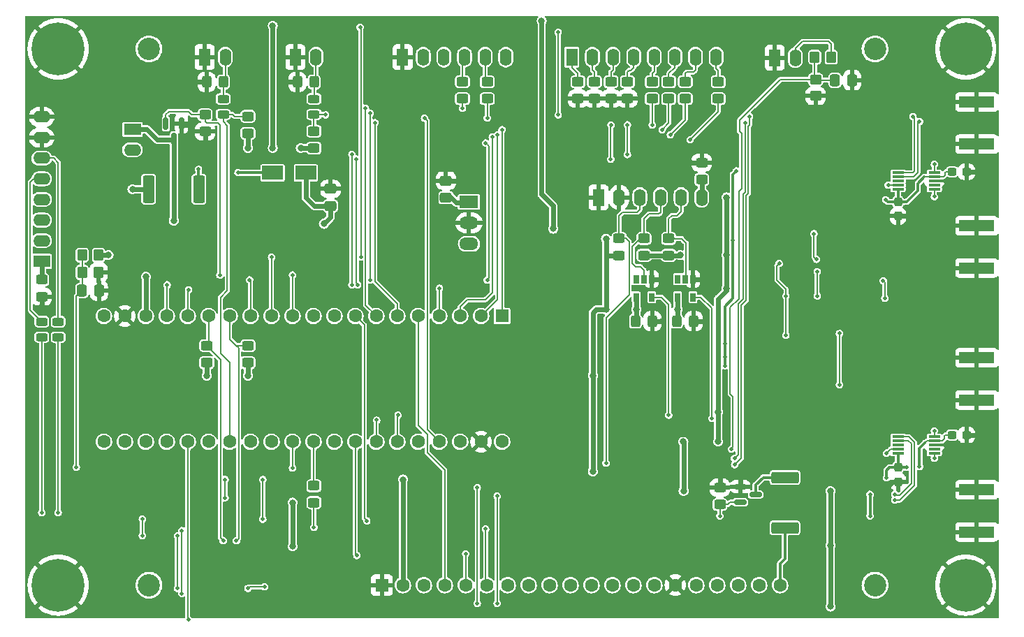
<source format=gbl>
G04 #@! TF.GenerationSoftware,KiCad,Pcbnew,6.0.2-378541a8eb~116~ubuntu20.04.1*
G04 #@! TF.CreationDate,2022-04-19T13:42:03-07:00*
G04 #@! TF.ProjectId,vfo-control-mcu,76666f2d-636f-46e7-9472-6f6c2d6d6375,rev?*
G04 #@! TF.SameCoordinates,Original*
G04 #@! TF.FileFunction,Copper,L2,Bot*
G04 #@! TF.FilePolarity,Positive*
%FSLAX46Y46*%
G04 Gerber Fmt 4.6, Leading zero omitted, Abs format (unit mm)*
G04 Created by KiCad (PCBNEW 6.0.2-378541a8eb~116~ubuntu20.04.1) date 2022-04-19 13:42:03*
%MOMM*%
%LPD*%
G01*
G04 APERTURE LIST*
G04 Aperture macros list*
%AMRoundRect*
0 Rectangle with rounded corners*
0 $1 Rounding radius*
0 $2 $3 $4 $5 $6 $7 $8 $9 X,Y pos of 4 corners*
0 Add a 4 corners polygon primitive as box body*
4,1,4,$2,$3,$4,$5,$6,$7,$8,$9,$2,$3,0*
0 Add four circle primitives for the rounded corners*
1,1,$1+$1,$2,$3*
1,1,$1+$1,$4,$5*
1,1,$1+$1,$6,$7*
1,1,$1+$1,$8,$9*
0 Add four rect primitives between the rounded corners*
20,1,$1+$1,$2,$3,$4,$5,0*
20,1,$1+$1,$4,$5,$6,$7,0*
20,1,$1+$1,$6,$7,$8,$9,0*
20,1,$1+$1,$8,$9,$2,$3,0*%
G04 Aperture macros list end*
G04 #@! TA.AperFunction,ComponentPad*
%ADD10R,2.100000X1.400000*%
G04 #@! TD*
G04 #@! TA.AperFunction,ComponentPad*
%ADD11O,2.100000X1.400000*%
G04 #@! TD*
G04 #@! TA.AperFunction,ComponentPad*
%ADD12R,1.400000X2.100000*%
G04 #@! TD*
G04 #@! TA.AperFunction,ComponentPad*
%ADD13O,1.400000X2.100000*%
G04 #@! TD*
G04 #@! TA.AperFunction,ComponentPad*
%ADD14C,6.400000*%
G04 #@! TD*
G04 #@! TA.AperFunction,ComponentPad*
%ADD15C,0.800000*%
G04 #@! TD*
G04 #@! TA.AperFunction,ComponentPad*
%ADD16R,1.600000X1.600000*%
G04 #@! TD*
G04 #@! TA.AperFunction,ComponentPad*
%ADD17C,1.600000*%
G04 #@! TD*
G04 #@! TA.AperFunction,ComponentPad*
%ADD18R,2.300000X1.500000*%
G04 #@! TD*
G04 #@! TA.AperFunction,ComponentPad*
%ADD19O,2.300000X1.500000*%
G04 #@! TD*
G04 #@! TA.AperFunction,SMDPad,CuDef*
%ADD20R,4.200000X1.350000*%
G04 #@! TD*
G04 #@! TA.AperFunction,SMDPad,CuDef*
%ADD21RoundRect,0.249999X0.325001X0.450001X-0.325001X0.450001X-0.325001X-0.450001X0.325001X-0.450001X0*%
G04 #@! TD*
G04 #@! TA.AperFunction,SMDPad,CuDef*
%ADD22RoundRect,0.249999X-0.325001X-0.450001X0.325001X-0.450001X0.325001X0.450001X-0.325001X0.450001X0*%
G04 #@! TD*
G04 #@! TA.AperFunction,SMDPad,CuDef*
%ADD23RoundRect,0.249999X0.450001X-0.325001X0.450001X0.325001X-0.450001X0.325001X-0.450001X-0.325001X0*%
G04 #@! TD*
G04 #@! TA.AperFunction,SMDPad,CuDef*
%ADD24RoundRect,0.243750X0.456250X-0.243750X0.456250X0.243750X-0.456250X0.243750X-0.456250X-0.243750X0*%
G04 #@! TD*
G04 #@! TA.AperFunction,SMDPad,CuDef*
%ADD25RoundRect,0.243750X-0.456250X0.243750X-0.456250X-0.243750X0.456250X-0.243750X0.456250X0.243750X0*%
G04 #@! TD*
G04 #@! TA.AperFunction,SMDPad,CuDef*
%ADD26RoundRect,0.150000X-0.587500X-0.150000X0.587500X-0.150000X0.587500X0.150000X-0.587500X0.150000X0*%
G04 #@! TD*
G04 #@! TA.AperFunction,SMDPad,CuDef*
%ADD27RoundRect,0.150000X-0.150000X0.587500X-0.150000X-0.587500X0.150000X-0.587500X0.150000X0.587500X0*%
G04 #@! TD*
G04 #@! TA.AperFunction,SMDPad,CuDef*
%ADD28RoundRect,0.249999X1.425001X-0.450001X1.425001X0.450001X-1.425001X0.450001X-1.425001X-0.450001X0*%
G04 #@! TD*
G04 #@! TA.AperFunction,SMDPad,CuDef*
%ADD29RoundRect,0.249999X-0.450001X0.325001X-0.450001X-0.325001X0.450001X-0.325001X0.450001X0.325001X0*%
G04 #@! TD*
G04 #@! TA.AperFunction,SMDPad,CuDef*
%ADD30R,0.650000X1.060000*%
G04 #@! TD*
G04 #@! TA.AperFunction,ComponentPad*
%ADD31C,2.700000*%
G04 #@! TD*
G04 #@! TA.AperFunction,SMDPad,CuDef*
%ADD32RoundRect,0.250000X0.475000X-0.337500X0.475000X0.337500X-0.475000X0.337500X-0.475000X-0.337500X0*%
G04 #@! TD*
G04 #@! TA.AperFunction,SMDPad,CuDef*
%ADD33RoundRect,0.250000X0.350000X0.450000X-0.350000X0.450000X-0.350000X-0.450000X0.350000X-0.450000X0*%
G04 #@! TD*
G04 #@! TA.AperFunction,SMDPad,CuDef*
%ADD34RoundRect,0.249999X-0.450001X-1.425001X0.450001X-1.425001X0.450001X1.425001X-0.450001X1.425001X0*%
G04 #@! TD*
G04 #@! TA.AperFunction,SMDPad,CuDef*
%ADD35R,1.450000X0.300000*%
G04 #@! TD*
G04 #@! TA.AperFunction,SMDPad,CuDef*
%ADD36RoundRect,0.237500X-0.300000X-0.237500X0.300000X-0.237500X0.300000X0.237500X-0.300000X0.237500X0*%
G04 #@! TD*
G04 #@! TA.AperFunction,SMDPad,CuDef*
%ADD37RoundRect,0.250000X-0.337500X-0.475000X0.337500X-0.475000X0.337500X0.475000X-0.337500X0.475000X0*%
G04 #@! TD*
G04 #@! TA.AperFunction,SMDPad,CuDef*
%ADD38RoundRect,0.237500X-0.237500X0.300000X-0.237500X-0.300000X0.237500X-0.300000X0.237500X0.300000X0*%
G04 #@! TD*
G04 #@! TA.AperFunction,SMDPad,CuDef*
%ADD39RoundRect,0.250000X-0.350000X-0.450000X0.350000X-0.450000X0.350000X0.450000X-0.350000X0.450000X0*%
G04 #@! TD*
G04 #@! TA.AperFunction,SMDPad,CuDef*
%ADD40R,2.500000X1.700000*%
G04 #@! TD*
G04 #@! TA.AperFunction,SMDPad,CuDef*
%ADD41RoundRect,0.250000X-0.450000X0.350000X-0.450000X-0.350000X0.450000X-0.350000X0.450000X0.350000X0*%
G04 #@! TD*
G04 #@! TA.AperFunction,ViaPad*
%ADD42C,0.500000*%
G04 #@! TD*
G04 #@! TA.AperFunction,ViaPad*
%ADD43C,0.800000*%
G04 #@! TD*
G04 #@! TA.AperFunction,Conductor*
%ADD44C,0.350000*%
G04 #@! TD*
G04 #@! TA.AperFunction,Conductor*
%ADD45C,0.600000*%
G04 #@! TD*
G04 #@! TA.AperFunction,Conductor*
%ADD46C,0.200000*%
G04 #@! TD*
G04 APERTURE END LIST*
D10*
X104000000Y-69750000D03*
D11*
X104000000Y-72250000D03*
D12*
X123750000Y-61000000D03*
D13*
X126250000Y-61000000D03*
D12*
X112750000Y-61000000D03*
D13*
X115250000Y-61000000D03*
D10*
X93000000Y-85750000D03*
D11*
X93000000Y-83250000D03*
X93000000Y-80750000D03*
X93000000Y-78250000D03*
X93000000Y-75750000D03*
X93000000Y-73250000D03*
X93000000Y-70750000D03*
X93000000Y-68250000D03*
D12*
X157250000Y-61000000D03*
D13*
X159750000Y-61000000D03*
X162250000Y-61000000D03*
X164750000Y-61000000D03*
X167250000Y-61000000D03*
X169750000Y-61000000D03*
X172250000Y-61000000D03*
X174750000Y-61000000D03*
D12*
X136750000Y-61000000D03*
D13*
X139250000Y-61000000D03*
X141750000Y-61000000D03*
X144250000Y-61000000D03*
X146750000Y-61000000D03*
X149250000Y-61000000D03*
D12*
X160500000Y-78000000D03*
D13*
X163000000Y-78000000D03*
X165500000Y-78000000D03*
X168000000Y-78000000D03*
X170500000Y-78000000D03*
X173000000Y-78000000D03*
D14*
X95000000Y-60000000D03*
D15*
X96697056Y-58302944D03*
X92600000Y-60000000D03*
X97400000Y-60000000D03*
X93302944Y-61697056D03*
X93302944Y-58302944D03*
X96697056Y-61697056D03*
X95000000Y-62400000D03*
X95000000Y-57600000D03*
X206697056Y-61697056D03*
X203302944Y-61697056D03*
X203302944Y-58302944D03*
X205000000Y-57600000D03*
X207400000Y-60000000D03*
X202600000Y-60000000D03*
D14*
X205000000Y-60000000D03*
D15*
X206697056Y-58302944D03*
X205000000Y-62400000D03*
X207400000Y-125000000D03*
X203302944Y-123302944D03*
X203302944Y-126697056D03*
D14*
X205000000Y-125000000D03*
D15*
X205000000Y-122600000D03*
X205000000Y-127400000D03*
X206697056Y-126697056D03*
X206697056Y-123302944D03*
X202600000Y-125000000D03*
D14*
X95000000Y-125000000D03*
D15*
X95000000Y-127400000D03*
X96697056Y-126697056D03*
X92600000Y-125000000D03*
X93302944Y-123302944D03*
X93302944Y-126697056D03*
X97400000Y-125000000D03*
X96697056Y-123302944D03*
X95000000Y-122600000D03*
D16*
X148800000Y-92380000D03*
D17*
X146260000Y-92380000D03*
X143720000Y-92380000D03*
X141180000Y-92380000D03*
X138640000Y-92380000D03*
X136100000Y-92380000D03*
X133560000Y-92380000D03*
X131020000Y-92380000D03*
X128480000Y-92380000D03*
X125940000Y-92380000D03*
X123400000Y-92380000D03*
X120860000Y-92380000D03*
X118320000Y-92380000D03*
X115780000Y-92380000D03*
X113240000Y-92380000D03*
X110700000Y-92380000D03*
X108160000Y-92380000D03*
X105620000Y-92380000D03*
X103080000Y-92380000D03*
X100540000Y-92380000D03*
X100540000Y-107620000D03*
X103080000Y-107620000D03*
X105620000Y-107620000D03*
X108160000Y-107620000D03*
X110700000Y-107620000D03*
X113240000Y-107620000D03*
X115780000Y-107620000D03*
X118320000Y-107620000D03*
X120860000Y-107620000D03*
X123400000Y-107620000D03*
X125940000Y-107620000D03*
X128480000Y-107620000D03*
X131020000Y-107620000D03*
X133560000Y-107620000D03*
X136100000Y-107620000D03*
X138640000Y-107620000D03*
X141180000Y-107620000D03*
X143720000Y-107620000D03*
X146260000Y-107620000D03*
X148800000Y-107620000D03*
D18*
X144792500Y-78553000D03*
D19*
X144792500Y-81093000D03*
X144792500Y-83633000D03*
D20*
X206337500Y-71550000D03*
X206337500Y-66450000D03*
X206337500Y-118550000D03*
X206337500Y-113450000D03*
D12*
X181850000Y-61075000D03*
D13*
X184350000Y-61075000D03*
D20*
X206337500Y-86550000D03*
X206337500Y-81450000D03*
X206337500Y-102550000D03*
X206337500Y-97450000D03*
D21*
X126025000Y-64000000D03*
X123975000Y-64000000D03*
D22*
X169975000Y-93000000D03*
X172025000Y-93000000D03*
X164975000Y-93000000D03*
X167025000Y-93000000D03*
D23*
X173000000Y-75825000D03*
X173000000Y-73775000D03*
D24*
X126000000Y-67937500D03*
X126000000Y-66062500D03*
X115000000Y-67937500D03*
X115000000Y-66062500D03*
D25*
X93000000Y-93062500D03*
X93000000Y-94937500D03*
X95000000Y-93062500D03*
X95000000Y-94937500D03*
D26*
X177662500Y-114950000D03*
X177662500Y-113050000D03*
X179537500Y-114000000D03*
D27*
X108050000Y-69062500D03*
X109950000Y-69062500D03*
X109000000Y-70937500D03*
D28*
X183100000Y-118050000D03*
X183100000Y-111950000D03*
D23*
X112800000Y-70025000D03*
X112800000Y-67975000D03*
D29*
X175200000Y-113175000D03*
X175200000Y-115225000D03*
D23*
X164000000Y-66025000D03*
X164000000Y-63975000D03*
X162000000Y-66025000D03*
X162000000Y-63975000D03*
X160000000Y-66025000D03*
X160000000Y-63975000D03*
X158000000Y-66025000D03*
X158000000Y-63975000D03*
D29*
X169000000Y-63975000D03*
X169000000Y-66025000D03*
X171000000Y-63975000D03*
X171000000Y-66025000D03*
X118000000Y-95975000D03*
X118000000Y-98025000D03*
X113000000Y-95975000D03*
X113000000Y-98025000D03*
D23*
X126000000Y-72025000D03*
X126000000Y-69975000D03*
X118000000Y-70225000D03*
X118000000Y-68175000D03*
D29*
X126000000Y-112950000D03*
X126000000Y-115000000D03*
X147000000Y-63975000D03*
X147000000Y-66025000D03*
X144000000Y-63975000D03*
X144000000Y-66025000D03*
D23*
X169000000Y-85025000D03*
X169000000Y-82975000D03*
X166000000Y-85025000D03*
X166000000Y-82975000D03*
X163000000Y-85025000D03*
X163000000Y-82975000D03*
D30*
X170050000Y-87900000D03*
X171000000Y-87900000D03*
X171950000Y-87900000D03*
X171950000Y-90100000D03*
X170050000Y-90100000D03*
X165050000Y-87900000D03*
X166000000Y-87900000D03*
X166950000Y-87900000D03*
X166950000Y-90100000D03*
X165050000Y-90100000D03*
D16*
X134240000Y-125000000D03*
D17*
X136780000Y-125000000D03*
X139320000Y-125000000D03*
X141860000Y-125000000D03*
X144400000Y-125000000D03*
X146940000Y-125000000D03*
X149480000Y-125000000D03*
X152020000Y-125000000D03*
X154560000Y-125000000D03*
X157100000Y-125000000D03*
X159640000Y-125000000D03*
X162180000Y-125000000D03*
X164720000Y-125000000D03*
X167260000Y-125000000D03*
X169800000Y-125000000D03*
X172340000Y-125000000D03*
X174880000Y-125000000D03*
X177420000Y-125000000D03*
X179960000Y-125000000D03*
X182500000Y-125000000D03*
D31*
X106000000Y-125000000D03*
X194000000Y-60000000D03*
X106000000Y-60000000D03*
X194000000Y-125000000D03*
D29*
X93000000Y-87975000D03*
X93000000Y-90025000D03*
D32*
X128000000Y-79037500D03*
X128000000Y-76962500D03*
X142000000Y-78037500D03*
X142000000Y-75962500D03*
D29*
X175000000Y-63975000D03*
X175000000Y-66025000D03*
X167000000Y-63975000D03*
X167000000Y-66025000D03*
D21*
X115025000Y-64000000D03*
X112975000Y-64000000D03*
D33*
X99900000Y-85000000D03*
X97900000Y-85000000D03*
D34*
X105950000Y-77000000D03*
X112050000Y-77000000D03*
D35*
X196800000Y-109000000D03*
X196800000Y-108500000D03*
X196800000Y-108000000D03*
X196800000Y-107500000D03*
X196800000Y-107000000D03*
X201200000Y-107000000D03*
X201200000Y-107500000D03*
X201200000Y-108000000D03*
X201200000Y-108500000D03*
X201200000Y-109000000D03*
D36*
X203375000Y-74900000D03*
X205100000Y-74900000D03*
D37*
X189162500Y-63800000D03*
X191237500Y-63800000D03*
D38*
X196800000Y-78537500D03*
X196800000Y-80262500D03*
D39*
X97900000Y-87100000D03*
X99900000Y-87100000D03*
D40*
X125005000Y-75010000D03*
X121005000Y-75010000D03*
D36*
X203375000Y-106800000D03*
X205100000Y-106800000D03*
D33*
X188700000Y-61000000D03*
X186700000Y-61000000D03*
D41*
X186800000Y-63700000D03*
X186800000Y-65700000D03*
D37*
X97862500Y-89300000D03*
X99937500Y-89300000D03*
D35*
X196800000Y-77000000D03*
X196800000Y-76500000D03*
X196800000Y-76000000D03*
X196800000Y-75500000D03*
X196800000Y-75000000D03*
X201200000Y-75000000D03*
X201200000Y-75500000D03*
X201200000Y-76000000D03*
X201200000Y-76500000D03*
X201200000Y-77000000D03*
D38*
X196800000Y-110737500D03*
X196800000Y-112462500D03*
D42*
X138400000Y-70200000D03*
X202200000Y-105400000D03*
X208500000Y-106500000D03*
X175900000Y-100100000D03*
X171600000Y-111400000D03*
X202200000Y-72600000D03*
X112600000Y-109200000D03*
X190200000Y-90000000D03*
X160600000Y-93200000D03*
X200200000Y-71800000D03*
X200200000Y-78800000D03*
X130400000Y-70200000D03*
X208500000Y-93000000D03*
X187600000Y-67000000D03*
X202800000Y-68000000D03*
X200200000Y-73400000D03*
X208500000Y-120500000D03*
D43*
X142400000Y-87000000D03*
D42*
X135800000Y-87200000D03*
X157600000Y-96400000D03*
D43*
X190200000Y-112800000D03*
D42*
X168200000Y-98400000D03*
X177200000Y-73400000D03*
D43*
X194300000Y-100800000D03*
D42*
X137800000Y-96600000D03*
X203000000Y-99000000D03*
X204000000Y-120500000D03*
D43*
X171600000Y-73800000D03*
D42*
X202200000Y-73400000D03*
X200200000Y-79600000D03*
D43*
X192200000Y-94437000D03*
D42*
X208500000Y-104500000D03*
X204000000Y-111500000D03*
X202200000Y-99400000D03*
X203800000Y-115000000D03*
X202400000Y-71000000D03*
X169600000Y-111400000D03*
X186200000Y-79800000D03*
X208500000Y-94000000D03*
X198600000Y-88600000D03*
X140800000Y-102000000D03*
X175000000Y-82200000D03*
X200200000Y-109800000D03*
X203800000Y-99000000D03*
X189000000Y-98000000D03*
X126400000Y-122600000D03*
D43*
X122600000Y-64000000D03*
D42*
X202200000Y-111400000D03*
D43*
X197800000Y-86100000D03*
D42*
X185200000Y-122200000D03*
D43*
X178600000Y-100000000D03*
D42*
X200400000Y-101200000D03*
X143400000Y-120600000D03*
X185200000Y-106000000D03*
X149400000Y-117000000D03*
X143800000Y-117000000D03*
D43*
X175200000Y-111700000D03*
D42*
X208500000Y-105500000D03*
X200200000Y-110600000D03*
D43*
X181400000Y-90800000D03*
D42*
X200200000Y-71000000D03*
X160800000Y-106200000D03*
X143800000Y-113400000D03*
X134800000Y-117000000D03*
X139400000Y-122400000D03*
D43*
X191800000Y-82800000D03*
D42*
X126800000Y-127800000D03*
X186600000Y-114800000D03*
X129600000Y-113400000D03*
X174400000Y-89700000D03*
D43*
X168200000Y-93000000D03*
X96800000Y-81200000D03*
D42*
X202000000Y-84600000D03*
X202200000Y-78800000D03*
X200200000Y-113800000D03*
X208500000Y-109500000D03*
X179000000Y-88200000D03*
X188400000Y-77800000D03*
D43*
X179700000Y-87000000D03*
D42*
X208500000Y-74500000D03*
D43*
X119000000Y-81000000D03*
D42*
X179000000Y-85400000D03*
X156200000Y-76200000D03*
X208500000Y-89000000D03*
X202200000Y-113000000D03*
D43*
X111400000Y-122200000D03*
D42*
X181800000Y-96600000D03*
X139600000Y-120600000D03*
X203800000Y-83000000D03*
X208500000Y-107500000D03*
X149000000Y-121600000D03*
X203400000Y-101000000D03*
X202800000Y-85000000D03*
D43*
X193000000Y-91500000D03*
D42*
X200800000Y-83400000D03*
X202200000Y-104600000D03*
X203200000Y-114400000D03*
X200200000Y-72600000D03*
X180800000Y-122200000D03*
X200200000Y-82000000D03*
X146600000Y-74400000D03*
X202200000Y-103000000D03*
X200200000Y-78000000D03*
X204000000Y-95500000D03*
X186600000Y-96600000D03*
X200200000Y-106200000D03*
X202200000Y-102200000D03*
X127600000Y-87200000D03*
X190000000Y-122200000D03*
X149800000Y-85600000D03*
D43*
X177600000Y-111800000D03*
D42*
X183400000Y-86000000D03*
X208500000Y-108500000D03*
X185000000Y-88400000D03*
X203600000Y-68000000D03*
D43*
X185200000Y-73700000D03*
X192400000Y-84800000D03*
D42*
X202200000Y-68400000D03*
D43*
X170600000Y-106100000D03*
X173400000Y-93000000D03*
X121800000Y-79000000D03*
D42*
X208500000Y-76500000D03*
X208500000Y-78500000D03*
X208500000Y-73500000D03*
X116600000Y-72200000D03*
X116600000Y-122400000D03*
X141000000Y-127800000D03*
X119800000Y-126800000D03*
X201000000Y-100600000D03*
D43*
X197500000Y-72200000D03*
D42*
X200200000Y-102200000D03*
D43*
X188400000Y-81100000D03*
D42*
X208500000Y-79500000D03*
D43*
X143600000Y-76000000D03*
D42*
X162400000Y-98200000D03*
X202200000Y-112200000D03*
D43*
X183100000Y-109300000D03*
D42*
X201400000Y-84000000D03*
X187600000Y-69600000D03*
X204000000Y-88400000D03*
X175000000Y-109200000D03*
X169600000Y-109200000D03*
X134600000Y-120400000D03*
X193400000Y-90000000D03*
X200200000Y-81200000D03*
X169600000Y-106200000D03*
X146400000Y-85600000D03*
D43*
X198000000Y-80300000D03*
X185400000Y-84400000D03*
D42*
X179200000Y-80000000D03*
X156200000Y-81200000D03*
X208500000Y-92000000D03*
X94000000Y-96600000D03*
X200600000Y-114600000D03*
D43*
X201500000Y-97200000D03*
D42*
X152800000Y-65400000D03*
X200400000Y-70200000D03*
X202200000Y-71800000D03*
X200200000Y-113000000D03*
X202200000Y-79600000D03*
X108600000Y-85200000D03*
X187800000Y-88400000D03*
X194000000Y-87400000D03*
X173600000Y-95200000D03*
X202200000Y-110600000D03*
X202200000Y-103800000D03*
X179100000Y-95300000D03*
X208500000Y-91000000D03*
D43*
X112800000Y-71400000D03*
D42*
X202800000Y-101600000D03*
X203800000Y-117000000D03*
X140600000Y-96600000D03*
X141200000Y-70200000D03*
X200200000Y-112200000D03*
X179400000Y-73400000D03*
X165200000Y-103200000D03*
X136000000Y-79000000D03*
X203000000Y-82800000D03*
X134600000Y-113400000D03*
X107800000Y-118400000D03*
X203000000Y-117000000D03*
D43*
X113600000Y-116000000D03*
X111600000Y-64000000D03*
D42*
X202600000Y-113800000D03*
X202200000Y-81200000D03*
X201800000Y-115800000D03*
X178600000Y-105800000D03*
X202404079Y-108010199D03*
X208500000Y-90000000D03*
X202200000Y-82000000D03*
X94000000Y-114600000D03*
X201000000Y-69600000D03*
D43*
X168400000Y-87800000D03*
D42*
X172100000Y-100100000D03*
X202433273Y-76033094D03*
X208500000Y-77500000D03*
X153600000Y-112400000D03*
X202200000Y-78000000D03*
X139600000Y-117000000D03*
D43*
X198700000Y-104400000D03*
D42*
X203800000Y-85000000D03*
X149400000Y-74400000D03*
X200200000Y-80400000D03*
X200200000Y-111400000D03*
X200200000Y-103000000D03*
X208500000Y-75500000D03*
D43*
X173400000Y-87800000D03*
D42*
X186600000Y-98000000D03*
X208500000Y-110500000D03*
X208500000Y-64500000D03*
D43*
X199000000Y-115100000D03*
X180400000Y-109300000D03*
D42*
X179600000Y-70400000D03*
D43*
X186400000Y-72600000D03*
D42*
X195200000Y-92600000D03*
X123000000Y-70400000D03*
X108600000Y-82000000D03*
D43*
X200100000Y-93300000D03*
D42*
X202200000Y-109800000D03*
X122600000Y-113200000D03*
D43*
X93000000Y-91200000D03*
D42*
X203800000Y-79600000D03*
X182200000Y-85200000D03*
D43*
X200000000Y-118400000D03*
D42*
X154800000Y-65400000D03*
X208500000Y-95000000D03*
X146800000Y-117000000D03*
X201600000Y-69000000D03*
X204000000Y-104500000D03*
X208500000Y-111500000D03*
D43*
X206537500Y-74900000D03*
D42*
X202200000Y-106200000D03*
D43*
X156200000Y-85000000D03*
D42*
X200200000Y-103800000D03*
X181800000Y-98000000D03*
X160600000Y-109000000D03*
X113000000Y-102200000D03*
X143400000Y-122400000D03*
X176200000Y-105100000D03*
X203000000Y-70400000D03*
X203600000Y-70000000D03*
X200200000Y-105400000D03*
X201200000Y-115200000D03*
D43*
X198600000Y-126100000D03*
D42*
X118000000Y-102200000D03*
D43*
X111200000Y-69200000D03*
X109200000Y-113200000D03*
D42*
X134400000Y-122400000D03*
X200200000Y-104600000D03*
D43*
X187400000Y-73400000D03*
X195600000Y-113000000D03*
D42*
X176200000Y-102800000D03*
X177200000Y-70400000D03*
X201600000Y-100000000D03*
X156400000Y-65400000D03*
X137800000Y-102000000D03*
X200200000Y-82800000D03*
X189000000Y-96600000D03*
X139600000Y-113400000D03*
X202200000Y-80400000D03*
X202400000Y-116400000D03*
X115800000Y-109200000D03*
D43*
X206437500Y-106700000D03*
D42*
X191200000Y-75400000D03*
D43*
X101100000Y-85000000D03*
X127200000Y-81200000D03*
X136800000Y-112200000D03*
X121000000Y-72000000D03*
X118000000Y-72000000D03*
X123400000Y-120299500D03*
X161400000Y-83000000D03*
X118000000Y-99600000D03*
X165050000Y-91550000D03*
X113000000Y-99600000D03*
X124400000Y-72000000D03*
X159800000Y-111200000D03*
X153600000Y-56600000D03*
X170050000Y-91550000D03*
X159800000Y-99600000D03*
X123400000Y-115000000D03*
X161400000Y-91600000D03*
X155000000Y-81800000D03*
X121000000Y-57200000D03*
X170400000Y-85000000D03*
X170800000Y-113600000D03*
X175000000Y-104000000D03*
X105620000Y-87620000D03*
X175000000Y-107600000D03*
X188600000Y-120200000D03*
X188600000Y-127600000D03*
X170780000Y-107620000D03*
X188600000Y-113600000D03*
X176000000Y-89000000D03*
X176000000Y-78000000D03*
X176000000Y-85000000D03*
D42*
X127400000Y-68000000D03*
X139400000Y-68400000D03*
X116600000Y-119600000D03*
X115000000Y-119600000D03*
X131200000Y-121400000D03*
X144400000Y-121200000D03*
X126000000Y-118000000D03*
X146800000Y-118200000D03*
X176600000Y-108500000D03*
X161400000Y-110200000D03*
X132400000Y-117200000D03*
X175200000Y-116600000D03*
X114600000Y-87400000D03*
X123400000Y-87400000D03*
X148800000Y-69800000D03*
X167000000Y-69200000D03*
X148250000Y-70400000D03*
X168200000Y-69800000D03*
X169200000Y-70400000D03*
X147610330Y-70684298D03*
X147000000Y-88000000D03*
X146800000Y-71400000D03*
X141200000Y-89000000D03*
X171600000Y-71000000D03*
X131600000Y-57400000D03*
X131700500Y-85200000D03*
X120860000Y-85260000D03*
X155600000Y-58000000D03*
X155600000Y-68000000D03*
X132800000Y-88000000D03*
X118200000Y-88000000D03*
X132800000Y-67800000D03*
X110800000Y-89200000D03*
X131150000Y-73350000D03*
X162000000Y-69200000D03*
X131300003Y-88600000D03*
X161977032Y-73350000D03*
X164000000Y-72800000D03*
X130600000Y-88600000D03*
X130600000Y-72800000D03*
X108200000Y-88600000D03*
X164000000Y-69200000D03*
X133400000Y-68950000D03*
X147000000Y-68350000D03*
X144000000Y-67200000D03*
X132250000Y-67200000D03*
X174250000Y-104800000D03*
X133600000Y-105000000D03*
X169000000Y-104400000D03*
X136200000Y-104400000D03*
D43*
X104000000Y-77000000D03*
X109000000Y-80800000D03*
D42*
X195300000Y-78300000D03*
X195600000Y-76500000D03*
X193400000Y-116600000D03*
X193400000Y-114000000D03*
X199400000Y-110600000D03*
X197800000Y-110700000D03*
X195400000Y-112000000D03*
X195400000Y-109000000D03*
X182400000Y-86000000D03*
X183200000Y-89939500D03*
X183200000Y-94700000D03*
X175800000Y-97300000D03*
X175800000Y-95700000D03*
X177200000Y-74800000D03*
X176800000Y-83200000D03*
X175800000Y-98400000D03*
X105200000Y-119000000D03*
X93000000Y-116200000D03*
X105200000Y-117000000D03*
X109450500Y-119000000D03*
X109450500Y-125400000D03*
X95000000Y-116200000D03*
X110000000Y-126000000D03*
X110000000Y-118400000D03*
X201200000Y-74000000D03*
X201200000Y-77900000D03*
X201200000Y-106300000D03*
X201200000Y-109600000D03*
X189700000Y-100700000D03*
X189700000Y-94500000D03*
X195200000Y-90200000D03*
X186600000Y-82400000D03*
X195000000Y-88100000D03*
X186900000Y-85500000D03*
X187000000Y-89939500D03*
X187000000Y-87000000D03*
X110800000Y-129200000D03*
X178250500Y-69000000D03*
X145800000Y-113200000D03*
X145800000Y-127200000D03*
X199400000Y-68800000D03*
X176971539Y-109651350D03*
X120000000Y-125200000D03*
X118000000Y-125400000D03*
X177000000Y-110400000D03*
X178800000Y-68200000D03*
X198600000Y-68200000D03*
X148200000Y-127200000D03*
X148200000Y-114200000D03*
X196400000Y-114000000D03*
X196400000Y-114699503D03*
X115229989Y-114400000D03*
X119800000Y-112200000D03*
X115229989Y-112200000D03*
X119800000Y-117000000D03*
X112000000Y-74600000D03*
X116800000Y-75000000D03*
X123400000Y-110800000D03*
X97200000Y-110700000D03*
D44*
X183100000Y-118050000D02*
X183100000Y-121800000D01*
X183100000Y-121800000D02*
X182500000Y-122400000D01*
X182500000Y-122400000D02*
X182500000Y-125000000D01*
X179537500Y-114000000D02*
X179537500Y-112862500D01*
X179537500Y-112862500D02*
X180450000Y-111950000D01*
X180450000Y-111950000D02*
X183100000Y-111950000D01*
D45*
X168300000Y-87900000D02*
X168400000Y-87800000D01*
X143562500Y-75962500D02*
X143600000Y-76000000D01*
X172025000Y-93000000D02*
X173400000Y-93000000D01*
X205100000Y-74900000D02*
X206537500Y-74900000D01*
X177662500Y-113050000D02*
X177662500Y-111862500D01*
X175200000Y-113175000D02*
X175200000Y-111700000D01*
X197962500Y-80262500D02*
X198000000Y-80300000D01*
X196800000Y-112462500D02*
X196137500Y-112462500D01*
X123975000Y-64000000D02*
X122600000Y-64000000D01*
X196800000Y-80262500D02*
X197962500Y-80262500D01*
X173300000Y-87900000D02*
X173400000Y-87800000D01*
X167025000Y-93000000D02*
X168200000Y-93000000D01*
X93000000Y-90025000D02*
X93000000Y-91200000D01*
D46*
X202393880Y-108000000D02*
X202404079Y-108010199D01*
X202400179Y-76000000D02*
X202433273Y-76033094D01*
D45*
X112800000Y-70025000D02*
X112800000Y-71400000D01*
D46*
X201200000Y-76000000D02*
X202400179Y-76000000D01*
D45*
X205100000Y-106800000D02*
X206337500Y-106800000D01*
X142000000Y-75962500D02*
X143562500Y-75962500D01*
X173000000Y-73775000D02*
X171625000Y-73775000D01*
X111200000Y-69200000D02*
X110087500Y-69200000D01*
X196137500Y-112462500D02*
X195600000Y-113000000D01*
X206337500Y-106800000D02*
X206437500Y-106700000D01*
X112975000Y-64000000D02*
X111600000Y-64000000D01*
X166950000Y-87900000D02*
X168300000Y-87900000D01*
X171625000Y-73775000D02*
X171600000Y-73800000D01*
X171950000Y-87900000D02*
X173300000Y-87900000D01*
X177662500Y-111862500D02*
X177600000Y-111800000D01*
D46*
X201200000Y-108000000D02*
X202393880Y-108000000D01*
D45*
X110087500Y-69200000D02*
X109950000Y-69062500D01*
X128000000Y-79037500D02*
X126037500Y-79037500D01*
X125005000Y-78005000D02*
X125005000Y-75010000D01*
X128000000Y-80400000D02*
X127200000Y-81200000D01*
X126037500Y-79037500D02*
X125005000Y-78005000D01*
X99900000Y-85000000D02*
X101100000Y-85000000D01*
X128000000Y-79037500D02*
X128000000Y-80400000D01*
X165050000Y-91550000D02*
X165050000Y-92925000D01*
X170050000Y-91550000D02*
X170050000Y-92925000D01*
X161400000Y-85000000D02*
X161400000Y-91600000D01*
X153600000Y-56600000D02*
X153600000Y-77600000D01*
X136780000Y-112220000D02*
X136800000Y-112200000D01*
X118000000Y-98025000D02*
X118000000Y-99600000D01*
X163000000Y-85025000D02*
X161425000Y-85025000D01*
X123400000Y-120299500D02*
X123400000Y-115000000D01*
X161400000Y-83000000D02*
X161400000Y-85000000D01*
X170050000Y-92925000D02*
X169975000Y-93000000D01*
X155000000Y-79000000D02*
X155000000Y-81800000D01*
X160200000Y-91600000D02*
X161400000Y-91600000D01*
X161425000Y-85025000D02*
X161400000Y-85000000D01*
X159800000Y-92000000D02*
X160200000Y-91600000D01*
X165050000Y-92925000D02*
X164975000Y-93000000D01*
X124425000Y-72025000D02*
X124400000Y-72000000D01*
X159800000Y-99600000D02*
X159800000Y-92000000D01*
X113000000Y-98025000D02*
X113000000Y-99600000D01*
X153600000Y-77600000D02*
X155000000Y-79000000D01*
X136780000Y-125000000D02*
X136780000Y-112220000D01*
X165050000Y-90100000D02*
X165050000Y-91550000D01*
X118000000Y-70225000D02*
X118000000Y-72000000D01*
X126000000Y-72025000D02*
X124425000Y-72025000D01*
X121000000Y-72000000D02*
X121000000Y-57200000D01*
X159800000Y-111200000D02*
X159800000Y-99600000D01*
X170050000Y-90100000D02*
X170050000Y-91550000D01*
X176000000Y-82600000D02*
X176000000Y-78000000D01*
X175000000Y-104000000D02*
X175000000Y-107600000D01*
X188600000Y-127600000D02*
X188600000Y-120200000D01*
X176000000Y-89000000D02*
X176000000Y-89300000D01*
X176000000Y-89300000D02*
X175000000Y-90300000D01*
X170375000Y-85025000D02*
X170400000Y-85000000D01*
X170800000Y-107640000D02*
X170780000Y-107620000D01*
X105620000Y-92380000D02*
X105620000Y-87620000D01*
X170800000Y-113600000D02*
X170800000Y-107640000D01*
X175000000Y-90300000D02*
X175000000Y-104000000D01*
X169000000Y-85025000D02*
X166000000Y-85025000D01*
X169000000Y-85025000D02*
X170375000Y-85025000D01*
X188600000Y-120200000D02*
X188600000Y-113600000D01*
X173000000Y-78000000D02*
X173000000Y-75825000D01*
X176000000Y-85000000D02*
X176000000Y-82600000D01*
X176000000Y-85000000D02*
X176000000Y-89000000D01*
D46*
X139400000Y-68400000D02*
X139740001Y-68740001D01*
X127337500Y-67937500D02*
X127400000Y-68000000D01*
X139740001Y-68740001D02*
X139740001Y-106180001D01*
X126000000Y-67937500D02*
X127337500Y-67937500D01*
X139740001Y-106180001D02*
X141180000Y-107620000D01*
X126000000Y-67937500D02*
X126000000Y-69975000D01*
X115485527Y-89314473D02*
X115485527Y-69285527D01*
X115780000Y-97980000D02*
X114679999Y-96879999D01*
X115780000Y-107620000D02*
X115780000Y-97980000D01*
X114679999Y-90120001D02*
X115485527Y-89314473D01*
X116375000Y-68175000D02*
X118000000Y-68175000D01*
X115000000Y-68800000D02*
X115000000Y-67937500D01*
X115485527Y-69285527D02*
X115000000Y-68800000D01*
X114679999Y-96879999D02*
X114679999Y-90120001D01*
X115000000Y-67937500D02*
X116137500Y-67937500D01*
X116137500Y-67937500D02*
X116375000Y-68175000D01*
X115780000Y-95180000D02*
X116575000Y-95975000D01*
X116575000Y-95975000D02*
X118000000Y-95975000D01*
X116879511Y-119320489D02*
X116600000Y-119600000D01*
X116575000Y-95975000D02*
X116879511Y-96279511D01*
X116879511Y-96279511D02*
X116879511Y-119320489D01*
X115780000Y-92380000D02*
X115780000Y-95180000D01*
X114680489Y-119280489D02*
X115000000Y-119600000D01*
X113240000Y-95735000D02*
X113000000Y-95975000D01*
X113000000Y-95975000D02*
X114680489Y-97655489D01*
X114680489Y-97655489D02*
X114680489Y-119280489D01*
X113240000Y-92380000D02*
X113240000Y-95735000D01*
X141860000Y-125000000D02*
X141860000Y-111060000D01*
X139740001Y-108940001D02*
X139740001Y-106745699D01*
X139740001Y-106745699D02*
X138640000Y-105645698D01*
X138640000Y-105645698D02*
X138640000Y-104960000D01*
X141860000Y-111060000D02*
X139740001Y-108940001D01*
X138640000Y-92380000D02*
X138640000Y-104960000D01*
X144400000Y-121200000D02*
X144400000Y-125000000D01*
X131020000Y-107620000D02*
X131020000Y-121220000D01*
X131020000Y-121220000D02*
X131200000Y-121400000D01*
X146800000Y-124860000D02*
X146940000Y-125000000D01*
X146800000Y-118200000D02*
X146800000Y-124860000D01*
X126000000Y-115000000D02*
X126000000Y-118000000D01*
X126250000Y-63775000D02*
X126025000Y-64000000D01*
X126250000Y-61000000D02*
X126250000Y-63775000D01*
X126025000Y-64000000D02*
X126025000Y-66037500D01*
X126025000Y-66037500D02*
X126000000Y-66062500D01*
X177600000Y-70022873D02*
X177850980Y-70273853D01*
X177500000Y-90269988D02*
X176450489Y-91319499D01*
X176800000Y-108300000D02*
X176600000Y-108500000D01*
X176450489Y-101799509D02*
X176800000Y-102149020D01*
X186800000Y-63700000D02*
X182522873Y-63700000D01*
X177850980Y-76900000D02*
X177500000Y-77250980D01*
X189162500Y-63800000D02*
X186900000Y-63800000D01*
X177500000Y-77250980D02*
X177500000Y-90269988D01*
X176450489Y-91319499D02*
X176450489Y-101799509D01*
X177850980Y-70273853D02*
X177850980Y-76900000D01*
X186900000Y-63800000D02*
X186800000Y-63700000D01*
X186700000Y-61000000D02*
X186700000Y-63600000D01*
X186700000Y-63600000D02*
X186800000Y-63700000D01*
X177600000Y-68622873D02*
X177600000Y-70022873D01*
X182522873Y-63700000D02*
X177600000Y-68622873D01*
X176800000Y-102149020D02*
X176800000Y-108300000D01*
X161400000Y-92636002D02*
X161400000Y-110200000D01*
X165500000Y-79500000D02*
X165200000Y-79800000D01*
X163000000Y-80200000D02*
X163000000Y-82975000D01*
X163400000Y-79800000D02*
X163000000Y-80200000D01*
X163000000Y-82975000D02*
X163775000Y-82975000D01*
X164200000Y-89836002D02*
X161400000Y-92636002D01*
X165500000Y-78000000D02*
X165500000Y-79500000D01*
X163775000Y-82975000D02*
X164200000Y-83400000D01*
X164200000Y-83400000D02*
X164200000Y-85600000D01*
X165200000Y-79800000D02*
X163400000Y-79800000D01*
X164200000Y-85600000D02*
X164200000Y-89836002D01*
X168000000Y-78000000D02*
X168000000Y-79800000D01*
X165000000Y-86400000D02*
X165600000Y-86400000D01*
X164600000Y-84000000D02*
X164600000Y-86000000D01*
X165625000Y-82975000D02*
X164600000Y-84000000D01*
X166000000Y-86800000D02*
X166000000Y-87900000D01*
X166600000Y-80000000D02*
X166000000Y-80600000D01*
X167800000Y-80000000D02*
X166600000Y-80000000D01*
X166000000Y-82975000D02*
X165625000Y-82975000D01*
X165600000Y-86400000D02*
X166000000Y-86800000D01*
X168000000Y-79800000D02*
X167800000Y-80000000D01*
X164600000Y-86000000D02*
X165000000Y-86400000D01*
X166000000Y-80600000D02*
X166000000Y-82975000D01*
X169700000Y-82975000D02*
X169725000Y-83000000D01*
X169000000Y-82975000D02*
X169700000Y-82975000D01*
X170600000Y-83000000D02*
X171100001Y-83500001D01*
X170500000Y-78000000D02*
X170500000Y-79700000D01*
X170000000Y-80200000D02*
X169400000Y-80200000D01*
X171100001Y-87799999D02*
X171000000Y-87900000D01*
X171100001Y-83500001D02*
X171100001Y-87799999D01*
X170500000Y-79700000D02*
X170000000Y-80200000D01*
X169400000Y-80200000D02*
X169000000Y-80600000D01*
X169000000Y-80600000D02*
X169000000Y-82975000D01*
X169725000Y-83000000D02*
X170600000Y-83000000D01*
X132120001Y-116920001D02*
X132400000Y-117200000D01*
X176450000Y-114950000D02*
X176175000Y-115225000D01*
X132120001Y-93480001D02*
X132120001Y-116920001D01*
X131020000Y-92380000D02*
X132120001Y-93480001D01*
X175200000Y-116600000D02*
X175200000Y-115225000D01*
X176175000Y-115225000D02*
X175200000Y-115225000D01*
X177662500Y-114950000D02*
X176450000Y-114950000D01*
X112800000Y-67975000D02*
X111175000Y-67975000D01*
X114400000Y-69000000D02*
X114600000Y-69200000D01*
X112800000Y-68800000D02*
X113000000Y-69000000D01*
X108000000Y-69012500D02*
X108000000Y-68000000D01*
X111175000Y-67975000D02*
X110800000Y-67600000D01*
X113000000Y-69000000D02*
X114400000Y-69000000D01*
X108050000Y-69062500D02*
X108000000Y-69012500D01*
X108000000Y-68000000D02*
X108400000Y-67600000D01*
X123400000Y-92380000D02*
X123400000Y-87800000D01*
X114600000Y-69200000D02*
X114600000Y-87400000D01*
X112800000Y-67975000D02*
X112800000Y-68800000D01*
X108400000Y-67600000D02*
X110800000Y-67600000D01*
X123400000Y-87800000D02*
X123400000Y-87400000D01*
X167000000Y-66025000D02*
X167000000Y-69200000D01*
X148800000Y-69800000D02*
X148800000Y-92380000D01*
X169000000Y-66025000D02*
X169000000Y-69000000D01*
X148250000Y-70400000D02*
X148250000Y-90390000D01*
X169000000Y-69000000D02*
X168200000Y-69800000D01*
X148250000Y-90390000D02*
X146260000Y-92380000D01*
X171000000Y-66025000D02*
X171000000Y-68600000D01*
X147610330Y-89589670D02*
X146800000Y-90400000D01*
X147610330Y-70684298D02*
X147610330Y-89589670D01*
X144600000Y-90400000D02*
X143720000Y-91280000D01*
X143720000Y-91280000D02*
X143720000Y-92380000D01*
X171000000Y-68600000D02*
X169200000Y-70400000D01*
X146800000Y-90400000D02*
X144600000Y-90400000D01*
X146800000Y-71400000D02*
X147200000Y-71800000D01*
X175000000Y-66025000D02*
X175000000Y-67600000D01*
X147200000Y-71800000D02*
X147200000Y-87800000D01*
X147200000Y-87800000D02*
X147000000Y-88000000D01*
X175000000Y-67600000D02*
X171600000Y-71000000D01*
X141200000Y-92360000D02*
X141180000Y-92380000D01*
X141200000Y-89000000D02*
X141200000Y-92360000D01*
X131700000Y-85200000D02*
X131700000Y-57500000D01*
X131700000Y-57500000D02*
X131600000Y-57400000D01*
X131700000Y-85200000D02*
X131700500Y-85200000D01*
X155600000Y-58000000D02*
X155600000Y-65600000D01*
X120860000Y-92380000D02*
X120860000Y-85260000D01*
X155600000Y-65600000D02*
X155600000Y-68000000D01*
X132800000Y-88000000D02*
X132800000Y-67800000D01*
X118320000Y-92380000D02*
X118320000Y-88120000D01*
X118320000Y-88120000D02*
X118200000Y-88000000D01*
X131300003Y-88500003D02*
X131150000Y-88350000D01*
X161977032Y-69222968D02*
X162000000Y-69200000D01*
X131300003Y-88600000D02*
X131300003Y-88500003D01*
X110700000Y-89300000D02*
X110800000Y-89200000D01*
X131150000Y-88350000D02*
X131150000Y-73350000D01*
X161977032Y-73350000D02*
X161977032Y-69222968D01*
X110700000Y-92380000D02*
X110700000Y-89300000D01*
X130600000Y-88600000D02*
X130600000Y-72800000D01*
X108160000Y-88640000D02*
X108200000Y-88600000D01*
X108160000Y-92380000D02*
X108160000Y-88640000D01*
X164000000Y-72800000D02*
X164000000Y-69200000D01*
X136100000Y-90900000D02*
X133400000Y-88200000D01*
X147000000Y-68350000D02*
X147000000Y-66025000D01*
X136100000Y-92380000D02*
X136100000Y-90900000D01*
X133400000Y-88200000D02*
X133400000Y-68950000D01*
X144000000Y-66025000D02*
X144000000Y-67200000D01*
X132250000Y-91070000D02*
X133560000Y-92380000D01*
X132250000Y-67200000D02*
X132250000Y-91070000D01*
X174250000Y-91450000D02*
X172900000Y-90100000D01*
X133560000Y-107620000D02*
X133560000Y-105040000D01*
X172900000Y-90100000D02*
X171950000Y-90100000D01*
X133560000Y-105040000D02*
X133600000Y-105000000D01*
X174250000Y-104800000D02*
X174250000Y-91450000D01*
X136100000Y-104500000D02*
X136200000Y-104400000D01*
X168100000Y-90100000D02*
X166950000Y-90100000D01*
X169000000Y-91000000D02*
X168100000Y-90100000D01*
X169000000Y-104400000D02*
X169000000Y-91000000D01*
X136100000Y-107620000D02*
X136100000Y-104500000D01*
D45*
X105950000Y-77000000D02*
X104000000Y-77000000D01*
X104000000Y-69750000D02*
X105750000Y-69750000D01*
X105750000Y-69750000D02*
X107000000Y-71000000D01*
X109000000Y-70937500D02*
X109000000Y-80800000D01*
X107000000Y-71000000D02*
X108937500Y-71000000D01*
X108937500Y-71000000D02*
X109000000Y-70937500D01*
D44*
X196800000Y-78537500D02*
X195537500Y-78537500D01*
X199200000Y-76300000D02*
X200000000Y-75500000D01*
D46*
X201200000Y-75500000D02*
X200000000Y-75500000D01*
X202500000Y-75300000D02*
X202500000Y-75000000D01*
D44*
X197862500Y-78537500D02*
X199200000Y-77200000D01*
X196800000Y-78537500D02*
X197862500Y-78537500D01*
D46*
X202300000Y-75500000D02*
X202500000Y-75300000D01*
X202500000Y-75000000D02*
X202600000Y-74900000D01*
D44*
X199200000Y-77200000D02*
X199200000Y-76300000D01*
X195537500Y-78537500D02*
X195300000Y-78300000D01*
D46*
X202600000Y-74900000D02*
X203375000Y-74900000D01*
D44*
X196800000Y-78537500D02*
X196800000Y-77024511D01*
D46*
X201200000Y-75500000D02*
X202300000Y-75500000D01*
X195600000Y-76500000D02*
X196800000Y-76500000D01*
D45*
X93000000Y-87975000D02*
X93000000Y-85750000D01*
D44*
X193400000Y-116600000D02*
X193400000Y-114000000D01*
X196800000Y-110737500D02*
X197762500Y-110737500D01*
X195400000Y-111100000D02*
X195762500Y-110737500D01*
X199400000Y-110600000D02*
X199400000Y-108400000D01*
X195762500Y-110737500D02*
X196800000Y-110737500D01*
D46*
X202200000Y-107500000D02*
X202437500Y-107262500D01*
X202437500Y-107262500D02*
X202437500Y-106900000D01*
X202200000Y-107500000D02*
X201200000Y-107500000D01*
D44*
X196800000Y-110737500D02*
X196800000Y-109024511D01*
D46*
X203375000Y-106800000D02*
X202537500Y-106800000D01*
D44*
X195400000Y-112000000D02*
X195400000Y-111100000D01*
D46*
X200300000Y-107500000D02*
X201200000Y-107500000D01*
D44*
X197762500Y-110737500D02*
X197800000Y-110700000D01*
D46*
X200025498Y-107774502D02*
X200300000Y-107500000D01*
X202537500Y-106800000D02*
X202437500Y-106900000D01*
D44*
X199400000Y-108400000D02*
X200025498Y-107774502D01*
D46*
X196800000Y-108500000D02*
X195900000Y-108500000D01*
X195900000Y-108500000D02*
X195400000Y-109000000D01*
X182100000Y-88000000D02*
X182100000Y-86300000D01*
X183200000Y-89100000D02*
X182100000Y-88000000D01*
X182100000Y-86300000D02*
X182400000Y-86000000D01*
X183200000Y-94700000D02*
X183200000Y-89939500D01*
X183200000Y-89939500D02*
X183200000Y-89100000D01*
D44*
X176800000Y-83200000D02*
X176800000Y-75200000D01*
X175800000Y-91200000D02*
X176774511Y-90225489D01*
X176800000Y-75200000D02*
X177200000Y-74800000D01*
X176774511Y-90225489D02*
X176774511Y-83225489D01*
X175800000Y-95700000D02*
X175800000Y-91200000D01*
X175800000Y-97300000D02*
X175800000Y-95700000D01*
X175800000Y-98400000D02*
X175800000Y-97300000D01*
X176774511Y-83225489D02*
X176800000Y-83200000D01*
D46*
X105200000Y-119000000D02*
X105200000Y-117000000D01*
X93000000Y-116200000D02*
X93000000Y-94937500D01*
X109450500Y-125400000D02*
X109450500Y-119000000D01*
X110000000Y-126000000D02*
X110000000Y-118400000D01*
X95000000Y-116200000D02*
X95000000Y-95000000D01*
X201200000Y-75000000D02*
X201200000Y-74000000D01*
X201200000Y-77000000D02*
X201200000Y-77900000D01*
X201200000Y-107000000D02*
X201200000Y-106300000D01*
X201200000Y-109000000D02*
X201200000Y-109600000D01*
X189700000Y-94500000D02*
X189700000Y-100700000D01*
X195200000Y-90200000D02*
X195200000Y-88300000D01*
X186600000Y-85200000D02*
X186900000Y-85500000D01*
X186600000Y-82400000D02*
X186600000Y-85200000D01*
X195200000Y-88300000D02*
X195000000Y-88100000D01*
X187000000Y-89939500D02*
X187000000Y-87000000D01*
X110700000Y-107620000D02*
X110700000Y-129100000D01*
X110700000Y-129100000D02*
X110800000Y-129200000D01*
X177400480Y-109222409D02*
X176971539Y-109651350D01*
X177400480Y-90934514D02*
X177400480Y-109222409D01*
X178000480Y-90334514D02*
X177400480Y-90934514D01*
X178250500Y-69000000D02*
X178250500Y-77384494D01*
X178000480Y-77634514D02*
X178000480Y-90334514D01*
X199200000Y-69000000D02*
X199400000Y-68800000D01*
X178250500Y-77384494D02*
X178000480Y-77634514D01*
X198700000Y-75500000D02*
X199200000Y-75000000D01*
X145800000Y-127200000D02*
X145800000Y-113200000D01*
X199200000Y-75000000D02*
X199200000Y-69000000D01*
X196800000Y-75500000D02*
X198700000Y-75500000D01*
X177800000Y-91100000D02*
X177800000Y-109600000D01*
X198800000Y-68400000D02*
X198600000Y-68200000D01*
X196800000Y-75000000D02*
X198600000Y-75000000D01*
X178800011Y-69227616D02*
X178650020Y-69377607D01*
X120000000Y-125200000D02*
X118200000Y-125200000D01*
X198800000Y-74800000D02*
X198800000Y-68600000D01*
X178400000Y-90500000D02*
X177800000Y-91100000D01*
X178650019Y-77549981D02*
X178400000Y-77800000D01*
X178650020Y-69377607D02*
X178650019Y-77549981D01*
X118200000Y-125200000D02*
X118000000Y-125400000D01*
X148200000Y-127200000D02*
X148200000Y-114200000D01*
X178800000Y-68200000D02*
X178800000Y-68600000D01*
X178800011Y-68600011D02*
X178800011Y-69227616D01*
X198800000Y-68600000D02*
X198800000Y-68400000D01*
X178400000Y-77800000D02*
X178400000Y-90500000D01*
X178800000Y-68600000D02*
X178800011Y-68600011D01*
X177800000Y-109600000D02*
X177000000Y-110400000D01*
X198600000Y-75000000D02*
X198800000Y-74800000D01*
X198400000Y-107865006D02*
X198400000Y-112700000D01*
X196500000Y-114100000D02*
X196400000Y-114000000D01*
X197000000Y-114100000D02*
X196500000Y-114100000D01*
X198034994Y-107500000D02*
X198400000Y-107865006D01*
X196800000Y-107500000D02*
X198034994Y-107500000D01*
X198400000Y-112700000D02*
X197000000Y-114100000D01*
X198799520Y-112900480D02*
X197000000Y-114700000D01*
X196800000Y-107000000D02*
X198100000Y-107000000D01*
X198799520Y-107699520D02*
X198799520Y-112900480D01*
X198100000Y-107000000D02*
X198799520Y-107699520D01*
X196400497Y-114700000D02*
X196400000Y-114699503D01*
X197000000Y-114700000D02*
X196400497Y-114700000D01*
X119800000Y-117000000D02*
X119800000Y-112200000D01*
X115229989Y-112200000D02*
X115229989Y-114400000D01*
X115250000Y-63775000D02*
X115025000Y-64000000D01*
X115025000Y-64000000D02*
X115025000Y-66037500D01*
X115025000Y-66037500D02*
X115000000Y-66062500D01*
X115250000Y-61000000D02*
X115250000Y-63775000D01*
D45*
X142637500Y-78037500D02*
X143200000Y-78600000D01*
X144745500Y-78600000D02*
X144792500Y-78553000D01*
X142000000Y-78037500D02*
X142637500Y-78037500D01*
X143200000Y-78600000D02*
X144745500Y-78600000D01*
D46*
X92050000Y-75750000D02*
X91600000Y-76200000D01*
X93000000Y-75750000D02*
X92050000Y-75750000D01*
X91600000Y-91662500D02*
X93000000Y-93062500D01*
X91600000Y-76200000D02*
X91600000Y-91662500D01*
X95000000Y-73800000D02*
X94450000Y-73250000D01*
X94450000Y-73250000D02*
X93000000Y-73250000D01*
X95000000Y-93062500D02*
X95000000Y-73800000D01*
D44*
X112000000Y-76950000D02*
X112050000Y-77000000D01*
X116810000Y-75010000D02*
X116800000Y-75000000D01*
X121005000Y-75010000D02*
X116810000Y-75010000D01*
X112000000Y-74600000D02*
X112000000Y-76950000D01*
D46*
X158000000Y-63000000D02*
X157250000Y-62250000D01*
X157250000Y-62250000D02*
X157250000Y-61000000D01*
X158000000Y-63000000D02*
X158000000Y-63975000D01*
X160000000Y-62800000D02*
X160000000Y-63975000D01*
X159750000Y-62550000D02*
X160000000Y-62800000D01*
X159750000Y-61000000D02*
X159750000Y-62550000D01*
X162250000Y-61000000D02*
X162250000Y-62550000D01*
X162250000Y-62550000D02*
X162000000Y-62800000D01*
X162000000Y-62800000D02*
X162000000Y-63975000D01*
X169000000Y-63975000D02*
X169000000Y-63000000D01*
X169750000Y-62250000D02*
X169750000Y-61000000D01*
X169000000Y-63000000D02*
X169750000Y-62250000D01*
X172000000Y-62800000D02*
X172250000Y-62550000D01*
X172250000Y-62550000D02*
X172250000Y-61000000D01*
X171000000Y-63000000D02*
X171200000Y-62800000D01*
X171200000Y-62800000D02*
X172000000Y-62800000D01*
X171000000Y-63975000D02*
X171000000Y-63000000D01*
X175000000Y-63975000D02*
X175000000Y-62600000D01*
X175000000Y-62600000D02*
X174750000Y-62350000D01*
X174750000Y-62350000D02*
X174750000Y-61000000D01*
X144000000Y-61250000D02*
X144250000Y-61000000D01*
X144000000Y-63975000D02*
X144000000Y-61250000D01*
X146750000Y-61000000D02*
X146750000Y-63725000D01*
X146750000Y-63725000D02*
X147000000Y-63975000D01*
X164400000Y-62600000D02*
X164200000Y-62600000D01*
X164000000Y-62800000D02*
X164000000Y-63975000D01*
X164200000Y-62600000D02*
X164000000Y-62800000D01*
X164750000Y-62250000D02*
X164400000Y-62600000D01*
X164750000Y-61000000D02*
X164750000Y-62250000D01*
X167000000Y-63975000D02*
X167000000Y-63000000D01*
X167250000Y-62750000D02*
X167250000Y-61000000D01*
X167000000Y-63000000D02*
X167250000Y-62750000D01*
X188700000Y-59400000D02*
X188700000Y-61000000D01*
X185200000Y-59100000D02*
X188400000Y-59100000D01*
X184350000Y-61075000D02*
X184350000Y-59950000D01*
X184350000Y-59950000D02*
X185200000Y-59100000D01*
X188400000Y-59100000D02*
X188700000Y-59400000D01*
X125940000Y-112890000D02*
X125940000Y-107620000D01*
X126000000Y-112950000D02*
X125940000Y-112890000D01*
X97900000Y-85000000D02*
X97900000Y-87100000D01*
X123400000Y-107620000D02*
X123400000Y-110800000D01*
X97900000Y-87100000D02*
X97900000Y-89262500D01*
X97900000Y-89262500D02*
X97862500Y-89300000D01*
X97200000Y-110700000D02*
X97200000Y-89962500D01*
X97200000Y-89962500D02*
X97862500Y-89300000D01*
G04 #@! TA.AperFunction,Conductor*
G36*
X153163818Y-56018907D02*
G01*
X153199782Y-56068407D01*
X153199782Y-56129593D01*
X153175965Y-56168459D01*
X153171718Y-56171718D01*
X153075464Y-56297159D01*
X153014956Y-56443238D01*
X152994318Y-56600000D01*
X153014956Y-56756762D01*
X153075464Y-56902841D01*
X153079413Y-56907987D01*
X153082659Y-56913610D01*
X153081367Y-56914356D01*
X153099500Y-56967772D01*
X153099500Y-77532834D01*
X153098081Y-77545535D01*
X153098103Y-77545537D01*
X153097537Y-77552569D01*
X153095981Y-77559447D01*
X153098850Y-77605682D01*
X153099310Y-77613102D01*
X153099500Y-77619233D01*
X153099500Y-77635940D01*
X153099999Y-77639427D01*
X153100000Y-77639435D01*
X153101101Y-77647121D01*
X153101911Y-77655024D01*
X153104231Y-77692412D01*
X153104859Y-77702538D01*
X153107252Y-77709167D01*
X153107253Y-77709171D01*
X153108342Y-77712187D01*
X153113223Y-77731763D01*
X153114677Y-77741918D01*
X153117596Y-77748337D01*
X153117597Y-77748342D01*
X153134381Y-77785257D01*
X153137377Y-77792615D01*
X153153540Y-77837387D01*
X153159592Y-77845672D01*
X153169768Y-77863086D01*
X153174016Y-77872428D01*
X153178621Y-77877772D01*
X153205093Y-77908495D01*
X153210033Y-77914716D01*
X153218522Y-77926336D01*
X153229986Y-77937800D01*
X153234981Y-77943181D01*
X153258260Y-77970197D01*
X153267600Y-77981037D01*
X153273520Y-77984874D01*
X153274811Y-77985711D01*
X153290968Y-77998782D01*
X154470504Y-79178318D01*
X154498281Y-79232835D01*
X154499500Y-79248322D01*
X154499500Y-81432228D01*
X154481367Y-81485644D01*
X154482659Y-81486390D01*
X154479413Y-81492013D01*
X154475464Y-81497159D01*
X154414956Y-81643238D01*
X154394318Y-81800000D01*
X154414956Y-81956762D01*
X154475464Y-82102841D01*
X154571718Y-82228282D01*
X154697159Y-82324536D01*
X154843238Y-82385044D01*
X154974431Y-82402316D01*
X154985895Y-82403825D01*
X155000000Y-82405682D01*
X155014106Y-82403825D01*
X155025569Y-82402316D01*
X155156762Y-82385044D01*
X155302841Y-82324536D01*
X155428282Y-82228282D01*
X155524536Y-82102841D01*
X155585044Y-81956762D01*
X155605682Y-81800000D01*
X155585044Y-81643238D01*
X155524536Y-81497159D01*
X155520587Y-81492013D01*
X155517341Y-81486390D01*
X155518633Y-81485644D01*
X155500500Y-81432228D01*
X155500500Y-79095411D01*
X159292001Y-79095411D01*
X159292290Y-79100751D01*
X159298078Y-79154035D01*
X159300927Y-79166020D01*
X159347351Y-79289855D01*
X159354059Y-79302108D01*
X159432863Y-79407256D01*
X159442744Y-79417137D01*
X159547892Y-79495941D01*
X159560145Y-79502649D01*
X159683978Y-79549072D01*
X159695967Y-79551923D01*
X159749252Y-79557711D01*
X159754586Y-79558000D01*
X160230320Y-79558000D01*
X160243005Y-79553878D01*
X160246000Y-79549757D01*
X160246000Y-79542319D01*
X160754000Y-79542319D01*
X160758122Y-79555004D01*
X160762243Y-79557999D01*
X161245411Y-79557999D01*
X161250751Y-79557710D01*
X161304035Y-79551922D01*
X161316020Y-79549073D01*
X161439855Y-79502649D01*
X161452108Y-79495941D01*
X161557256Y-79417137D01*
X161567137Y-79407256D01*
X161645941Y-79302108D01*
X161652649Y-79289855D01*
X161699072Y-79166022D01*
X161701923Y-79154033D01*
X161707711Y-79100748D01*
X161708000Y-79095414D01*
X161708000Y-78884938D01*
X161726907Y-78826747D01*
X161776407Y-78790783D01*
X161837593Y-78790783D01*
X161887093Y-78826747D01*
X161896356Y-78842318D01*
X161954121Y-78963426D01*
X161958594Y-78970989D01*
X162079279Y-79138939D01*
X162085026Y-79145597D01*
X162233542Y-79289519D01*
X162240365Y-79295044D01*
X162412030Y-79410398D01*
X162419723Y-79414628D01*
X162609111Y-79497763D01*
X162617419Y-79500559D01*
X162730753Y-79527769D01*
X162743452Y-79526769D01*
X162746000Y-79517735D01*
X162746000Y-77730320D01*
X163254000Y-77730320D01*
X163258122Y-77743005D01*
X163262243Y-77746000D01*
X164192320Y-77746000D01*
X164205005Y-77741878D01*
X164208000Y-77737757D01*
X164208000Y-77597492D01*
X164207804Y-77593091D01*
X164194106Y-77439606D01*
X164192551Y-77430966D01*
X164137976Y-77231474D01*
X164134916Y-77223246D01*
X164045876Y-77036570D01*
X164041406Y-77029011D01*
X163920721Y-76861061D01*
X163914974Y-76854403D01*
X163766458Y-76710481D01*
X163759635Y-76704956D01*
X163587970Y-76589602D01*
X163580277Y-76585372D01*
X163390889Y-76502237D01*
X163382581Y-76499441D01*
X163269247Y-76472231D01*
X163256548Y-76473231D01*
X163254000Y-76482265D01*
X163254000Y-77730320D01*
X162746000Y-77730320D01*
X162746000Y-76479863D01*
X162742393Y-76468763D01*
X162731393Y-76468677D01*
X162545945Y-76525728D01*
X162537801Y-76529051D01*
X162354021Y-76623908D01*
X162346607Y-76628613D01*
X162182533Y-76754511D01*
X162176055Y-76760468D01*
X162036873Y-76913427D01*
X162031557Y-76920431D01*
X161921656Y-77095628D01*
X161917670Y-77103451D01*
X161898855Y-77150253D01*
X161859607Y-77197192D01*
X161800265Y-77212098D01*
X161743495Y-77189276D01*
X161710982Y-77137444D01*
X161707999Y-77113327D01*
X161707999Y-76904589D01*
X161707710Y-76899249D01*
X161701922Y-76845965D01*
X161699073Y-76833980D01*
X161652649Y-76710145D01*
X161645941Y-76697892D01*
X161567137Y-76592744D01*
X161557256Y-76582863D01*
X161452108Y-76504059D01*
X161439855Y-76497351D01*
X161316022Y-76450928D01*
X161304033Y-76448077D01*
X161250748Y-76442289D01*
X161245414Y-76442000D01*
X160769680Y-76442000D01*
X160756995Y-76446122D01*
X160754000Y-76450243D01*
X160754000Y-79542319D01*
X160246000Y-79542319D01*
X160246000Y-78269680D01*
X160241878Y-78256995D01*
X160237757Y-78254000D01*
X159307681Y-78254000D01*
X159294996Y-78258122D01*
X159292001Y-78262243D01*
X159292001Y-79095411D01*
X155500500Y-79095411D01*
X155500500Y-79067166D01*
X155501919Y-79054465D01*
X155501897Y-79054463D01*
X155502463Y-79047431D01*
X155504019Y-79040553D01*
X155500690Y-78986898D01*
X155500500Y-78980767D01*
X155500500Y-78964060D01*
X155500001Y-78960573D01*
X155500000Y-78960565D01*
X155498899Y-78952879D01*
X155498089Y-78944976D01*
X155495578Y-78904499D01*
X155495577Y-78904496D01*
X155495141Y-78897462D01*
X155492748Y-78890833D01*
X155492747Y-78890829D01*
X155491658Y-78887813D01*
X155486777Y-78868236D01*
X155486323Y-78865064D01*
X155486323Y-78865063D01*
X155485323Y-78858082D01*
X155482404Y-78851663D01*
X155482403Y-78851658D01*
X155465619Y-78814743D01*
X155462623Y-78807385D01*
X155456629Y-78790783D01*
X155446460Y-78762613D01*
X155440408Y-78754328D01*
X155430232Y-78736914D01*
X155425984Y-78727572D01*
X155408190Y-78706921D01*
X155394907Y-78691505D01*
X155389967Y-78685284D01*
X155389653Y-78684854D01*
X155381478Y-78673664D01*
X155370014Y-78662200D01*
X155365019Y-78656819D01*
X155337005Y-78624307D01*
X155337004Y-78624306D01*
X155332400Y-78618963D01*
X155325189Y-78614289D01*
X155309032Y-78601218D01*
X154438134Y-77730320D01*
X159292000Y-77730320D01*
X159296122Y-77743005D01*
X159300243Y-77746000D01*
X160230320Y-77746000D01*
X160243005Y-77741878D01*
X160246000Y-77737757D01*
X160246000Y-76457681D01*
X160241878Y-76444996D01*
X160237757Y-76442001D01*
X159754589Y-76442001D01*
X159749249Y-76442290D01*
X159695965Y-76448078D01*
X159683980Y-76450927D01*
X159560145Y-76497351D01*
X159547892Y-76504059D01*
X159442744Y-76582863D01*
X159432863Y-76592744D01*
X159354059Y-76697892D01*
X159347351Y-76710145D01*
X159300928Y-76833978D01*
X159298077Y-76845967D01*
X159292289Y-76899252D01*
X159292000Y-76904586D01*
X159292000Y-77730320D01*
X154438134Y-77730320D01*
X154129496Y-77421682D01*
X154101719Y-77367165D01*
X154100500Y-77351678D01*
X154100500Y-74147795D01*
X171792000Y-74147795D01*
X171792265Y-74152922D01*
X171802409Y-74250673D01*
X171804682Y-74261202D01*
X171857086Y-74418278D01*
X171861933Y-74428625D01*
X171948891Y-74569147D01*
X171955985Y-74578098D01*
X172072939Y-74694847D01*
X172081903Y-74701927D01*
X172222579Y-74788641D01*
X172232933Y-74793469D01*
X172390109Y-74845602D01*
X172400620Y-74847855D01*
X172470195Y-74854984D01*
X172526155Y-74879724D01*
X172556886Y-74932632D01*
X172550650Y-74993498D01*
X172509828Y-75039075D01*
X172476352Y-75049804D01*
X172476531Y-75050620D01*
X172470633Y-75051914D01*
X172464630Y-75052481D01*
X172458943Y-75054478D01*
X172458939Y-75054479D01*
X172402163Y-75074418D01*
X172336816Y-75097366D01*
X172330865Y-75101761D01*
X172330864Y-75101762D01*
X172262459Y-75152287D01*
X172227850Y-75177850D01*
X172223450Y-75183807D01*
X172161816Y-75267253D01*
X172147366Y-75286816D01*
X172102481Y-75414630D01*
X172101913Y-75420637D01*
X172101913Y-75420638D01*
X172099719Y-75443850D01*
X172099500Y-75446165D01*
X172099501Y-76203834D01*
X172102481Y-76235370D01*
X172104478Y-76241057D01*
X172104479Y-76241061D01*
X172111292Y-76260460D01*
X172147366Y-76363184D01*
X172151761Y-76369135D01*
X172151762Y-76369136D01*
X172222650Y-76465110D01*
X172227850Y-76472150D01*
X172233807Y-76476550D01*
X172267503Y-76501438D01*
X172336816Y-76552634D01*
X172433303Y-76586518D01*
X172481941Y-76623637D01*
X172499500Y-76679925D01*
X172499500Y-76850113D01*
X172480593Y-76908304D01*
X172458690Y-76930206D01*
X172431738Y-76949788D01*
X172394129Y-76977112D01*
X172267467Y-77117784D01*
X172264875Y-77122274D01*
X172264874Y-77122275D01*
X172178656Y-77271610D01*
X172172821Y-77281716D01*
X172171220Y-77286645D01*
X172171219Y-77286646D01*
X172115928Y-77456812D01*
X172115927Y-77456817D01*
X172114326Y-77461744D01*
X172099500Y-77602808D01*
X172099500Y-78397192D01*
X172114326Y-78538256D01*
X172115927Y-78543183D01*
X172115928Y-78543188D01*
X172164120Y-78691505D01*
X172172821Y-78718284D01*
X172175412Y-78722772D01*
X172175413Y-78722774D01*
X172264032Y-78876267D01*
X172267467Y-78882216D01*
X172270939Y-78886072D01*
X172390659Y-79019035D01*
X172390663Y-79019038D01*
X172394129Y-79022888D01*
X172547270Y-79134151D01*
X172552002Y-79136258D01*
X172552004Y-79136259D01*
X172685842Y-79195848D01*
X172720197Y-79211144D01*
X172725267Y-79212222D01*
X172725268Y-79212222D01*
X172746430Y-79216720D01*
X172905354Y-79250500D01*
X173094646Y-79250500D01*
X173253570Y-79216720D01*
X173274732Y-79212222D01*
X173274733Y-79212222D01*
X173279803Y-79211144D01*
X173314158Y-79195848D01*
X173447996Y-79136259D01*
X173447998Y-79136258D01*
X173452730Y-79134151D01*
X173605871Y-79022888D01*
X173609337Y-79019038D01*
X173609341Y-79019035D01*
X173729061Y-78886072D01*
X173732533Y-78882216D01*
X173735968Y-78876267D01*
X173824587Y-78722774D01*
X173824588Y-78722772D01*
X173827179Y-78718284D01*
X173835880Y-78691505D01*
X173884072Y-78543188D01*
X173884073Y-78543183D01*
X173885674Y-78538256D01*
X173900500Y-78397192D01*
X173900500Y-77602808D01*
X173885674Y-77461744D01*
X173884073Y-77456817D01*
X173884072Y-77456812D01*
X173828781Y-77286646D01*
X173828780Y-77286645D01*
X173827179Y-77281716D01*
X173821345Y-77271610D01*
X173735126Y-77122275D01*
X173735125Y-77122274D01*
X173732533Y-77117784D01*
X173605871Y-76977112D01*
X173568263Y-76949788D01*
X173541310Y-76930206D01*
X173505346Y-76880706D01*
X173500500Y-76850113D01*
X173500500Y-76679925D01*
X173519407Y-76621734D01*
X173566697Y-76586518D01*
X173663184Y-76552634D01*
X173732498Y-76501438D01*
X173766193Y-76476550D01*
X173772150Y-76472150D01*
X173777350Y-76465110D01*
X173848238Y-76369136D01*
X173848239Y-76369135D01*
X173852634Y-76363184D01*
X173897519Y-76235370D01*
X173898278Y-76227337D01*
X173900282Y-76206146D01*
X173900282Y-76206136D01*
X173900500Y-76203835D01*
X173900499Y-75446166D01*
X173897519Y-75414630D01*
X173895522Y-75408943D01*
X173895521Y-75408939D01*
X173870733Y-75338354D01*
X173852634Y-75286816D01*
X173838185Y-75267253D01*
X173776550Y-75183807D01*
X173772150Y-75177850D01*
X173737541Y-75152287D01*
X173669136Y-75101762D01*
X173669135Y-75101761D01*
X173663184Y-75097366D01*
X173535370Y-75052481D01*
X173529361Y-75051913D01*
X173523469Y-75050620D01*
X173523790Y-75049155D01*
X173474234Y-75027709D01*
X173443089Y-74975044D01*
X173448848Y-74914130D01*
X173489311Y-74868235D01*
X173529487Y-74854978D01*
X173600673Y-74847591D01*
X173611202Y-74845318D01*
X173768278Y-74792914D01*
X173778625Y-74788067D01*
X173919147Y-74701109D01*
X173928098Y-74694015D01*
X174044847Y-74577061D01*
X174051927Y-74568097D01*
X174138641Y-74427421D01*
X174143469Y-74417067D01*
X174195602Y-74259891D01*
X174197855Y-74249380D01*
X174207741Y-74152889D01*
X174208000Y-74147831D01*
X174208000Y-74044680D01*
X174203878Y-74031995D01*
X174199757Y-74029000D01*
X171807680Y-74029000D01*
X171794995Y-74033122D01*
X171792000Y-74037243D01*
X171792000Y-74147795D01*
X154100500Y-74147795D01*
X154100500Y-73344440D01*
X161521933Y-73344440D01*
X161522848Y-73351437D01*
X161522848Y-73351438D01*
X161524114Y-73361120D01*
X161538665Y-73472394D01*
X161541503Y-73478845D01*
X161541504Y-73478847D01*
X161587157Y-73582601D01*
X161590637Y-73590510D01*
X161623779Y-73629937D01*
X161669132Y-73683892D01*
X161669135Y-73683894D01*
X161673671Y-73689291D01*
X161781092Y-73760796D01*
X161787820Y-73762898D01*
X161787822Y-73762899D01*
X161817120Y-73772052D01*
X161904265Y-73799278D01*
X161968776Y-73800461D01*
X162026234Y-73801514D01*
X162026236Y-73801514D01*
X162033287Y-73801643D01*
X162040090Y-73799788D01*
X162040092Y-73799788D01*
X162081860Y-73788400D01*
X162157787Y-73767700D01*
X162267756Y-73700179D01*
X162303142Y-73661085D01*
X162349622Y-73609735D01*
X162349622Y-73609734D01*
X162354354Y-73604507D01*
X162402410Y-73505320D01*
X171792000Y-73505320D01*
X171796122Y-73518005D01*
X171800243Y-73521000D01*
X172730320Y-73521000D01*
X172743005Y-73516878D01*
X172746000Y-73512757D01*
X172746000Y-73505320D01*
X173254000Y-73505320D01*
X173258122Y-73518005D01*
X173262243Y-73521000D01*
X174192320Y-73521000D01*
X174205005Y-73516878D01*
X174208000Y-73512757D01*
X174208000Y-73402205D01*
X174207735Y-73397078D01*
X174197591Y-73299327D01*
X174195318Y-73288798D01*
X174142914Y-73131722D01*
X174138067Y-73121375D01*
X174051109Y-72980853D01*
X174044015Y-72971902D01*
X173927061Y-72855153D01*
X173918097Y-72848073D01*
X173777421Y-72761359D01*
X173767067Y-72756531D01*
X173609891Y-72704398D01*
X173599380Y-72702145D01*
X173502889Y-72692259D01*
X173497831Y-72692000D01*
X173269680Y-72692000D01*
X173256995Y-72696122D01*
X173254000Y-72700243D01*
X173254000Y-73505320D01*
X172746000Y-73505320D01*
X172746000Y-72707680D01*
X172741878Y-72694995D01*
X172737757Y-72692000D01*
X172502205Y-72692000D01*
X172497078Y-72692265D01*
X172399327Y-72702409D01*
X172388798Y-72704682D01*
X172231722Y-72757086D01*
X172221375Y-72761933D01*
X172080853Y-72848891D01*
X172071902Y-72855985D01*
X171955153Y-72972939D01*
X171948073Y-72981903D01*
X171861359Y-73122579D01*
X171856531Y-73132933D01*
X171804398Y-73290109D01*
X171802145Y-73300620D01*
X171792259Y-73397111D01*
X171792000Y-73402170D01*
X171792000Y-73505320D01*
X162402410Y-73505320D01*
X162410620Y-73488375D01*
X162432029Y-73361120D01*
X162432165Y-73350000D01*
X162413871Y-73222259D01*
X162378720Y-73144948D01*
X162363381Y-73111212D01*
X162363380Y-73111211D01*
X162360460Y-73104788D01*
X162301533Y-73036399D01*
X162277872Y-72979975D01*
X162277532Y-72971777D01*
X162277532Y-72794440D01*
X163544901Y-72794440D01*
X163545816Y-72801437D01*
X163545816Y-72801438D01*
X163547082Y-72811120D01*
X163561633Y-72922394D01*
X163564471Y-72928845D01*
X163564472Y-72928847D01*
X163610764Y-73034054D01*
X163613605Y-73040510D01*
X163645775Y-73078781D01*
X163692100Y-73133892D01*
X163692103Y-73133894D01*
X163696639Y-73139291D01*
X163804060Y-73210796D01*
X163810788Y-73212898D01*
X163810790Y-73212899D01*
X163863105Y-73229243D01*
X163927233Y-73249278D01*
X163991744Y-73250460D01*
X164049202Y-73251514D01*
X164049204Y-73251514D01*
X164056255Y-73251643D01*
X164063058Y-73249788D01*
X164063060Y-73249788D01*
X164104828Y-73238400D01*
X164180755Y-73217700D01*
X164290724Y-73150179D01*
X164306334Y-73132933D01*
X164372590Y-73059735D01*
X164372590Y-73059734D01*
X164377322Y-73054507D01*
X164421812Y-72962680D01*
X164430512Y-72944724D01*
X164430512Y-72944723D01*
X164433588Y-72938375D01*
X164444596Y-72872941D01*
X164454363Y-72814891D01*
X164454363Y-72814886D01*
X164454997Y-72811120D01*
X164455049Y-72806911D01*
X164455086Y-72803825D01*
X164455133Y-72800000D01*
X164436839Y-72672259D01*
X164388381Y-72565682D01*
X164386349Y-72561212D01*
X164386348Y-72561211D01*
X164383428Y-72554788D01*
X164324501Y-72486399D01*
X164300840Y-72429975D01*
X164300500Y-72421777D01*
X164300500Y-70994440D01*
X171144901Y-70994440D01*
X171145816Y-71001437D01*
X171145816Y-71001438D01*
X171148470Y-71021734D01*
X171161633Y-71122394D01*
X171164471Y-71128845D01*
X171164472Y-71128847D01*
X171201148Y-71212199D01*
X171213605Y-71240510D01*
X171230450Y-71260549D01*
X171292100Y-71333892D01*
X171292103Y-71333894D01*
X171296639Y-71339291D01*
X171404060Y-71410796D01*
X171410788Y-71412898D01*
X171410790Y-71412899D01*
X171465646Y-71430037D01*
X171527233Y-71449278D01*
X171591744Y-71450461D01*
X171649202Y-71451514D01*
X171649204Y-71451514D01*
X171656255Y-71451643D01*
X171663058Y-71449788D01*
X171663060Y-71449788D01*
X171708581Y-71437377D01*
X171780755Y-71417700D01*
X171890724Y-71350179D01*
X171906827Y-71332389D01*
X171972590Y-71259735D01*
X171972590Y-71259734D01*
X171977322Y-71254507D01*
X172011718Y-71183515D01*
X172030512Y-71144724D01*
X172030512Y-71144723D01*
X172033588Y-71138375D01*
X172052579Y-71025493D01*
X172054363Y-71014891D01*
X172054363Y-71014886D01*
X172054997Y-71011120D01*
X172055044Y-71007301D01*
X172055386Y-71003484D01*
X172057081Y-71003636D01*
X172074648Y-70951784D01*
X172084003Y-70940968D01*
X175174651Y-67850320D01*
X175177780Y-67847620D01*
X175182269Y-67845425D01*
X175215893Y-67809178D01*
X175218469Y-67806502D01*
X175232248Y-67792723D01*
X175234793Y-67789013D01*
X175238229Y-67785100D01*
X175252185Y-67770055D01*
X175258401Y-67763354D01*
X175262666Y-67752664D01*
X175272980Y-67733348D01*
X175274321Y-67731393D01*
X175274322Y-67731390D01*
X175279492Y-67723854D01*
X175285641Y-67697941D01*
X175290014Y-67684116D01*
X175297294Y-67665868D01*
X175297294Y-67665866D01*
X175299883Y-67659378D01*
X175300500Y-67653085D01*
X175300500Y-67646916D01*
X175303175Y-67624057D01*
X175303230Y-67623827D01*
X175303230Y-67623825D01*
X175305340Y-67614934D01*
X175301404Y-67586012D01*
X175300500Y-67572663D01*
X175300500Y-66899499D01*
X175319407Y-66841308D01*
X175368907Y-66805344D01*
X175399500Y-66800499D01*
X175503834Y-66800499D01*
X175535370Y-66797519D01*
X175541057Y-66795522D01*
X175541061Y-66795521D01*
X175597837Y-66775582D01*
X175663184Y-66752634D01*
X175672762Y-66745560D01*
X175766193Y-66676550D01*
X175772150Y-66672150D01*
X175787691Y-66651109D01*
X175848238Y-66569136D01*
X175848239Y-66569135D01*
X175852634Y-66563184D01*
X175897519Y-66435370D01*
X175898087Y-66429362D01*
X175900282Y-66406146D01*
X175900282Y-66406136D01*
X175900500Y-66403835D01*
X175900499Y-65646166D01*
X175897519Y-65614630D01*
X175895522Y-65608943D01*
X175895521Y-65608939D01*
X175859730Y-65507023D01*
X175852634Y-65486816D01*
X175817639Y-65439436D01*
X175776550Y-65383807D01*
X175772150Y-65377850D01*
X175697011Y-65322351D01*
X175669136Y-65301762D01*
X175669135Y-65301761D01*
X175663184Y-65297366D01*
X175535370Y-65252481D01*
X175529363Y-65251913D01*
X175529362Y-65251913D01*
X175506146Y-65249718D01*
X175506136Y-65249718D01*
X175503835Y-65249500D01*
X175000217Y-65249500D01*
X174496166Y-65249501D01*
X174464630Y-65252481D01*
X174458943Y-65254478D01*
X174458939Y-65254479D01*
X174422460Y-65267290D01*
X174336816Y-65297366D01*
X174330865Y-65301761D01*
X174330864Y-65301762D01*
X174302989Y-65322351D01*
X174227850Y-65377850D01*
X174223450Y-65383807D01*
X174182362Y-65439436D01*
X174147366Y-65486816D01*
X174102481Y-65614630D01*
X174101913Y-65620637D01*
X174101913Y-65620638D01*
X174099719Y-65643850D01*
X174099500Y-65646165D01*
X174099501Y-66403834D01*
X174102481Y-66435370D01*
X174104478Y-66441057D01*
X174104479Y-66441061D01*
X174124418Y-66497837D01*
X174147366Y-66563184D01*
X174151761Y-66569135D01*
X174151762Y-66569136D01*
X174212309Y-66651109D01*
X174227850Y-66672150D01*
X174233807Y-66676550D01*
X174327239Y-66745560D01*
X174336816Y-66752634D01*
X174464630Y-66797519D01*
X174470637Y-66798087D01*
X174470638Y-66798087D01*
X174493854Y-66800282D01*
X174493864Y-66800282D01*
X174496165Y-66800500D01*
X174600500Y-66800500D01*
X174658691Y-66819407D01*
X174694655Y-66868907D01*
X174699500Y-66899500D01*
X174699500Y-67434521D01*
X174680593Y-67492712D01*
X174670504Y-67504525D01*
X171654665Y-70520364D01*
X171600148Y-70548141D01*
X171584061Y-70549358D01*
X171547501Y-70549135D01*
X171545282Y-70549121D01*
X171538231Y-70549078D01*
X171531455Y-70551015D01*
X171531452Y-70551015D01*
X171420935Y-70582601D01*
X171420933Y-70582602D01*
X171414155Y-70584539D01*
X171305019Y-70653399D01*
X171219596Y-70750122D01*
X171164754Y-70866932D01*
X171144901Y-70994440D01*
X164300500Y-70994440D01*
X164300500Y-70394440D01*
X168744901Y-70394440D01*
X168745816Y-70401437D01*
X168745816Y-70401438D01*
X168747082Y-70411120D01*
X168761633Y-70522394D01*
X168764471Y-70528845D01*
X168764472Y-70528847D01*
X168810764Y-70634054D01*
X168813605Y-70640510D01*
X168839877Y-70671764D01*
X168892100Y-70733892D01*
X168892103Y-70733894D01*
X168896639Y-70739291D01*
X169004060Y-70810796D01*
X169010788Y-70812898D01*
X169010790Y-70812899D01*
X169056121Y-70827061D01*
X169127233Y-70849278D01*
X169191744Y-70850461D01*
X169249202Y-70851514D01*
X169249204Y-70851514D01*
X169256255Y-70851643D01*
X169263058Y-70849788D01*
X169263060Y-70849788D01*
X169304828Y-70838400D01*
X169380755Y-70817700D01*
X169490724Y-70750179D01*
X169495459Y-70744948D01*
X169572590Y-70659735D01*
X169572590Y-70659734D01*
X169577322Y-70654507D01*
X169633588Y-70538375D01*
X169646994Y-70458691D01*
X169654363Y-70414891D01*
X169654363Y-70414886D01*
X169654997Y-70411120D01*
X169655044Y-70407301D01*
X169655386Y-70403484D01*
X169657081Y-70403636D01*
X169674649Y-70351784D01*
X169684003Y-70340969D01*
X171174656Y-68850316D01*
X171177781Y-68847619D01*
X171182269Y-68845425D01*
X171215880Y-68809192D01*
X171218456Y-68806516D01*
X171232248Y-68792724D01*
X171234793Y-68789013D01*
X171238234Y-68785094D01*
X171252185Y-68770055D01*
X171252185Y-68770054D01*
X171258401Y-68763354D01*
X171261787Y-68754866D01*
X171261789Y-68754863D01*
X171262667Y-68752662D01*
X171272981Y-68733346D01*
X171274322Y-68731391D01*
X171274323Y-68731389D01*
X171279492Y-68723854D01*
X171282293Y-68712053D01*
X171285641Y-68697942D01*
X171290014Y-68684116D01*
X171297294Y-68665868D01*
X171297294Y-68665866D01*
X171299883Y-68659378D01*
X171300500Y-68653085D01*
X171300500Y-68646916D01*
X171303175Y-68624057D01*
X171303230Y-68623827D01*
X171303230Y-68623825D01*
X171305340Y-68614934D01*
X171301404Y-68586012D01*
X171300500Y-68572663D01*
X171300500Y-66899499D01*
X171319407Y-66841308D01*
X171368907Y-66805344D01*
X171399500Y-66800499D01*
X171503834Y-66800499D01*
X171535370Y-66797519D01*
X171541057Y-66795522D01*
X171541061Y-66795521D01*
X171597837Y-66775582D01*
X171663184Y-66752634D01*
X171672762Y-66745560D01*
X171766193Y-66676550D01*
X171772150Y-66672150D01*
X171787691Y-66651109D01*
X171848238Y-66569136D01*
X171848239Y-66569135D01*
X171852634Y-66563184D01*
X171897519Y-66435370D01*
X171898087Y-66429362D01*
X171900282Y-66406146D01*
X171900282Y-66406136D01*
X171900500Y-66403835D01*
X171900499Y-65646166D01*
X171897519Y-65614630D01*
X171895522Y-65608943D01*
X171895521Y-65608939D01*
X171859730Y-65507023D01*
X171852634Y-65486816D01*
X171817639Y-65439436D01*
X171776550Y-65383807D01*
X171772150Y-65377850D01*
X171697011Y-65322351D01*
X171669136Y-65301762D01*
X171669135Y-65301761D01*
X171663184Y-65297366D01*
X171535370Y-65252481D01*
X171529363Y-65251913D01*
X171529362Y-65251913D01*
X171506146Y-65249718D01*
X171506136Y-65249718D01*
X171503835Y-65249500D01*
X171000217Y-65249500D01*
X170496166Y-65249501D01*
X170464630Y-65252481D01*
X170458943Y-65254478D01*
X170458939Y-65254479D01*
X170422460Y-65267290D01*
X170336816Y-65297366D01*
X170330865Y-65301761D01*
X170330864Y-65301762D01*
X170302989Y-65322351D01*
X170227850Y-65377850D01*
X170223450Y-65383807D01*
X170182362Y-65439436D01*
X170147366Y-65486816D01*
X170102481Y-65614630D01*
X170101913Y-65620637D01*
X170101913Y-65620638D01*
X170099719Y-65643850D01*
X170099500Y-65646165D01*
X170099501Y-66403834D01*
X170102481Y-66435370D01*
X170104478Y-66441057D01*
X170104479Y-66441061D01*
X170124418Y-66497837D01*
X170147366Y-66563184D01*
X170151761Y-66569135D01*
X170151762Y-66569136D01*
X170212309Y-66651109D01*
X170227850Y-66672150D01*
X170233807Y-66676550D01*
X170327239Y-66745560D01*
X170336816Y-66752634D01*
X170464630Y-66797519D01*
X170470637Y-66798087D01*
X170470638Y-66798087D01*
X170493854Y-66800282D01*
X170493864Y-66800282D01*
X170496165Y-66800500D01*
X170600500Y-66800500D01*
X170658691Y-66819407D01*
X170694655Y-66868907D01*
X170699500Y-66899500D01*
X170699500Y-68434521D01*
X170680593Y-68492712D01*
X170670504Y-68504525D01*
X169254665Y-69920364D01*
X169200148Y-69948141D01*
X169184061Y-69949358D01*
X169147501Y-69949135D01*
X169145282Y-69949121D01*
X169138231Y-69949078D01*
X169131455Y-69951015D01*
X169131452Y-69951015D01*
X169020935Y-69982601D01*
X169020933Y-69982602D01*
X169014155Y-69984539D01*
X168905019Y-70053399D01*
X168819596Y-70150122D01*
X168764754Y-70266932D01*
X168744901Y-70394440D01*
X164300500Y-70394440D01*
X164300500Y-69794440D01*
X167744901Y-69794440D01*
X167745816Y-69801437D01*
X167745816Y-69801438D01*
X167746797Y-69808936D01*
X167761633Y-69922394D01*
X167764471Y-69928845D01*
X167764472Y-69928847D01*
X167800023Y-70009642D01*
X167813605Y-70040510D01*
X167830744Y-70060899D01*
X167892100Y-70133892D01*
X167892103Y-70133894D01*
X167896639Y-70139291D01*
X168004060Y-70210796D01*
X168010788Y-70212898D01*
X168010790Y-70212899D01*
X168034928Y-70220440D01*
X168127233Y-70249278D01*
X168191744Y-70250460D01*
X168249202Y-70251514D01*
X168249204Y-70251514D01*
X168256255Y-70251643D01*
X168263058Y-70249788D01*
X168263060Y-70249788D01*
X168323099Y-70233419D01*
X168380755Y-70217700D01*
X168490724Y-70150179D01*
X168495459Y-70144948D01*
X168572590Y-70059735D01*
X168572590Y-70059734D01*
X168577322Y-70054507D01*
X168633588Y-69938375D01*
X168647388Y-69856350D01*
X168654363Y-69814891D01*
X168654363Y-69814886D01*
X168654997Y-69811120D01*
X168655044Y-69807299D01*
X168655386Y-69803484D01*
X168657081Y-69803636D01*
X168674648Y-69751784D01*
X168684003Y-69740968D01*
X169174651Y-69250320D01*
X169177780Y-69247620D01*
X169182269Y-69245425D01*
X169194813Y-69231903D01*
X169215893Y-69209178D01*
X169218469Y-69206502D01*
X169232248Y-69192723D01*
X169234793Y-69189013D01*
X169238229Y-69185100D01*
X169252187Y-69170053D01*
X169258401Y-69163354D01*
X169261788Y-69154866D01*
X169262667Y-69152663D01*
X169272978Y-69133352D01*
X169274322Y-69131393D01*
X169274323Y-69131390D01*
X169279493Y-69123854D01*
X169282644Y-69110578D01*
X169285644Y-69097934D01*
X169290014Y-69084115D01*
X169299883Y-69059378D01*
X169300500Y-69053085D01*
X169300500Y-69046915D01*
X169303175Y-69024056D01*
X169303230Y-69023826D01*
X169305340Y-69014934D01*
X169301404Y-68986012D01*
X169300500Y-68972663D01*
X169300500Y-66899499D01*
X169319407Y-66841308D01*
X169368907Y-66805344D01*
X169399500Y-66800499D01*
X169503834Y-66800499D01*
X169535370Y-66797519D01*
X169541057Y-66795522D01*
X169541061Y-66795521D01*
X169597837Y-66775582D01*
X169663184Y-66752634D01*
X169672762Y-66745560D01*
X169766193Y-66676550D01*
X169772150Y-66672150D01*
X169787691Y-66651109D01*
X169848238Y-66569136D01*
X169848239Y-66569135D01*
X169852634Y-66563184D01*
X169897519Y-66435370D01*
X169898087Y-66429362D01*
X169900282Y-66406146D01*
X169900282Y-66406136D01*
X169900500Y-66403835D01*
X169900499Y-65646166D01*
X169897519Y-65614630D01*
X169895522Y-65608943D01*
X169895521Y-65608939D01*
X169859730Y-65507023D01*
X169852634Y-65486816D01*
X169817639Y-65439436D01*
X169776550Y-65383807D01*
X169772150Y-65377850D01*
X169697011Y-65322351D01*
X169669136Y-65301762D01*
X169669135Y-65301761D01*
X169663184Y-65297366D01*
X169535370Y-65252481D01*
X169529363Y-65251913D01*
X169529362Y-65251913D01*
X169506146Y-65249718D01*
X169506136Y-65249718D01*
X169503835Y-65249500D01*
X169000217Y-65249500D01*
X168496166Y-65249501D01*
X168464630Y-65252481D01*
X168458943Y-65254478D01*
X168458939Y-65254479D01*
X168422460Y-65267290D01*
X168336816Y-65297366D01*
X168330865Y-65301761D01*
X168330864Y-65301762D01*
X168302989Y-65322351D01*
X168227850Y-65377850D01*
X168223450Y-65383807D01*
X168182362Y-65439436D01*
X168147366Y-65486816D01*
X168102481Y-65614630D01*
X168101913Y-65620637D01*
X168101913Y-65620638D01*
X168099719Y-65643850D01*
X168099500Y-65646165D01*
X168099501Y-66403834D01*
X168102481Y-66435370D01*
X168104478Y-66441057D01*
X168104479Y-66441061D01*
X168124418Y-66497837D01*
X168147366Y-66563184D01*
X168151761Y-66569135D01*
X168151762Y-66569136D01*
X168212309Y-66651109D01*
X168227850Y-66672150D01*
X168233807Y-66676550D01*
X168327239Y-66745560D01*
X168336816Y-66752634D01*
X168464630Y-66797519D01*
X168470637Y-66798087D01*
X168470638Y-66798087D01*
X168493854Y-66800282D01*
X168493864Y-66800282D01*
X168496165Y-66800500D01*
X168600500Y-66800500D01*
X168658691Y-66819407D01*
X168694655Y-66868907D01*
X168699500Y-66899500D01*
X168699500Y-68834521D01*
X168680593Y-68892712D01*
X168670504Y-68904525D01*
X168254665Y-69320364D01*
X168200148Y-69348141D01*
X168184061Y-69349358D01*
X168147501Y-69349135D01*
X168145282Y-69349121D01*
X168138231Y-69349078D01*
X168131455Y-69351015D01*
X168131452Y-69351015D01*
X168020935Y-69382601D01*
X168020933Y-69382602D01*
X168014155Y-69384539D01*
X168008191Y-69388302D01*
X167993342Y-69397671D01*
X167905019Y-69453399D01*
X167819596Y-69550122D01*
X167764754Y-69666932D01*
X167744901Y-69794440D01*
X164300500Y-69794440D01*
X164300500Y-69577530D01*
X164319407Y-69519339D01*
X164326102Y-69511094D01*
X164372590Y-69459735D01*
X164372590Y-69459734D01*
X164377322Y-69454507D01*
X164423592Y-69359007D01*
X164430512Y-69344724D01*
X164430512Y-69344723D01*
X164433588Y-69338375D01*
X164446816Y-69259747D01*
X164454363Y-69214891D01*
X164454363Y-69214886D01*
X164454997Y-69211120D01*
X164455054Y-69206502D01*
X164455086Y-69203825D01*
X164455133Y-69200000D01*
X164436839Y-69072259D01*
X164383428Y-68954788D01*
X164319314Y-68880380D01*
X164303798Y-68862372D01*
X164303797Y-68862371D01*
X164299193Y-68857028D01*
X164293276Y-68853193D01*
X164293274Y-68853191D01*
X164217963Y-68804378D01*
X164190906Y-68786841D01*
X164184150Y-68784821D01*
X164184149Y-68784820D01*
X164134779Y-68770055D01*
X164067273Y-68749866D01*
X163990644Y-68749398D01*
X163945282Y-68749121D01*
X163938231Y-68749078D01*
X163931454Y-68751015D01*
X163931453Y-68751015D01*
X163820935Y-68782601D01*
X163820933Y-68782602D01*
X163814155Y-68784539D01*
X163808191Y-68788302D01*
X163805078Y-68790266D01*
X163705019Y-68853399D01*
X163619596Y-68950122D01*
X163564754Y-69066932D01*
X163544901Y-69194440D01*
X163545816Y-69201437D01*
X163545816Y-69201438D01*
X163548040Y-69218443D01*
X163561633Y-69322394D01*
X163564471Y-69328845D01*
X163564472Y-69328847D01*
X163610764Y-69434054D01*
X163613605Y-69440510D01*
X163643138Y-69475644D01*
X163676283Y-69515075D01*
X163699253Y-69571785D01*
X163699500Y-69578777D01*
X163699500Y-72422189D01*
X163680593Y-72480380D01*
X163674704Y-72487724D01*
X163619596Y-72550122D01*
X163564754Y-72666932D01*
X163544901Y-72794440D01*
X162277532Y-72794440D01*
X162277532Y-69602905D01*
X162296439Y-69544714D01*
X162303134Y-69536469D01*
X162372590Y-69459735D01*
X162372590Y-69459734D01*
X162377322Y-69454507D01*
X162423592Y-69359007D01*
X162430512Y-69344724D01*
X162430512Y-69344723D01*
X162433588Y-69338375D01*
X162446816Y-69259747D01*
X162454363Y-69214891D01*
X162454363Y-69214886D01*
X162454997Y-69211120D01*
X162455054Y-69206502D01*
X162455086Y-69203825D01*
X162455133Y-69200000D01*
X162436839Y-69072259D01*
X162383428Y-68954788D01*
X162319314Y-68880380D01*
X162303798Y-68862372D01*
X162303797Y-68862371D01*
X162299193Y-68857028D01*
X162293276Y-68853193D01*
X162293274Y-68853191D01*
X162217963Y-68804378D01*
X162190906Y-68786841D01*
X162184150Y-68784821D01*
X162184149Y-68784820D01*
X162134779Y-68770055D01*
X162067273Y-68749866D01*
X161990644Y-68749398D01*
X161945282Y-68749121D01*
X161938231Y-68749078D01*
X161931454Y-68751015D01*
X161931453Y-68751015D01*
X161820935Y-68782601D01*
X161820933Y-68782602D01*
X161814155Y-68784539D01*
X161808191Y-68788302D01*
X161805078Y-68790266D01*
X161705019Y-68853399D01*
X161619596Y-68950122D01*
X161564754Y-69066932D01*
X161544901Y-69194440D01*
X161545816Y-69201437D01*
X161545816Y-69201438D01*
X161548040Y-69218443D01*
X161561633Y-69322394D01*
X161564471Y-69328845D01*
X161564472Y-69328847D01*
X161610764Y-69434054D01*
X161613605Y-69440510D01*
X161631982Y-69462372D01*
X161653315Y-69487751D01*
X161676285Y-69544461D01*
X161676532Y-69551453D01*
X161676532Y-72972189D01*
X161657625Y-73030380D01*
X161651736Y-73037724D01*
X161596628Y-73100122D01*
X161541786Y-73216932D01*
X161521933Y-73344440D01*
X154100500Y-73344440D01*
X154100500Y-67994440D01*
X155144901Y-67994440D01*
X155145816Y-68001437D01*
X155145816Y-68001438D01*
X155146745Y-68008545D01*
X155161633Y-68122394D01*
X155164471Y-68128845D01*
X155164472Y-68128847D01*
X155210477Y-68233401D01*
X155213605Y-68240510D01*
X155247086Y-68280340D01*
X155292100Y-68333892D01*
X155292103Y-68333894D01*
X155296639Y-68339291D01*
X155404060Y-68410796D01*
X155410788Y-68412898D01*
X155410790Y-68412899D01*
X155465646Y-68430037D01*
X155527233Y-68449278D01*
X155591744Y-68450460D01*
X155649202Y-68451514D01*
X155649204Y-68451514D01*
X155656255Y-68451643D01*
X155663058Y-68449788D01*
X155663060Y-68449788D01*
X155714501Y-68435763D01*
X155780755Y-68417700D01*
X155890724Y-68350179D01*
X155900579Y-68339291D01*
X155972590Y-68259735D01*
X155972590Y-68259734D01*
X155977322Y-68254507D01*
X156021421Y-68163487D01*
X156030512Y-68144724D01*
X156030512Y-68144723D01*
X156033588Y-68138375D01*
X156054997Y-68011120D01*
X156055133Y-68000000D01*
X156036839Y-67872259D01*
X156002262Y-67796210D01*
X155986349Y-67761212D01*
X155986348Y-67761211D01*
X155983428Y-67754788D01*
X155924501Y-67686399D01*
X155900840Y-67629975D01*
X155900500Y-67621777D01*
X155900500Y-66397795D01*
X156792000Y-66397795D01*
X156792265Y-66402922D01*
X156802409Y-66500673D01*
X156804682Y-66511202D01*
X156857086Y-66668278D01*
X156861933Y-66678625D01*
X156948891Y-66819147D01*
X156955985Y-66828098D01*
X157072939Y-66944847D01*
X157081903Y-66951927D01*
X157222579Y-67038641D01*
X157232933Y-67043469D01*
X157390109Y-67095602D01*
X157400620Y-67097855D01*
X157497111Y-67107741D01*
X157502169Y-67108000D01*
X157730320Y-67108000D01*
X157743005Y-67103878D01*
X157746000Y-67099757D01*
X157746000Y-67092320D01*
X158254000Y-67092320D01*
X158258122Y-67105005D01*
X158262243Y-67108000D01*
X158497795Y-67108000D01*
X158502922Y-67107735D01*
X158600673Y-67097591D01*
X158611202Y-67095318D01*
X158768278Y-67042914D01*
X158778625Y-67038067D01*
X158919147Y-66951109D01*
X158928097Y-66944016D01*
X158930030Y-66942079D01*
X158931465Y-66941346D01*
X158932607Y-66940441D01*
X158932789Y-66940670D01*
X158984521Y-66914251D01*
X159044962Y-66923767D01*
X159070041Y-66941954D01*
X159072940Y-66944848D01*
X159081903Y-66951927D01*
X159222579Y-67038641D01*
X159232933Y-67043469D01*
X159390109Y-67095602D01*
X159400620Y-67097855D01*
X159497111Y-67107741D01*
X159502169Y-67108000D01*
X159730320Y-67108000D01*
X159743005Y-67103878D01*
X159746000Y-67099757D01*
X159746000Y-67092320D01*
X160254000Y-67092320D01*
X160258122Y-67105005D01*
X160262243Y-67108000D01*
X160497795Y-67108000D01*
X160502922Y-67107735D01*
X160600673Y-67097591D01*
X160611202Y-67095318D01*
X160768278Y-67042914D01*
X160778625Y-67038067D01*
X160919147Y-66951109D01*
X160928097Y-66944016D01*
X160930030Y-66942079D01*
X160931465Y-66941346D01*
X160932607Y-66940441D01*
X160932789Y-66940670D01*
X160984521Y-66914251D01*
X161044962Y-66923767D01*
X161070041Y-66941954D01*
X161072940Y-66944848D01*
X161081903Y-66951927D01*
X161222579Y-67038641D01*
X161232933Y-67043469D01*
X161390109Y-67095602D01*
X161400620Y-67097855D01*
X161497111Y-67107741D01*
X161502169Y-67108000D01*
X161730320Y-67108000D01*
X161743005Y-67103878D01*
X161746000Y-67099757D01*
X161746000Y-67092320D01*
X162254000Y-67092320D01*
X162258122Y-67105005D01*
X162262243Y-67108000D01*
X162497795Y-67108000D01*
X162502922Y-67107735D01*
X162600673Y-67097591D01*
X162611202Y-67095318D01*
X162768278Y-67042914D01*
X162778625Y-67038067D01*
X162919147Y-66951109D01*
X162928097Y-66944016D01*
X162930030Y-66942079D01*
X162931465Y-66941346D01*
X162932607Y-66940441D01*
X162932789Y-66940670D01*
X162984521Y-66914251D01*
X163044962Y-66923767D01*
X163070041Y-66941954D01*
X163072940Y-66944848D01*
X163081903Y-66951927D01*
X163222579Y-67038641D01*
X163232933Y-67043469D01*
X163390109Y-67095602D01*
X163400620Y-67097855D01*
X163497111Y-67107741D01*
X163502169Y-67108000D01*
X163730320Y-67108000D01*
X163743005Y-67103878D01*
X163746000Y-67099757D01*
X163746000Y-67092320D01*
X164254000Y-67092320D01*
X164258122Y-67105005D01*
X164262243Y-67108000D01*
X164497795Y-67108000D01*
X164502922Y-67107735D01*
X164600673Y-67097591D01*
X164611202Y-67095318D01*
X164768278Y-67042914D01*
X164778625Y-67038067D01*
X164919147Y-66951109D01*
X164928098Y-66944015D01*
X165044847Y-66827061D01*
X165051927Y-66818097D01*
X165138641Y-66677421D01*
X165143469Y-66667067D01*
X165195602Y-66509891D01*
X165197855Y-66499380D01*
X165207741Y-66402889D01*
X165208000Y-66397831D01*
X165208000Y-66294680D01*
X165203878Y-66281995D01*
X165199757Y-66279000D01*
X164269680Y-66279000D01*
X164256995Y-66283122D01*
X164254000Y-66287243D01*
X164254000Y-67092320D01*
X163746000Y-67092320D01*
X163746000Y-66294680D01*
X163741878Y-66281995D01*
X163737757Y-66279000D01*
X162269680Y-66279000D01*
X162256995Y-66283122D01*
X162254000Y-66287243D01*
X162254000Y-67092320D01*
X161746000Y-67092320D01*
X161746000Y-66294680D01*
X161741878Y-66281995D01*
X161737757Y-66279000D01*
X160269680Y-66279000D01*
X160256995Y-66283122D01*
X160254000Y-66287243D01*
X160254000Y-67092320D01*
X159746000Y-67092320D01*
X159746000Y-66294680D01*
X159741878Y-66281995D01*
X159737757Y-66279000D01*
X158269680Y-66279000D01*
X158256995Y-66283122D01*
X158254000Y-66287243D01*
X158254000Y-67092320D01*
X157746000Y-67092320D01*
X157746000Y-66294680D01*
X157741878Y-66281995D01*
X157737757Y-66279000D01*
X156807680Y-66279000D01*
X156794995Y-66283122D01*
X156792000Y-66287243D01*
X156792000Y-66397795D01*
X155900500Y-66397795D01*
X155900500Y-62069748D01*
X156349500Y-62069748D01*
X156354331Y-62094035D01*
X156358215Y-62113560D01*
X156361133Y-62128231D01*
X156405448Y-62194552D01*
X156471769Y-62238867D01*
X156481332Y-62240769D01*
X156481334Y-62240770D01*
X156504005Y-62245279D01*
X156530252Y-62250500D01*
X156859284Y-62250500D01*
X156917475Y-62269407D01*
X156951751Y-62316583D01*
X156951774Y-62317208D01*
X156955091Y-62324929D01*
X156955092Y-62324932D01*
X156956317Y-62327783D01*
X156962683Y-62348734D01*
X156964791Y-62360053D01*
X156977945Y-62381393D01*
X156978768Y-62382728D01*
X156985451Y-62395595D01*
X156987877Y-62401242D01*
X156993082Y-62413354D01*
X156995964Y-62420063D01*
X156999978Y-62424949D01*
X157004342Y-62429313D01*
X157018613Y-62447368D01*
X157023532Y-62455348D01*
X157046769Y-62473018D01*
X157056839Y-62481810D01*
X157605526Y-63030497D01*
X157633303Y-63085014D01*
X157623732Y-63145446D01*
X157580467Y-63188711D01*
X157535522Y-63199501D01*
X157496166Y-63199501D01*
X157464630Y-63202481D01*
X157458943Y-63204478D01*
X157458939Y-63204479D01*
X157407399Y-63222579D01*
X157336816Y-63247366D01*
X157330865Y-63251761D01*
X157330864Y-63251762D01*
X157303359Y-63272078D01*
X157227850Y-63327850D01*
X157223450Y-63333807D01*
X157165190Y-63412685D01*
X157147366Y-63436816D01*
X157102481Y-63564630D01*
X157101913Y-63570637D01*
X157101913Y-63570638D01*
X157099719Y-63593850D01*
X157099500Y-63596165D01*
X157099501Y-64353834D01*
X157102481Y-64385370D01*
X157104478Y-64391057D01*
X157104479Y-64391061D01*
X157116180Y-64424379D01*
X157147366Y-64513184D01*
X157151761Y-64519135D01*
X157151762Y-64519136D01*
X157213277Y-64602420D01*
X157227850Y-64622150D01*
X157233807Y-64626550D01*
X157291464Y-64669136D01*
X157336816Y-64702634D01*
X157464630Y-64747519D01*
X157470639Y-64748087D01*
X157476531Y-64749380D01*
X157476210Y-64750845D01*
X157525766Y-64772291D01*
X157556911Y-64824956D01*
X157551152Y-64885870D01*
X157510689Y-64931765D01*
X157470513Y-64945022D01*
X157399327Y-64952409D01*
X157388798Y-64954682D01*
X157231722Y-65007086D01*
X157221375Y-65011933D01*
X157080853Y-65098891D01*
X157071902Y-65105985D01*
X156955153Y-65222939D01*
X156948073Y-65231903D01*
X156861359Y-65372579D01*
X156856531Y-65382933D01*
X156804398Y-65540109D01*
X156802145Y-65550620D01*
X156792259Y-65647111D01*
X156792000Y-65652170D01*
X156792000Y-65755320D01*
X156796122Y-65768005D01*
X156800243Y-65771000D01*
X165192320Y-65771000D01*
X165205005Y-65766878D01*
X165208000Y-65762757D01*
X165208000Y-65652205D01*
X165207735Y-65647078D01*
X165207640Y-65646165D01*
X166099500Y-65646165D01*
X166099501Y-66403834D01*
X166102481Y-66435370D01*
X166104478Y-66441057D01*
X166104479Y-66441061D01*
X166124418Y-66497837D01*
X166147366Y-66563184D01*
X166151761Y-66569135D01*
X166151762Y-66569136D01*
X166212309Y-66651109D01*
X166227850Y-66672150D01*
X166233807Y-66676550D01*
X166327239Y-66745560D01*
X166336816Y-66752634D01*
X166464630Y-66797519D01*
X166470637Y-66798087D01*
X166470638Y-66798087D01*
X166493854Y-66800282D01*
X166493864Y-66800282D01*
X166496165Y-66800500D01*
X166600500Y-66800500D01*
X166658691Y-66819407D01*
X166694655Y-66868907D01*
X166699500Y-66899500D01*
X166699500Y-68822189D01*
X166680593Y-68880380D01*
X166674704Y-68887724D01*
X166665418Y-68898238D01*
X166619596Y-68950122D01*
X166564754Y-69066932D01*
X166544901Y-69194440D01*
X166545816Y-69201437D01*
X166545816Y-69201438D01*
X166548040Y-69218443D01*
X166561633Y-69322394D01*
X166564471Y-69328845D01*
X166564472Y-69328847D01*
X166610764Y-69434054D01*
X166613605Y-69440510D01*
X166643138Y-69475644D01*
X166692100Y-69533892D01*
X166692103Y-69533894D01*
X166696639Y-69539291D01*
X166804060Y-69610796D01*
X166810788Y-69612898D01*
X166810790Y-69612899D01*
X166865647Y-69630037D01*
X166927233Y-69649278D01*
X166991744Y-69650461D01*
X167049202Y-69651514D01*
X167049204Y-69651514D01*
X167056255Y-69651643D01*
X167063058Y-69649788D01*
X167063060Y-69649788D01*
X167104828Y-69638400D01*
X167180755Y-69617700D01*
X167280423Y-69556504D01*
X167284711Y-69553871D01*
X167290724Y-69550179D01*
X167295459Y-69544948D01*
X167372590Y-69459735D01*
X167372590Y-69459734D01*
X167377322Y-69454507D01*
X167423592Y-69359007D01*
X167430512Y-69344724D01*
X167430512Y-69344723D01*
X167433588Y-69338375D01*
X167446816Y-69259747D01*
X167454363Y-69214891D01*
X167454363Y-69214886D01*
X167454997Y-69211120D01*
X167455054Y-69206502D01*
X167455086Y-69203825D01*
X167455133Y-69200000D01*
X167436839Y-69072259D01*
X167383428Y-68954788D01*
X167324501Y-68886399D01*
X167300840Y-68829975D01*
X167300500Y-68821777D01*
X167300500Y-66899499D01*
X167319407Y-66841308D01*
X167368907Y-66805344D01*
X167399500Y-66800499D01*
X167503834Y-66800499D01*
X167535370Y-66797519D01*
X167541057Y-66795522D01*
X167541061Y-66795521D01*
X167597837Y-66775582D01*
X167663184Y-66752634D01*
X167672762Y-66745560D01*
X167766193Y-66676550D01*
X167772150Y-66672150D01*
X167787691Y-66651109D01*
X167848238Y-66569136D01*
X167848239Y-66569135D01*
X167852634Y-66563184D01*
X167897519Y-66435370D01*
X167898087Y-66429362D01*
X167900282Y-66406146D01*
X167900282Y-66406136D01*
X167900500Y-66403835D01*
X167900499Y-65646166D01*
X167897519Y-65614630D01*
X167895522Y-65608943D01*
X167895521Y-65608939D01*
X167859730Y-65507023D01*
X167852634Y-65486816D01*
X167817639Y-65439436D01*
X167776550Y-65383807D01*
X167772150Y-65377850D01*
X167697011Y-65322351D01*
X167669136Y-65301762D01*
X167669135Y-65301761D01*
X167663184Y-65297366D01*
X167535370Y-65252481D01*
X167529363Y-65251913D01*
X167529362Y-65251913D01*
X167506146Y-65249718D01*
X167506136Y-65249718D01*
X167503835Y-65249500D01*
X167000217Y-65249500D01*
X166496166Y-65249501D01*
X166464630Y-65252481D01*
X166458943Y-65254478D01*
X166458939Y-65254479D01*
X166422460Y-65267290D01*
X166336816Y-65297366D01*
X166330865Y-65301761D01*
X166330864Y-65301762D01*
X166302989Y-65322351D01*
X166227850Y-65377850D01*
X166223450Y-65383807D01*
X166182362Y-65439436D01*
X166147366Y-65486816D01*
X166102481Y-65614630D01*
X166101913Y-65620637D01*
X166101913Y-65620638D01*
X166099719Y-65643850D01*
X166099500Y-65646165D01*
X165207640Y-65646165D01*
X165197591Y-65549327D01*
X165195318Y-65538798D01*
X165142914Y-65381722D01*
X165138067Y-65371375D01*
X165051109Y-65230853D01*
X165044015Y-65221902D01*
X164927061Y-65105153D01*
X164918097Y-65098073D01*
X164777421Y-65011359D01*
X164767067Y-65006531D01*
X164609891Y-64954398D01*
X164599380Y-64952145D01*
X164529805Y-64945016D01*
X164473845Y-64920276D01*
X164443114Y-64867368D01*
X164449350Y-64806502D01*
X164490172Y-64760925D01*
X164523648Y-64750196D01*
X164523469Y-64749380D01*
X164529367Y-64748086D01*
X164535370Y-64747519D01*
X164541057Y-64745522D01*
X164541061Y-64745521D01*
X164604942Y-64723087D01*
X164663184Y-64702634D01*
X164708537Y-64669136D01*
X164766193Y-64626550D01*
X164772150Y-64622150D01*
X164786723Y-64602420D01*
X164848238Y-64519136D01*
X164848239Y-64519135D01*
X164852634Y-64513184D01*
X164897519Y-64385370D01*
X164899344Y-64366063D01*
X164900282Y-64356146D01*
X164900282Y-64356136D01*
X164900500Y-64353835D01*
X164900499Y-63596166D01*
X164900499Y-63596165D01*
X166099500Y-63596165D01*
X166099501Y-64353834D01*
X166102481Y-64385370D01*
X166104478Y-64391057D01*
X166104479Y-64391061D01*
X166116180Y-64424379D01*
X166147366Y-64513184D01*
X166151761Y-64519135D01*
X166151762Y-64519136D01*
X166213277Y-64602420D01*
X166227850Y-64622150D01*
X166233807Y-64626550D01*
X166291464Y-64669136D01*
X166336816Y-64702634D01*
X166464630Y-64747519D01*
X166470637Y-64748087D01*
X166470638Y-64748087D01*
X166493854Y-64750282D01*
X166493864Y-64750282D01*
X166496165Y-64750500D01*
X166999783Y-64750500D01*
X167503834Y-64750499D01*
X167535370Y-64747519D01*
X167541057Y-64745522D01*
X167541061Y-64745521D01*
X167604942Y-64723087D01*
X167663184Y-64702634D01*
X167708537Y-64669136D01*
X167766193Y-64626550D01*
X167772150Y-64622150D01*
X167786723Y-64602420D01*
X167848238Y-64519136D01*
X167848239Y-64519135D01*
X167852634Y-64513184D01*
X167897519Y-64385370D01*
X167899344Y-64366063D01*
X167900282Y-64356146D01*
X167900282Y-64356136D01*
X167900500Y-64353835D01*
X167900499Y-63596166D01*
X167900499Y-63596165D01*
X168099500Y-63596165D01*
X168099501Y-64353834D01*
X168102481Y-64385370D01*
X168104478Y-64391057D01*
X168104479Y-64391061D01*
X168116180Y-64424379D01*
X168147366Y-64513184D01*
X168151761Y-64519135D01*
X168151762Y-64519136D01*
X168213277Y-64602420D01*
X168227850Y-64622150D01*
X168233807Y-64626550D01*
X168291464Y-64669136D01*
X168336816Y-64702634D01*
X168464630Y-64747519D01*
X168470637Y-64748087D01*
X168470638Y-64748087D01*
X168493854Y-64750282D01*
X168493864Y-64750282D01*
X168496165Y-64750500D01*
X168999783Y-64750500D01*
X169503834Y-64750499D01*
X169535370Y-64747519D01*
X169541057Y-64745522D01*
X169541061Y-64745521D01*
X169604942Y-64723087D01*
X169663184Y-64702634D01*
X169708537Y-64669136D01*
X169766193Y-64626550D01*
X169772150Y-64622150D01*
X169786723Y-64602420D01*
X169848238Y-64519136D01*
X169848239Y-64519135D01*
X169852634Y-64513184D01*
X169897519Y-64385370D01*
X169899344Y-64366063D01*
X169900282Y-64356146D01*
X169900282Y-64356136D01*
X169900500Y-64353835D01*
X169900499Y-63596166D01*
X169900499Y-63596165D01*
X170099500Y-63596165D01*
X170099501Y-64353834D01*
X170102481Y-64385370D01*
X170104478Y-64391057D01*
X170104479Y-64391061D01*
X170116180Y-64424379D01*
X170147366Y-64513184D01*
X170151761Y-64519135D01*
X170151762Y-64519136D01*
X170213277Y-64602420D01*
X170227850Y-64622150D01*
X170233807Y-64626550D01*
X170291464Y-64669136D01*
X170336816Y-64702634D01*
X170464630Y-64747519D01*
X170470637Y-64748087D01*
X170470638Y-64748087D01*
X170493854Y-64750282D01*
X170493864Y-64750282D01*
X170496165Y-64750500D01*
X170999783Y-64750500D01*
X171503834Y-64750499D01*
X171535370Y-64747519D01*
X171541057Y-64745522D01*
X171541061Y-64745521D01*
X171604942Y-64723087D01*
X171663184Y-64702634D01*
X171708537Y-64669136D01*
X171766193Y-64626550D01*
X171772150Y-64622150D01*
X171786723Y-64602420D01*
X171848238Y-64519136D01*
X171848239Y-64519135D01*
X171852634Y-64513184D01*
X171897519Y-64385370D01*
X171899344Y-64366063D01*
X171900282Y-64356146D01*
X171900282Y-64356136D01*
X171900500Y-64353835D01*
X171900499Y-63596166D01*
X171897519Y-63564630D01*
X171895522Y-63558943D01*
X171895521Y-63558939D01*
X171866468Y-63476210D01*
X171852634Y-63436816D01*
X171834811Y-63412685D01*
X171776550Y-63333807D01*
X171772150Y-63327850D01*
X171706193Y-63279133D01*
X171670619Y-63229352D01*
X171671100Y-63168168D01*
X171707451Y-63118953D01*
X171765011Y-63100500D01*
X171946492Y-63100500D01*
X171950617Y-63100803D01*
X171955342Y-63102425D01*
X172004761Y-63100570D01*
X172008474Y-63100500D01*
X172027948Y-63100500D01*
X172032378Y-63099675D01*
X172037571Y-63099339D01*
X172053602Y-63098737D01*
X172058075Y-63098569D01*
X172067208Y-63098226D01*
X172075602Y-63094620D01*
X172075605Y-63094619D01*
X172077783Y-63093683D01*
X172098734Y-63087317D01*
X172110053Y-63085209D01*
X172132729Y-63071232D01*
X172145596Y-63064548D01*
X172163642Y-63056795D01*
X172163643Y-63056794D01*
X172170063Y-63054036D01*
X172174949Y-63050022D01*
X172179313Y-63045658D01*
X172197368Y-63031387D01*
X172205348Y-63026468D01*
X172219442Y-63007934D01*
X172223014Y-63003236D01*
X172231815Y-62993156D01*
X172424653Y-62800319D01*
X172427781Y-62797619D01*
X172432269Y-62795425D01*
X172465881Y-62759191D01*
X172468457Y-62756515D01*
X172482248Y-62742724D01*
X172484793Y-62739013D01*
X172488234Y-62735094D01*
X172502185Y-62720055D01*
X172502185Y-62720054D01*
X172508401Y-62713354D01*
X172511787Y-62704866D01*
X172511789Y-62704863D01*
X172512667Y-62702662D01*
X172522981Y-62683346D01*
X172524322Y-62681391D01*
X172524323Y-62681389D01*
X172529492Y-62673854D01*
X172535641Y-62647941D01*
X172540014Y-62634116D01*
X172547294Y-62615868D01*
X172547294Y-62615866D01*
X172549883Y-62609378D01*
X172550500Y-62603085D01*
X172550500Y-62596916D01*
X172553175Y-62574057D01*
X172553230Y-62573827D01*
X172553230Y-62573825D01*
X172555340Y-62564934D01*
X172551404Y-62536012D01*
X172550500Y-62522663D01*
X172550500Y-62266220D01*
X172569407Y-62208029D01*
X172609233Y-62175779D01*
X172697996Y-62136259D01*
X172697998Y-62136258D01*
X172702730Y-62134151D01*
X172855871Y-62022888D01*
X172859337Y-62019038D01*
X172859341Y-62019035D01*
X172979061Y-61886072D01*
X172982533Y-61882216D01*
X173077179Y-61718284D01*
X173095082Y-61663184D01*
X173134072Y-61543188D01*
X173134073Y-61543183D01*
X173135674Y-61538256D01*
X173150500Y-61397192D01*
X173849500Y-61397192D01*
X173864326Y-61538256D01*
X173865927Y-61543183D01*
X173865928Y-61543188D01*
X173904918Y-61663184D01*
X173922821Y-61718284D01*
X174017467Y-61882216D01*
X174020939Y-61886072D01*
X174140659Y-62019035D01*
X174140663Y-62019038D01*
X174144129Y-62022888D01*
X174297270Y-62134151D01*
X174302002Y-62136258D01*
X174302004Y-62136259D01*
X174390767Y-62175779D01*
X174436237Y-62216720D01*
X174449500Y-62266220D01*
X174449500Y-62296492D01*
X174449197Y-62300617D01*
X174447575Y-62305342D01*
X174448996Y-62343207D01*
X174449430Y-62354761D01*
X174449500Y-62358474D01*
X174449500Y-62377948D01*
X174450325Y-62382378D01*
X174450661Y-62387571D01*
X174451774Y-62417208D01*
X174455380Y-62425602D01*
X174455381Y-62425605D01*
X174456317Y-62427783D01*
X174462683Y-62448734D01*
X174464791Y-62460053D01*
X174469588Y-62467835D01*
X174478768Y-62482728D01*
X174485451Y-62495595D01*
X174486673Y-62498438D01*
X174491927Y-62510666D01*
X174495964Y-62520063D01*
X174499978Y-62524949D01*
X174504342Y-62529313D01*
X174518613Y-62547368D01*
X174523532Y-62555348D01*
X174530807Y-62560880D01*
X174530808Y-62560881D01*
X174546764Y-62573014D01*
X174556844Y-62581815D01*
X174670504Y-62695476D01*
X174698281Y-62749992D01*
X174699500Y-62765479D01*
X174699500Y-63100501D01*
X174680593Y-63158692D01*
X174631093Y-63194656D01*
X174600500Y-63199501D01*
X174496166Y-63199501D01*
X174464630Y-63202481D01*
X174458943Y-63204478D01*
X174458939Y-63204479D01*
X174407399Y-63222579D01*
X174336816Y-63247366D01*
X174330865Y-63251761D01*
X174330864Y-63251762D01*
X174303359Y-63272078D01*
X174227850Y-63327850D01*
X174223450Y-63333807D01*
X174165190Y-63412685D01*
X174147366Y-63436816D01*
X174102481Y-63564630D01*
X174101913Y-63570637D01*
X174101913Y-63570638D01*
X174099719Y-63593850D01*
X174099500Y-63596165D01*
X174099501Y-64353834D01*
X174102481Y-64385370D01*
X174104478Y-64391057D01*
X174104479Y-64391061D01*
X174116180Y-64424379D01*
X174147366Y-64513184D01*
X174151761Y-64519135D01*
X174151762Y-64519136D01*
X174213277Y-64602420D01*
X174227850Y-64622150D01*
X174233807Y-64626550D01*
X174291464Y-64669136D01*
X174336816Y-64702634D01*
X174464630Y-64747519D01*
X174470637Y-64748087D01*
X174470638Y-64748087D01*
X174493854Y-64750282D01*
X174493864Y-64750282D01*
X174496165Y-64750500D01*
X174999783Y-64750500D01*
X175503834Y-64750499D01*
X175535370Y-64747519D01*
X175541057Y-64745522D01*
X175541061Y-64745521D01*
X175604942Y-64723087D01*
X175663184Y-64702634D01*
X175708537Y-64669136D01*
X175766193Y-64626550D01*
X175772150Y-64622150D01*
X175786723Y-64602420D01*
X175848238Y-64519136D01*
X175848239Y-64519135D01*
X175852634Y-64513184D01*
X175897519Y-64385370D01*
X175899344Y-64366063D01*
X175900282Y-64356146D01*
X175900282Y-64356136D01*
X175900500Y-64353835D01*
X175900499Y-63596166D01*
X175897519Y-63564630D01*
X175895522Y-63558943D01*
X175895521Y-63558939D01*
X175866468Y-63476210D01*
X175852634Y-63436816D01*
X175834811Y-63412685D01*
X175776550Y-63333807D01*
X175772150Y-63327850D01*
X175696641Y-63272078D01*
X175669136Y-63251762D01*
X175669135Y-63251761D01*
X175663184Y-63247366D01*
X175535370Y-63202481D01*
X175529363Y-63201913D01*
X175529362Y-63201913D01*
X175506146Y-63199718D01*
X175506136Y-63199718D01*
X175503835Y-63199500D01*
X175399500Y-63199500D01*
X175341309Y-63180593D01*
X175305345Y-63131093D01*
X175300500Y-63100500D01*
X175300500Y-62653508D01*
X175300803Y-62649383D01*
X175302425Y-62644658D01*
X175300570Y-62595238D01*
X175300500Y-62591525D01*
X175300500Y-62572052D01*
X175299675Y-62567622D01*
X175299338Y-62562417D01*
X175299296Y-62561278D01*
X175298226Y-62532791D01*
X175294618Y-62524393D01*
X175293681Y-62522212D01*
X175287317Y-62501263D01*
X175286884Y-62498936D01*
X175286882Y-62498931D01*
X175285209Y-62489947D01*
X175271232Y-62467271D01*
X175264548Y-62454404D01*
X175256795Y-62436358D01*
X175256794Y-62436357D01*
X175254036Y-62429937D01*
X175250022Y-62425051D01*
X175245658Y-62420687D01*
X175231387Y-62402632D01*
X175231264Y-62402433D01*
X175226468Y-62394652D01*
X175203231Y-62376982D01*
X175193161Y-62368190D01*
X175136026Y-62311055D01*
X175108249Y-62256538D01*
X175117820Y-62196106D01*
X175144897Y-62170411D01*
X180642001Y-62170411D01*
X180642290Y-62175751D01*
X180648078Y-62229035D01*
X180650927Y-62241020D01*
X180697351Y-62364855D01*
X180704059Y-62377108D01*
X180782863Y-62482256D01*
X180792744Y-62492137D01*
X180897892Y-62570941D01*
X180910145Y-62577649D01*
X181033978Y-62624072D01*
X181045967Y-62626923D01*
X181099252Y-62632711D01*
X181104586Y-62633000D01*
X181580320Y-62633000D01*
X181593005Y-62628878D01*
X181596000Y-62624757D01*
X181596000Y-62617319D01*
X182104000Y-62617319D01*
X182108122Y-62630004D01*
X182112243Y-62632999D01*
X182595411Y-62632999D01*
X182600751Y-62632710D01*
X182654035Y-62626922D01*
X182666020Y-62624073D01*
X182789855Y-62577649D01*
X182802108Y-62570941D01*
X182907256Y-62492137D01*
X182917137Y-62482256D01*
X182995941Y-62377108D01*
X183002649Y-62364855D01*
X183049072Y-62241022D01*
X183051923Y-62229033D01*
X183057711Y-62175748D01*
X183058000Y-62170414D01*
X183058000Y-61472192D01*
X183449500Y-61472192D01*
X183464326Y-61613256D01*
X183465927Y-61618183D01*
X183465928Y-61618188D01*
X183515954Y-61772150D01*
X183522821Y-61793284D01*
X183525412Y-61797772D01*
X183525413Y-61797774D01*
X183571573Y-61877725D01*
X183617467Y-61957216D01*
X183620939Y-61961072D01*
X183740659Y-62094035D01*
X183740663Y-62094038D01*
X183744129Y-62097888D01*
X183897270Y-62209151D01*
X183902002Y-62211258D01*
X183902004Y-62211259D01*
X184063877Y-62283330D01*
X184070197Y-62286144D01*
X184075267Y-62287222D01*
X184075268Y-62287222D01*
X184087656Y-62289855D01*
X184255354Y-62325500D01*
X184444646Y-62325500D01*
X184612344Y-62289855D01*
X184624732Y-62287222D01*
X184624733Y-62287222D01*
X184629803Y-62286144D01*
X184636123Y-62283330D01*
X184797996Y-62211259D01*
X184797998Y-62211258D01*
X184802730Y-62209151D01*
X184955871Y-62097888D01*
X184959337Y-62094038D01*
X184959341Y-62094035D01*
X185079061Y-61961072D01*
X185082533Y-61957216D01*
X185128427Y-61877725D01*
X185174587Y-61797774D01*
X185174588Y-61797772D01*
X185177179Y-61793284D01*
X185184046Y-61772150D01*
X185234072Y-61618188D01*
X185234073Y-61618183D01*
X185235674Y-61613256D01*
X185250500Y-61472192D01*
X185250500Y-60677808D01*
X185235674Y-60536744D01*
X185234073Y-60531817D01*
X185234072Y-60531812D01*
X185178781Y-60361646D01*
X185178780Y-60361645D01*
X185177179Y-60356716D01*
X185169721Y-60343797D01*
X185085126Y-60197275D01*
X185085125Y-60197274D01*
X185082533Y-60192784D01*
X185045597Y-60151762D01*
X184959341Y-60055965D01*
X184959337Y-60055962D01*
X184955871Y-60052112D01*
X184951679Y-60049066D01*
X184951672Y-60049060D01*
X184885730Y-60001150D01*
X184849766Y-59951650D01*
X184849767Y-59890465D01*
X184873917Y-59851054D01*
X185295475Y-59429496D01*
X185349992Y-59401719D01*
X185365479Y-59400500D01*
X188234521Y-59400500D01*
X188292712Y-59419407D01*
X188304525Y-59429496D01*
X188370504Y-59495475D01*
X188398281Y-59549992D01*
X188399500Y-59565479D01*
X188399500Y-60000500D01*
X188380593Y-60058691D01*
X188331093Y-60094655D01*
X188300500Y-60099500D01*
X188296166Y-60099500D01*
X188293865Y-60099718D01*
X188293855Y-60099718D01*
X188270639Y-60101913D01*
X188270638Y-60101913D01*
X188264631Y-60102481D01*
X188136816Y-60147366D01*
X188027850Y-60227850D01*
X187947366Y-60336816D01*
X187902481Y-60464631D01*
X187899500Y-60496166D01*
X187899500Y-61503834D01*
X187902481Y-61535369D01*
X187947366Y-61663184D01*
X188027850Y-61772150D01*
X188136816Y-61852634D01*
X188264631Y-61897519D01*
X188270638Y-61898087D01*
X188270639Y-61898087D01*
X188293855Y-61900282D01*
X188293865Y-61900282D01*
X188296166Y-61900500D01*
X189103834Y-61900500D01*
X189106135Y-61900282D01*
X189106145Y-61900282D01*
X189129361Y-61898087D01*
X189129362Y-61898087D01*
X189135369Y-61897519D01*
X189263184Y-61852634D01*
X189372150Y-61772150D01*
X189452634Y-61663184D01*
X189497519Y-61535369D01*
X189500500Y-61503834D01*
X189500500Y-60496166D01*
X189497519Y-60464631D01*
X189452634Y-60336816D01*
X189372150Y-60227850D01*
X189263184Y-60147366D01*
X189135369Y-60102481D01*
X189129362Y-60101913D01*
X189129361Y-60101913D01*
X189106145Y-60099718D01*
X189106135Y-60099718D01*
X189103834Y-60099500D01*
X189099500Y-60099500D01*
X189041309Y-60080593D01*
X189005345Y-60031093D01*
X189000500Y-60000500D01*
X189000500Y-60000000D01*
X192374489Y-60000000D01*
X192375963Y-60018729D01*
X192389662Y-60192784D01*
X192394502Y-60254286D01*
X192395408Y-60258059D01*
X192395408Y-60258060D01*
X192420277Y-60361646D01*
X192454047Y-60502311D01*
X192455534Y-60505901D01*
X192550171Y-60734376D01*
X192550174Y-60734382D01*
X192551659Y-60737967D01*
X192553688Y-60741278D01*
X192553690Y-60741282D01*
X192574049Y-60774504D01*
X192684934Y-60955451D01*
X192850590Y-61149410D01*
X193044549Y-61315066D01*
X193174354Y-61394611D01*
X193258718Y-61446310D01*
X193258722Y-61446312D01*
X193262033Y-61448341D01*
X193265618Y-61449826D01*
X193265624Y-61449829D01*
X193491014Y-61543188D01*
X193497689Y-61545953D01*
X193501463Y-61546859D01*
X193501466Y-61546860D01*
X193741940Y-61604592D01*
X193745714Y-61605498D01*
X193749579Y-61605802D01*
X193749584Y-61605803D01*
X193844287Y-61613256D01*
X193936330Y-61620500D01*
X194063670Y-61620500D01*
X194155713Y-61613256D01*
X194250416Y-61605803D01*
X194250421Y-61605802D01*
X194254286Y-61605498D01*
X194258060Y-61604592D01*
X194498534Y-61546860D01*
X194498537Y-61546859D01*
X194502311Y-61545953D01*
X194508986Y-61543188D01*
X194734376Y-61449829D01*
X194734382Y-61449826D01*
X194737967Y-61448341D01*
X194741278Y-61446312D01*
X194741282Y-61446310D01*
X194825646Y-61394611D01*
X194955451Y-61315066D01*
X195149410Y-61149410D01*
X195315066Y-60955451D01*
X195425951Y-60774504D01*
X195446310Y-60741282D01*
X195446312Y-60741278D01*
X195448341Y-60737967D01*
X195449826Y-60734382D01*
X195449829Y-60734376D01*
X195544466Y-60505901D01*
X195545953Y-60502311D01*
X195579724Y-60361646D01*
X195604592Y-60258060D01*
X195604592Y-60258059D01*
X195605498Y-60254286D01*
X195610339Y-60192784D01*
X195624037Y-60018729D01*
X195625307Y-60002595D01*
X201287047Y-60002595D01*
X201307116Y-60385527D01*
X201307658Y-60390689D01*
X201367644Y-60769425D01*
X201368723Y-60774504D01*
X201467973Y-61144907D01*
X201469571Y-61149825D01*
X201606997Y-61507834D01*
X201609099Y-61512554D01*
X201783195Y-61854236D01*
X201785785Y-61858722D01*
X201994631Y-62180318D01*
X201997683Y-62184518D01*
X202193010Y-62425726D01*
X202204197Y-62432991D01*
X202206685Y-62432861D01*
X202210234Y-62430556D01*
X204629704Y-60011086D01*
X204634946Y-60000797D01*
X205364242Y-60000797D01*
X205365038Y-60005828D01*
X207786036Y-62426826D01*
X207797919Y-62432880D01*
X207800379Y-62432491D01*
X207803670Y-62429826D01*
X208002317Y-62184518D01*
X208005369Y-62180318D01*
X208214215Y-61858722D01*
X208216805Y-61854236D01*
X208390901Y-61512554D01*
X208393003Y-61507834D01*
X208530429Y-61149825D01*
X208532027Y-61144907D01*
X208631277Y-60774504D01*
X208632356Y-60769425D01*
X208692342Y-60390689D01*
X208692884Y-60385527D01*
X208712953Y-60002595D01*
X208712953Y-59997405D01*
X208692884Y-59614473D01*
X208692342Y-59609311D01*
X208632356Y-59230575D01*
X208631277Y-59225496D01*
X208532027Y-58855093D01*
X208530429Y-58850175D01*
X208393003Y-58492166D01*
X208390901Y-58487446D01*
X208216805Y-58145764D01*
X208214215Y-58141278D01*
X208005369Y-57819682D01*
X208002317Y-57815482D01*
X207806990Y-57574274D01*
X207795803Y-57567009D01*
X207793315Y-57567139D01*
X207789766Y-57569444D01*
X205370296Y-59988914D01*
X205364242Y-60000797D01*
X204634946Y-60000797D01*
X204635758Y-59999203D01*
X204634962Y-59994172D01*
X202213964Y-57573174D01*
X202202081Y-57567120D01*
X202199621Y-57567509D01*
X202196330Y-57570174D01*
X201997683Y-57815482D01*
X201994631Y-57819682D01*
X201785785Y-58141278D01*
X201783195Y-58145764D01*
X201609099Y-58487446D01*
X201606997Y-58492166D01*
X201469571Y-58850175D01*
X201467973Y-58855093D01*
X201368723Y-59225496D01*
X201367644Y-59230575D01*
X201307658Y-59609311D01*
X201307116Y-59614473D01*
X201287047Y-59997405D01*
X201287047Y-60002595D01*
X195625307Y-60002595D01*
X195625511Y-60000000D01*
X195620690Y-59938741D01*
X195605803Y-59749584D01*
X195605802Y-59749579D01*
X195605498Y-59745714D01*
X195596721Y-59709154D01*
X195546860Y-59501466D01*
X195546859Y-59501463D01*
X195545953Y-59497689D01*
X195526300Y-59450243D01*
X195449829Y-59265624D01*
X195449826Y-59265618D01*
X195448341Y-59262033D01*
X195432608Y-59236358D01*
X195390834Y-59168190D01*
X195315066Y-59044549D01*
X195149410Y-58850590D01*
X194955451Y-58684934D01*
X194825360Y-58605214D01*
X194741282Y-58553690D01*
X194741278Y-58553688D01*
X194737967Y-58551659D01*
X194734382Y-58550174D01*
X194734376Y-58550171D01*
X194505901Y-58455534D01*
X194502311Y-58454047D01*
X194498537Y-58453141D01*
X194498534Y-58453140D01*
X194258060Y-58395408D01*
X194258059Y-58395408D01*
X194254286Y-58394502D01*
X194250421Y-58394198D01*
X194250416Y-58394197D01*
X194145010Y-58385902D01*
X194063670Y-58379500D01*
X193936330Y-58379500D01*
X193854990Y-58385902D01*
X193749584Y-58394197D01*
X193749579Y-58394198D01*
X193745714Y-58394502D01*
X193741941Y-58395408D01*
X193741940Y-58395408D01*
X193501466Y-58453140D01*
X193501463Y-58453141D01*
X193497689Y-58454047D01*
X193494099Y-58455534D01*
X193265624Y-58550171D01*
X193265618Y-58550174D01*
X193262033Y-58551659D01*
X193258722Y-58553688D01*
X193258718Y-58553690D01*
X193174640Y-58605214D01*
X193044549Y-58684934D01*
X192850590Y-58850590D01*
X192684934Y-59044549D01*
X192609166Y-59168190D01*
X192567393Y-59236358D01*
X192551659Y-59262033D01*
X192550174Y-59265618D01*
X192550171Y-59265624D01*
X192473700Y-59450243D01*
X192454047Y-59497689D01*
X192453141Y-59501463D01*
X192453140Y-59501466D01*
X192403279Y-59709154D01*
X192394502Y-59745714D01*
X192394198Y-59749579D01*
X192394197Y-59749584D01*
X192379310Y-59938741D01*
X192374489Y-60000000D01*
X189000500Y-60000000D01*
X189000500Y-59453508D01*
X189000803Y-59449383D01*
X189002425Y-59444658D01*
X189000570Y-59395239D01*
X189000500Y-59391526D01*
X189000500Y-59372052D01*
X188999675Y-59367622D01*
X188999338Y-59362417D01*
X188998569Y-59341925D01*
X188998226Y-59332792D01*
X188994620Y-59324398D01*
X188994619Y-59324395D01*
X188993683Y-59322217D01*
X188987317Y-59301266D01*
X188985209Y-59289947D01*
X188971232Y-59267271D01*
X188964548Y-59254404D01*
X188956795Y-59236358D01*
X188956794Y-59236357D01*
X188954036Y-59229937D01*
X188950022Y-59225051D01*
X188945658Y-59220687D01*
X188931387Y-59202632D01*
X188931264Y-59202433D01*
X188926468Y-59194652D01*
X188903231Y-59176982D01*
X188893161Y-59168190D01*
X188650320Y-58925349D01*
X188647620Y-58922220D01*
X188645425Y-58917731D01*
X188609178Y-58884107D01*
X188606502Y-58881531D01*
X188592723Y-58867752D01*
X188589013Y-58865207D01*
X188585100Y-58861771D01*
X188570055Y-58847815D01*
X188563354Y-58841599D01*
X188552664Y-58837334D01*
X188533348Y-58827020D01*
X188531393Y-58825679D01*
X188531390Y-58825678D01*
X188523854Y-58820508D01*
X188497941Y-58814359D01*
X188484116Y-58809986D01*
X188465868Y-58802706D01*
X188465866Y-58802706D01*
X188459378Y-58800117D01*
X188453085Y-58799500D01*
X188446916Y-58799500D01*
X188424057Y-58796825D01*
X188423827Y-58796770D01*
X188423825Y-58796770D01*
X188414934Y-58794660D01*
X188387174Y-58798438D01*
X188386013Y-58798596D01*
X188372663Y-58799500D01*
X185253514Y-58799500D01*
X185249385Y-58799197D01*
X185244658Y-58797574D01*
X185203266Y-58799128D01*
X185195223Y-58799430D01*
X185191509Y-58799500D01*
X185172052Y-58799500D01*
X185167622Y-58800325D01*
X185162436Y-58800661D01*
X185141925Y-58801431D01*
X185141924Y-58801431D01*
X185132792Y-58801774D01*
X185124398Y-58805380D01*
X185124395Y-58805381D01*
X185122217Y-58806317D01*
X185101266Y-58812683D01*
X185089947Y-58814791D01*
X185067269Y-58828770D01*
X185054410Y-58835450D01*
X185029938Y-58845964D01*
X185025052Y-58849977D01*
X185020687Y-58854342D01*
X185002632Y-58868613D01*
X184994652Y-58873532D01*
X184976982Y-58896769D01*
X184968190Y-58906839D01*
X184175349Y-59699680D01*
X184172220Y-59702380D01*
X184167731Y-59704575D01*
X184161513Y-59711278D01*
X184134107Y-59740822D01*
X184131531Y-59743498D01*
X184117752Y-59757277D01*
X184115207Y-59760987D01*
X184111771Y-59764900D01*
X184091599Y-59786646D01*
X184088212Y-59795134D01*
X184088212Y-59795135D01*
X184087334Y-59797336D01*
X184077020Y-59816652D01*
X184075679Y-59818607D01*
X184075678Y-59818610D01*
X184070508Y-59826146D01*
X184068398Y-59835039D01*
X184067484Y-59837101D01*
X184026623Y-59882643D01*
X184017243Y-59887433D01*
X183968853Y-59908978D01*
X183902004Y-59938741D01*
X183902002Y-59938742D01*
X183897270Y-59940849D01*
X183744129Y-60052112D01*
X183740663Y-60055962D01*
X183740659Y-60055965D01*
X183654403Y-60151762D01*
X183617467Y-60192784D01*
X183614875Y-60197274D01*
X183614874Y-60197275D01*
X183530280Y-60343797D01*
X183522821Y-60356716D01*
X183521220Y-60361645D01*
X183521219Y-60361646D01*
X183465928Y-60531812D01*
X183465927Y-60531817D01*
X183464326Y-60536744D01*
X183449500Y-60677808D01*
X183449500Y-61472192D01*
X183058000Y-61472192D01*
X183058000Y-61344680D01*
X183053878Y-61331995D01*
X183049757Y-61329000D01*
X182119680Y-61329000D01*
X182106995Y-61333122D01*
X182104000Y-61337243D01*
X182104000Y-62617319D01*
X181596000Y-62617319D01*
X181596000Y-61344680D01*
X181591878Y-61331995D01*
X181587757Y-61329000D01*
X180657681Y-61329000D01*
X180644996Y-61333122D01*
X180642001Y-61337243D01*
X180642001Y-62170411D01*
X175144897Y-62170411D01*
X175165763Y-62150610D01*
X175197996Y-62136259D01*
X175197998Y-62136258D01*
X175202730Y-62134151D01*
X175355871Y-62022888D01*
X175359337Y-62019038D01*
X175359341Y-62019035D01*
X175479061Y-61886072D01*
X175482533Y-61882216D01*
X175577179Y-61718284D01*
X175595082Y-61663184D01*
X175634072Y-61543188D01*
X175634073Y-61543183D01*
X175635674Y-61538256D01*
X175650500Y-61397192D01*
X175650500Y-60805320D01*
X180642000Y-60805320D01*
X180646122Y-60818005D01*
X180650243Y-60821000D01*
X181580320Y-60821000D01*
X181593005Y-60816878D01*
X181596000Y-60812757D01*
X181596000Y-60805320D01*
X182104000Y-60805320D01*
X182108122Y-60818005D01*
X182112243Y-60821000D01*
X183042319Y-60821000D01*
X183055004Y-60816878D01*
X183057999Y-60812757D01*
X183057999Y-59979589D01*
X183057710Y-59974249D01*
X183051922Y-59920965D01*
X183049073Y-59908980D01*
X183002649Y-59785145D01*
X182995941Y-59772892D01*
X182917137Y-59667744D01*
X182907256Y-59657863D01*
X182802108Y-59579059D01*
X182789855Y-59572351D01*
X182666022Y-59525928D01*
X182654033Y-59523077D01*
X182600748Y-59517289D01*
X182595414Y-59517000D01*
X182119680Y-59517000D01*
X182106995Y-59521122D01*
X182104000Y-59525243D01*
X182104000Y-60805320D01*
X181596000Y-60805320D01*
X181596000Y-59532681D01*
X181591878Y-59519996D01*
X181587757Y-59517001D01*
X181104589Y-59517001D01*
X181099249Y-59517290D01*
X181045965Y-59523078D01*
X181033980Y-59525927D01*
X180910145Y-59572351D01*
X180897892Y-59579059D01*
X180792744Y-59657863D01*
X180782863Y-59667744D01*
X180704059Y-59772892D01*
X180697351Y-59785145D01*
X180650928Y-59908978D01*
X180648077Y-59920967D01*
X180642289Y-59974252D01*
X180642000Y-59979586D01*
X180642000Y-60805320D01*
X175650500Y-60805320D01*
X175650500Y-60602808D01*
X175635674Y-60461744D01*
X175634073Y-60456817D01*
X175634072Y-60456812D01*
X175578781Y-60286646D01*
X175578780Y-60286645D01*
X175577179Y-60281716D01*
X175563522Y-60258060D01*
X175485126Y-60122275D01*
X175485125Y-60122274D01*
X175482533Y-60117784D01*
X175466070Y-60099500D01*
X175359341Y-59980965D01*
X175359337Y-59980962D01*
X175355871Y-59977112D01*
X175202730Y-59865849D01*
X175197998Y-59863742D01*
X175197996Y-59863741D01*
X175034540Y-59790965D01*
X175034539Y-59790965D01*
X175029803Y-59788856D01*
X175024733Y-59787778D01*
X175024732Y-59787778D01*
X174987390Y-59779841D01*
X174844646Y-59749500D01*
X174655354Y-59749500D01*
X174512610Y-59779841D01*
X174475268Y-59787778D01*
X174475267Y-59787778D01*
X174470197Y-59788856D01*
X174465461Y-59790965D01*
X174465460Y-59790965D01*
X174302004Y-59863741D01*
X174302002Y-59863742D01*
X174297270Y-59865849D01*
X174144129Y-59977112D01*
X174140663Y-59980962D01*
X174140659Y-59980965D01*
X174033930Y-60099500D01*
X174017467Y-60117784D01*
X174014875Y-60122274D01*
X174014874Y-60122275D01*
X173936479Y-60258060D01*
X173922821Y-60281716D01*
X173921220Y-60286645D01*
X173921219Y-60286646D01*
X173865928Y-60456812D01*
X173865927Y-60456817D01*
X173864326Y-60461744D01*
X173849500Y-60602808D01*
X173849500Y-61397192D01*
X173150500Y-61397192D01*
X173150500Y-60602808D01*
X173135674Y-60461744D01*
X173134073Y-60456817D01*
X173134072Y-60456812D01*
X173078781Y-60286646D01*
X173078780Y-60286645D01*
X173077179Y-60281716D01*
X173063522Y-60258060D01*
X172985126Y-60122275D01*
X172985125Y-60122274D01*
X172982533Y-60117784D01*
X172966070Y-60099500D01*
X172859341Y-59980965D01*
X172859337Y-59980962D01*
X172855871Y-59977112D01*
X172702730Y-59865849D01*
X172697998Y-59863742D01*
X172697996Y-59863741D01*
X172534540Y-59790965D01*
X172534539Y-59790965D01*
X172529803Y-59788856D01*
X172524733Y-59787778D01*
X172524732Y-59787778D01*
X172487390Y-59779841D01*
X172344646Y-59749500D01*
X172155354Y-59749500D01*
X172012610Y-59779841D01*
X171975268Y-59787778D01*
X171975267Y-59787778D01*
X171970197Y-59788856D01*
X171965461Y-59790965D01*
X171965460Y-59790965D01*
X171802004Y-59863741D01*
X171802002Y-59863742D01*
X171797270Y-59865849D01*
X171644129Y-59977112D01*
X171640663Y-59980962D01*
X171640659Y-59980965D01*
X171533930Y-60099500D01*
X171517467Y-60117784D01*
X171514875Y-60122274D01*
X171514874Y-60122275D01*
X171436479Y-60258060D01*
X171422821Y-60281716D01*
X171421220Y-60286645D01*
X171421219Y-60286646D01*
X171365928Y-60456812D01*
X171365927Y-60456817D01*
X171364326Y-60461744D01*
X171349500Y-60602808D01*
X171349500Y-61397192D01*
X171364326Y-61538256D01*
X171365927Y-61543183D01*
X171365928Y-61543188D01*
X171404918Y-61663184D01*
X171422821Y-61718284D01*
X171517467Y-61882216D01*
X171520939Y-61886072D01*
X171640659Y-62019035D01*
X171640663Y-62019038D01*
X171644129Y-62022888D01*
X171797270Y-62134151D01*
X171802002Y-62136258D01*
X171802004Y-62136259D01*
X171890767Y-62175779D01*
X171936237Y-62216720D01*
X171949500Y-62266220D01*
X171949500Y-62384521D01*
X171930593Y-62442712D01*
X171920504Y-62454525D01*
X171904525Y-62470504D01*
X171850008Y-62498281D01*
X171834521Y-62499500D01*
X171253513Y-62499500D01*
X171249384Y-62499197D01*
X171244658Y-62497574D01*
X171209686Y-62498887D01*
X171195223Y-62499430D01*
X171191509Y-62499500D01*
X171172052Y-62499500D01*
X171167622Y-62500325D01*
X171162436Y-62500661D01*
X171141925Y-62501431D01*
X171141924Y-62501431D01*
X171132792Y-62501774D01*
X171124398Y-62505380D01*
X171124395Y-62505381D01*
X171122217Y-62506317D01*
X171101266Y-62512683D01*
X171089947Y-62514791D01*
X171073468Y-62524949D01*
X171067272Y-62528768D01*
X171054404Y-62535452D01*
X171036353Y-62543207D01*
X171036351Y-62543208D01*
X171029937Y-62545964D01*
X171025051Y-62549977D01*
X171020685Y-62554343D01*
X171002629Y-62568615D01*
X171002432Y-62568736D01*
X171002431Y-62568737D01*
X170994652Y-62573532D01*
X170989120Y-62580808D01*
X170989119Y-62580808D01*
X170976992Y-62596756D01*
X170968192Y-62606836D01*
X170825347Y-62749681D01*
X170822219Y-62752381D01*
X170817731Y-62754575D01*
X170808366Y-62764671D01*
X170784108Y-62790821D01*
X170781532Y-62793497D01*
X170767752Y-62807277D01*
X170765207Y-62810987D01*
X170761771Y-62814900D01*
X170741599Y-62836646D01*
X170738212Y-62845134D01*
X170738212Y-62845135D01*
X170737334Y-62847336D01*
X170727020Y-62866652D01*
X170725679Y-62868607D01*
X170725678Y-62868610D01*
X170720508Y-62876146D01*
X170714966Y-62899500D01*
X170714359Y-62902058D01*
X170709986Y-62915884D01*
X170703241Y-62932792D01*
X170700117Y-62940622D01*
X170699500Y-62946915D01*
X170699500Y-62953084D01*
X170696825Y-62975943D01*
X170694660Y-62985066D01*
X170697772Y-63007934D01*
X170698596Y-63013987D01*
X170699500Y-63027337D01*
X170699500Y-63100501D01*
X170680593Y-63158692D01*
X170631093Y-63194656D01*
X170600500Y-63199501D01*
X170496166Y-63199501D01*
X170464630Y-63202481D01*
X170458943Y-63204478D01*
X170458939Y-63204479D01*
X170407399Y-63222579D01*
X170336816Y-63247366D01*
X170330865Y-63251761D01*
X170330864Y-63251762D01*
X170303359Y-63272078D01*
X170227850Y-63327850D01*
X170223450Y-63333807D01*
X170165190Y-63412685D01*
X170147366Y-63436816D01*
X170102481Y-63564630D01*
X170101913Y-63570637D01*
X170101913Y-63570638D01*
X170099719Y-63593850D01*
X170099500Y-63596165D01*
X169900499Y-63596165D01*
X169897519Y-63564630D01*
X169895522Y-63558943D01*
X169895521Y-63558939D01*
X169866468Y-63476210D01*
X169852634Y-63436816D01*
X169834811Y-63412685D01*
X169776550Y-63333807D01*
X169772150Y-63327850D01*
X169696641Y-63272078D01*
X169669136Y-63251762D01*
X169669135Y-63251761D01*
X169663184Y-63247366D01*
X169535370Y-63202481D01*
X169529363Y-63201913D01*
X169529362Y-63201913D01*
X169506146Y-63199718D01*
X169506136Y-63199718D01*
X169503835Y-63199500D01*
X169464479Y-63199500D01*
X169406288Y-63180593D01*
X169370324Y-63131093D01*
X169370324Y-63069907D01*
X169394475Y-63030496D01*
X169924651Y-62500320D01*
X169927780Y-62497620D01*
X169932269Y-62495425D01*
X169965893Y-62459178D01*
X169968469Y-62456502D01*
X169982248Y-62442723D01*
X169984793Y-62439013D01*
X169988229Y-62435100D01*
X170002185Y-62420055D01*
X170008401Y-62413354D01*
X170012666Y-62402664D01*
X170022980Y-62383348D01*
X170024321Y-62381393D01*
X170024322Y-62381390D01*
X170029492Y-62373854D01*
X170035641Y-62347941D01*
X170040014Y-62334116D01*
X170047294Y-62315868D01*
X170047295Y-62315865D01*
X170049883Y-62309378D01*
X170050500Y-62303085D01*
X170050500Y-62296915D01*
X170053175Y-62274057D01*
X170053230Y-62273827D01*
X170053230Y-62273825D01*
X170055340Y-62264934D01*
X170054460Y-62258469D01*
X170075638Y-62202720D01*
X170112524Y-62174314D01*
X170165763Y-62150610D01*
X170197996Y-62136259D01*
X170197998Y-62136258D01*
X170202730Y-62134151D01*
X170355871Y-62022888D01*
X170359337Y-62019038D01*
X170359341Y-62019035D01*
X170479061Y-61886072D01*
X170482533Y-61882216D01*
X170577179Y-61718284D01*
X170595082Y-61663184D01*
X170634072Y-61543188D01*
X170634073Y-61543183D01*
X170635674Y-61538256D01*
X170650500Y-61397192D01*
X170650500Y-60602808D01*
X170635674Y-60461744D01*
X170634073Y-60456817D01*
X170634072Y-60456812D01*
X170578781Y-60286646D01*
X170578780Y-60286645D01*
X170577179Y-60281716D01*
X170563522Y-60258060D01*
X170485126Y-60122275D01*
X170485125Y-60122274D01*
X170482533Y-60117784D01*
X170466070Y-60099500D01*
X170359341Y-59980965D01*
X170359337Y-59980962D01*
X170355871Y-59977112D01*
X170202730Y-59865849D01*
X170197998Y-59863742D01*
X170197996Y-59863741D01*
X170034540Y-59790965D01*
X170034539Y-59790965D01*
X170029803Y-59788856D01*
X170024733Y-59787778D01*
X170024732Y-59787778D01*
X169987390Y-59779841D01*
X169844646Y-59749500D01*
X169655354Y-59749500D01*
X169512610Y-59779841D01*
X169475268Y-59787778D01*
X169475267Y-59787778D01*
X169470197Y-59788856D01*
X169465461Y-59790965D01*
X169465460Y-59790965D01*
X169302004Y-59863741D01*
X169302002Y-59863742D01*
X169297270Y-59865849D01*
X169144129Y-59977112D01*
X169140663Y-59980962D01*
X169140659Y-59980965D01*
X169033930Y-60099500D01*
X169017467Y-60117784D01*
X169014875Y-60122274D01*
X169014874Y-60122275D01*
X168936479Y-60258060D01*
X168922821Y-60281716D01*
X168921220Y-60286645D01*
X168921219Y-60286646D01*
X168865928Y-60456812D01*
X168865927Y-60456817D01*
X168864326Y-60461744D01*
X168849500Y-60602808D01*
X168849500Y-61397192D01*
X168864326Y-61538256D01*
X168865927Y-61543183D01*
X168865928Y-61543188D01*
X168904918Y-61663184D01*
X168922821Y-61718284D01*
X169017467Y-61882216D01*
X169020939Y-61886072D01*
X169140659Y-62019035D01*
X169140663Y-62019038D01*
X169144129Y-62022888D01*
X169148322Y-62025934D01*
X169148326Y-62025938D01*
X169286669Y-62126449D01*
X169322633Y-62175949D01*
X169322634Y-62237134D01*
X169298483Y-62276546D01*
X168825349Y-62749680D01*
X168822220Y-62752380D01*
X168817731Y-62754575D01*
X168811513Y-62761278D01*
X168784107Y-62790822D01*
X168781532Y-62793497D01*
X168767752Y-62807277D01*
X168765207Y-62810987D01*
X168761771Y-62814900D01*
X168741599Y-62836646D01*
X168738212Y-62845134D01*
X168738212Y-62845135D01*
X168737334Y-62847336D01*
X168727020Y-62866652D01*
X168725679Y-62868607D01*
X168725678Y-62868610D01*
X168720508Y-62876146D01*
X168714966Y-62899500D01*
X168714359Y-62902058D01*
X168709986Y-62915884D01*
X168703241Y-62932792D01*
X168700117Y-62940622D01*
X168699500Y-62946915D01*
X168699500Y-62953084D01*
X168696825Y-62975943D01*
X168694660Y-62985066D01*
X168697772Y-63007934D01*
X168698596Y-63013987D01*
X168699500Y-63027337D01*
X168699500Y-63100501D01*
X168680593Y-63158692D01*
X168631093Y-63194656D01*
X168600500Y-63199501D01*
X168496166Y-63199501D01*
X168464630Y-63202481D01*
X168458943Y-63204478D01*
X168458939Y-63204479D01*
X168407399Y-63222579D01*
X168336816Y-63247366D01*
X168330865Y-63251761D01*
X168330864Y-63251762D01*
X168303359Y-63272078D01*
X168227850Y-63327850D01*
X168223450Y-63333807D01*
X168165190Y-63412685D01*
X168147366Y-63436816D01*
X168102481Y-63564630D01*
X168101913Y-63570637D01*
X168101913Y-63570638D01*
X168099719Y-63593850D01*
X168099500Y-63596165D01*
X167900499Y-63596165D01*
X167897519Y-63564630D01*
X167895522Y-63558943D01*
X167895521Y-63558939D01*
X167866468Y-63476210D01*
X167852634Y-63436816D01*
X167834811Y-63412685D01*
X167776550Y-63333807D01*
X167772150Y-63327850D01*
X167696641Y-63272078D01*
X167669136Y-63251762D01*
X167669135Y-63251761D01*
X167663184Y-63247366D01*
X167535370Y-63202481D01*
X167529363Y-63201913D01*
X167529362Y-63201913D01*
X167506146Y-63199718D01*
X167506136Y-63199718D01*
X167503835Y-63199500D01*
X167464479Y-63199500D01*
X167406288Y-63180593D01*
X167370324Y-63131093D01*
X167370324Y-63069907D01*
X167394474Y-63030498D01*
X167424659Y-63000313D01*
X167427780Y-62997619D01*
X167432269Y-62995425D01*
X167465881Y-62959191D01*
X167468457Y-62956515D01*
X167482248Y-62942724D01*
X167484793Y-62939013D01*
X167488234Y-62935094D01*
X167502185Y-62920055D01*
X167502185Y-62920054D01*
X167508401Y-62913354D01*
X167511787Y-62904866D01*
X167511789Y-62904863D01*
X167512667Y-62902662D01*
X167522981Y-62883346D01*
X167524322Y-62881391D01*
X167524323Y-62881389D01*
X167529492Y-62873854D01*
X167531701Y-62864548D01*
X167535641Y-62847942D01*
X167540014Y-62834116D01*
X167547294Y-62815868D01*
X167547294Y-62815866D01*
X167549883Y-62809378D01*
X167550500Y-62803085D01*
X167550500Y-62796916D01*
X167553175Y-62774057D01*
X167553230Y-62773827D01*
X167553230Y-62773825D01*
X167555340Y-62764934D01*
X167551404Y-62736012D01*
X167550500Y-62722663D01*
X167550500Y-62266220D01*
X167569407Y-62208029D01*
X167609233Y-62175779D01*
X167697996Y-62136259D01*
X167697998Y-62136258D01*
X167702730Y-62134151D01*
X167855871Y-62022888D01*
X167859337Y-62019038D01*
X167859341Y-62019035D01*
X167979061Y-61886072D01*
X167982533Y-61882216D01*
X168077179Y-61718284D01*
X168095082Y-61663184D01*
X168134072Y-61543188D01*
X168134073Y-61543183D01*
X168135674Y-61538256D01*
X168150500Y-61397192D01*
X168150500Y-60602808D01*
X168135674Y-60461744D01*
X168134073Y-60456817D01*
X168134072Y-60456812D01*
X168078781Y-60286646D01*
X168078780Y-60286645D01*
X168077179Y-60281716D01*
X168063522Y-60258060D01*
X167985126Y-60122275D01*
X167985125Y-60122274D01*
X167982533Y-60117784D01*
X167966070Y-60099500D01*
X167859341Y-59980965D01*
X167859337Y-59980962D01*
X167855871Y-59977112D01*
X167702730Y-59865849D01*
X167697998Y-59863742D01*
X167697996Y-59863741D01*
X167534540Y-59790965D01*
X167534539Y-59790965D01*
X167529803Y-59788856D01*
X167524733Y-59787778D01*
X167524732Y-59787778D01*
X167487390Y-59779841D01*
X167344646Y-59749500D01*
X167155354Y-59749500D01*
X167012610Y-59779841D01*
X166975268Y-59787778D01*
X166975267Y-59787778D01*
X166970197Y-59788856D01*
X166965461Y-59790965D01*
X166965460Y-59790965D01*
X166802004Y-59863741D01*
X166802002Y-59863742D01*
X166797270Y-59865849D01*
X166644129Y-59977112D01*
X166640663Y-59980962D01*
X166640659Y-59980965D01*
X166533930Y-60099500D01*
X166517467Y-60117784D01*
X166514875Y-60122274D01*
X166514874Y-60122275D01*
X166436479Y-60258060D01*
X166422821Y-60281716D01*
X166421220Y-60286645D01*
X166421219Y-60286646D01*
X166365928Y-60456812D01*
X166365927Y-60456817D01*
X166364326Y-60461744D01*
X166349500Y-60602808D01*
X166349500Y-61397192D01*
X166364326Y-61538256D01*
X166365927Y-61543183D01*
X166365928Y-61543188D01*
X166404918Y-61663184D01*
X166422821Y-61718284D01*
X166517467Y-61882216D01*
X166520939Y-61886072D01*
X166640659Y-62019035D01*
X166640663Y-62019038D01*
X166644129Y-62022888D01*
X166797270Y-62134151D01*
X166802002Y-62136258D01*
X166802004Y-62136259D01*
X166890767Y-62175779D01*
X166936237Y-62216720D01*
X166949500Y-62266220D01*
X166949500Y-62584521D01*
X166930593Y-62642712D01*
X166920504Y-62654525D01*
X166825349Y-62749680D01*
X166822220Y-62752380D01*
X166817731Y-62754575D01*
X166811513Y-62761278D01*
X166784107Y-62790822D01*
X166781532Y-62793497D01*
X166767752Y-62807277D01*
X166765207Y-62810987D01*
X166761771Y-62814900D01*
X166741599Y-62836646D01*
X166738212Y-62845134D01*
X166738212Y-62845135D01*
X166737334Y-62847336D01*
X166727020Y-62866652D01*
X166725679Y-62868607D01*
X166725678Y-62868610D01*
X166720508Y-62876146D01*
X166714966Y-62899500D01*
X166714359Y-62902058D01*
X166709986Y-62915884D01*
X166703241Y-62932792D01*
X166700117Y-62940622D01*
X166699500Y-62946915D01*
X166699500Y-62953084D01*
X166696825Y-62975943D01*
X166694660Y-62985066D01*
X166697772Y-63007934D01*
X166698596Y-63013987D01*
X166699500Y-63027337D01*
X166699500Y-63100501D01*
X166680593Y-63158692D01*
X166631093Y-63194656D01*
X166600500Y-63199501D01*
X166496166Y-63199501D01*
X166464630Y-63202481D01*
X166458943Y-63204478D01*
X166458939Y-63204479D01*
X166407399Y-63222579D01*
X166336816Y-63247366D01*
X166330865Y-63251761D01*
X166330864Y-63251762D01*
X166303359Y-63272078D01*
X166227850Y-63327850D01*
X166223450Y-63333807D01*
X166165190Y-63412685D01*
X166147366Y-63436816D01*
X166102481Y-63564630D01*
X166101913Y-63570637D01*
X166101913Y-63570638D01*
X166099719Y-63593850D01*
X166099500Y-63596165D01*
X164900499Y-63596165D01*
X164897519Y-63564630D01*
X164895522Y-63558943D01*
X164895521Y-63558939D01*
X164866468Y-63476210D01*
X164852634Y-63436816D01*
X164834811Y-63412685D01*
X164776550Y-63333807D01*
X164772150Y-63327850D01*
X164696641Y-63272078D01*
X164669136Y-63251762D01*
X164669135Y-63251761D01*
X164663184Y-63247366D01*
X164535370Y-63202481D01*
X164529363Y-63201913D01*
X164529362Y-63201913D01*
X164506146Y-63199718D01*
X164506136Y-63199718D01*
X164503835Y-63199500D01*
X164399500Y-63199500D01*
X164341309Y-63180593D01*
X164305345Y-63131093D01*
X164300500Y-63100500D01*
X164300500Y-62999837D01*
X164319407Y-62941646D01*
X164368907Y-62905682D01*
X164395785Y-62900907D01*
X164400022Y-62900748D01*
X164404763Y-62900570D01*
X164408474Y-62900500D01*
X164427948Y-62900500D01*
X164432378Y-62899675D01*
X164437571Y-62899339D01*
X164453602Y-62898737D01*
X164458075Y-62898569D01*
X164467208Y-62898226D01*
X164475602Y-62894620D01*
X164475605Y-62894619D01*
X164477783Y-62893683D01*
X164498734Y-62887317D01*
X164510053Y-62885209D01*
X164532729Y-62871232D01*
X164545596Y-62864548D01*
X164563642Y-62856795D01*
X164563643Y-62856794D01*
X164570063Y-62854036D01*
X164574949Y-62850022D01*
X164579313Y-62845658D01*
X164597368Y-62831387D01*
X164605348Y-62826468D01*
X164623018Y-62803231D01*
X164631810Y-62793161D01*
X164924651Y-62500320D01*
X164927780Y-62497620D01*
X164932269Y-62495425D01*
X164965893Y-62459178D01*
X164968469Y-62456502D01*
X164982248Y-62442723D01*
X164984793Y-62439013D01*
X164988229Y-62435100D01*
X165002187Y-62420053D01*
X165008401Y-62413354D01*
X165011788Y-62404865D01*
X165012667Y-62402663D01*
X165022978Y-62383352D01*
X165024322Y-62381393D01*
X165024323Y-62381390D01*
X165029493Y-62373854D01*
X165032180Y-62362534D01*
X165035644Y-62347934D01*
X165040014Y-62334115D01*
X165049883Y-62309378D01*
X165050500Y-62303085D01*
X165050500Y-62296915D01*
X165053175Y-62274056D01*
X165053230Y-62273826D01*
X165055340Y-62264934D01*
X165054460Y-62258469D01*
X165075638Y-62202719D01*
X165112524Y-62174314D01*
X165165763Y-62150610D01*
X165197996Y-62136259D01*
X165197998Y-62136258D01*
X165202730Y-62134151D01*
X165355871Y-62022888D01*
X165359337Y-62019038D01*
X165359341Y-62019035D01*
X165479061Y-61886072D01*
X165482533Y-61882216D01*
X165577179Y-61718284D01*
X165595082Y-61663184D01*
X165634072Y-61543188D01*
X165634073Y-61543183D01*
X165635674Y-61538256D01*
X165650500Y-61397192D01*
X165650500Y-60602808D01*
X165635674Y-60461744D01*
X165634073Y-60456817D01*
X165634072Y-60456812D01*
X165578781Y-60286646D01*
X165578780Y-60286645D01*
X165577179Y-60281716D01*
X165563522Y-60258060D01*
X165485126Y-60122275D01*
X165485125Y-60122274D01*
X165482533Y-60117784D01*
X165466070Y-60099500D01*
X165359341Y-59980965D01*
X165359337Y-59980962D01*
X165355871Y-59977112D01*
X165202730Y-59865849D01*
X165197998Y-59863742D01*
X165197996Y-59863741D01*
X165034540Y-59790965D01*
X165034539Y-59790965D01*
X165029803Y-59788856D01*
X165024733Y-59787778D01*
X165024732Y-59787778D01*
X164987390Y-59779841D01*
X164844646Y-59749500D01*
X164655354Y-59749500D01*
X164512610Y-59779841D01*
X164475268Y-59787778D01*
X164475267Y-59787778D01*
X164470197Y-59788856D01*
X164465461Y-59790965D01*
X164465460Y-59790965D01*
X164302004Y-59863741D01*
X164302002Y-59863742D01*
X164297270Y-59865849D01*
X164144129Y-59977112D01*
X164140663Y-59980962D01*
X164140659Y-59980965D01*
X164033930Y-60099500D01*
X164017467Y-60117784D01*
X164014875Y-60122274D01*
X164014874Y-60122275D01*
X163936479Y-60258060D01*
X163922821Y-60281716D01*
X163921220Y-60286645D01*
X163921219Y-60286646D01*
X163865928Y-60456812D01*
X163865927Y-60456817D01*
X163864326Y-60461744D01*
X163849500Y-60602808D01*
X163849500Y-61397192D01*
X163864326Y-61538256D01*
X163865927Y-61543183D01*
X163865928Y-61543188D01*
X163904918Y-61663184D01*
X163922821Y-61718284D01*
X164017467Y-61882216D01*
X164020939Y-61886072D01*
X164140659Y-62019035D01*
X164140663Y-62019038D01*
X164144129Y-62022888D01*
X164158690Y-62033467D01*
X164276945Y-62119384D01*
X164312909Y-62168884D01*
X164312909Y-62230069D01*
X164276945Y-62279570D01*
X164222469Y-62298407D01*
X164200992Y-62299213D01*
X164195223Y-62299430D01*
X164191509Y-62299500D01*
X164172052Y-62299500D01*
X164167622Y-62300325D01*
X164162436Y-62300661D01*
X164141925Y-62301431D01*
X164141924Y-62301431D01*
X164132792Y-62301774D01*
X164124398Y-62305380D01*
X164124395Y-62305381D01*
X164122217Y-62306317D01*
X164101266Y-62312683D01*
X164089947Y-62314791D01*
X164082164Y-62319588D01*
X164082165Y-62319588D01*
X164067272Y-62328768D01*
X164054404Y-62335452D01*
X164036353Y-62343207D01*
X164036351Y-62343208D01*
X164029937Y-62345964D01*
X164025051Y-62349977D01*
X164020685Y-62354343D01*
X164002629Y-62368615D01*
X164002432Y-62368736D01*
X164002431Y-62368737D01*
X163994652Y-62373532D01*
X163989120Y-62380808D01*
X163989119Y-62380808D01*
X163976992Y-62396756D01*
X163968192Y-62406836D01*
X163825347Y-62549681D01*
X163822219Y-62552381D01*
X163817731Y-62554575D01*
X163801519Y-62572052D01*
X163784108Y-62590821D01*
X163781532Y-62593497D01*
X163767752Y-62607277D01*
X163765207Y-62610987D01*
X163761771Y-62614900D01*
X163741599Y-62636646D01*
X163738212Y-62645134D01*
X163738212Y-62645135D01*
X163737334Y-62647336D01*
X163727020Y-62666652D01*
X163725679Y-62668607D01*
X163725678Y-62668610D01*
X163720508Y-62676146D01*
X163715921Y-62695476D01*
X163714359Y-62702058D01*
X163709986Y-62715884D01*
X163703961Y-62730987D01*
X163700117Y-62740622D01*
X163699500Y-62746915D01*
X163699500Y-62753084D01*
X163696825Y-62775943D01*
X163694660Y-62785066D01*
X163697192Y-62803670D01*
X163698596Y-62813987D01*
X163699500Y-62827337D01*
X163699500Y-63100501D01*
X163680593Y-63158692D01*
X163631093Y-63194656D01*
X163600500Y-63199501D01*
X163496166Y-63199501D01*
X163464630Y-63202481D01*
X163458943Y-63204478D01*
X163458939Y-63204479D01*
X163407399Y-63222579D01*
X163336816Y-63247366D01*
X163330865Y-63251761D01*
X163330864Y-63251762D01*
X163303359Y-63272078D01*
X163227850Y-63327850D01*
X163223450Y-63333807D01*
X163165190Y-63412685D01*
X163147366Y-63436816D01*
X163102481Y-63564630D01*
X163101913Y-63570637D01*
X163101913Y-63570638D01*
X163099719Y-63593850D01*
X163099500Y-63596165D01*
X163099501Y-64353834D01*
X163102481Y-64385370D01*
X163104478Y-64391057D01*
X163104479Y-64391061D01*
X163116180Y-64424379D01*
X163147366Y-64513184D01*
X163151761Y-64519135D01*
X163151762Y-64519136D01*
X163213277Y-64602420D01*
X163227850Y-64622150D01*
X163233807Y-64626550D01*
X163291464Y-64669136D01*
X163336816Y-64702634D01*
X163464630Y-64747519D01*
X163470639Y-64748087D01*
X163476531Y-64749380D01*
X163476210Y-64750845D01*
X163525766Y-64772291D01*
X163556911Y-64824956D01*
X163551152Y-64885870D01*
X163510689Y-64931765D01*
X163470513Y-64945022D01*
X163399327Y-64952409D01*
X163388798Y-64954682D01*
X163231722Y-65007086D01*
X163221375Y-65011933D01*
X163080853Y-65098891D01*
X163071903Y-65105984D01*
X163069970Y-65107921D01*
X163068535Y-65108654D01*
X163067393Y-65109559D01*
X163067211Y-65109330D01*
X163015479Y-65135749D01*
X162955038Y-65126233D01*
X162929959Y-65108046D01*
X162927060Y-65105152D01*
X162918097Y-65098073D01*
X162777421Y-65011359D01*
X162767067Y-65006531D01*
X162609891Y-64954398D01*
X162599380Y-64952145D01*
X162529805Y-64945016D01*
X162473845Y-64920276D01*
X162443114Y-64867368D01*
X162449350Y-64806502D01*
X162490172Y-64760925D01*
X162523648Y-64750196D01*
X162523469Y-64749380D01*
X162529367Y-64748086D01*
X162535370Y-64747519D01*
X162541057Y-64745522D01*
X162541061Y-64745521D01*
X162604942Y-64723087D01*
X162663184Y-64702634D01*
X162708537Y-64669136D01*
X162766193Y-64626550D01*
X162772150Y-64622150D01*
X162786723Y-64602420D01*
X162848238Y-64519136D01*
X162848239Y-64519135D01*
X162852634Y-64513184D01*
X162897519Y-64385370D01*
X162899344Y-64366063D01*
X162900282Y-64356146D01*
X162900282Y-64356136D01*
X162900500Y-64353835D01*
X162900499Y-63596166D01*
X162897519Y-63564630D01*
X162895522Y-63558943D01*
X162895521Y-63558939D01*
X162866468Y-63476210D01*
X162852634Y-63436816D01*
X162834811Y-63412685D01*
X162776550Y-63333807D01*
X162772150Y-63327850D01*
X162696641Y-63272078D01*
X162669136Y-63251762D01*
X162669135Y-63251761D01*
X162663184Y-63247366D01*
X162535370Y-63202481D01*
X162529363Y-63201913D01*
X162529362Y-63201913D01*
X162506146Y-63199718D01*
X162506136Y-63199718D01*
X162503835Y-63199500D01*
X162399500Y-63199500D01*
X162341309Y-63180593D01*
X162305345Y-63131093D01*
X162300500Y-63100500D01*
X162300500Y-62965478D01*
X162319407Y-62907287D01*
X162329497Y-62895474D01*
X162363886Y-62861086D01*
X162424653Y-62800319D01*
X162427781Y-62797619D01*
X162432269Y-62795425D01*
X162465881Y-62759191D01*
X162468457Y-62756515D01*
X162482248Y-62742724D01*
X162484793Y-62739013D01*
X162488234Y-62735094D01*
X162502185Y-62720055D01*
X162502185Y-62720054D01*
X162508401Y-62713354D01*
X162511787Y-62704866D01*
X162511789Y-62704863D01*
X162512667Y-62702662D01*
X162522981Y-62683346D01*
X162524322Y-62681391D01*
X162524323Y-62681389D01*
X162529492Y-62673854D01*
X162535641Y-62647941D01*
X162540014Y-62634116D01*
X162547294Y-62615868D01*
X162547294Y-62615866D01*
X162549883Y-62609378D01*
X162550500Y-62603085D01*
X162550500Y-62596916D01*
X162553175Y-62574057D01*
X162553230Y-62573827D01*
X162553230Y-62573825D01*
X162555340Y-62564934D01*
X162551404Y-62536012D01*
X162550500Y-62522663D01*
X162550500Y-62266220D01*
X162569407Y-62208029D01*
X162609233Y-62175779D01*
X162697996Y-62136259D01*
X162697998Y-62136258D01*
X162702730Y-62134151D01*
X162855871Y-62022888D01*
X162859337Y-62019038D01*
X162859341Y-62019035D01*
X162979061Y-61886072D01*
X162982533Y-61882216D01*
X163077179Y-61718284D01*
X163095082Y-61663184D01*
X163134072Y-61543188D01*
X163134073Y-61543183D01*
X163135674Y-61538256D01*
X163150500Y-61397192D01*
X163150500Y-60602808D01*
X163135674Y-60461744D01*
X163134073Y-60456817D01*
X163134072Y-60456812D01*
X163078781Y-60286646D01*
X163078780Y-60286645D01*
X163077179Y-60281716D01*
X163063522Y-60258060D01*
X162985126Y-60122275D01*
X162985125Y-60122274D01*
X162982533Y-60117784D01*
X162966070Y-60099500D01*
X162859341Y-59980965D01*
X162859337Y-59980962D01*
X162855871Y-59977112D01*
X162702730Y-59865849D01*
X162697998Y-59863742D01*
X162697996Y-59863741D01*
X162534540Y-59790965D01*
X162534539Y-59790965D01*
X162529803Y-59788856D01*
X162524733Y-59787778D01*
X162524732Y-59787778D01*
X162487390Y-59779841D01*
X162344646Y-59749500D01*
X162155354Y-59749500D01*
X162012610Y-59779841D01*
X161975268Y-59787778D01*
X161975267Y-59787778D01*
X161970197Y-59788856D01*
X161965461Y-59790965D01*
X161965460Y-59790965D01*
X161802004Y-59863741D01*
X161802002Y-59863742D01*
X161797270Y-59865849D01*
X161644129Y-59977112D01*
X161640663Y-59980962D01*
X161640659Y-59980965D01*
X161533930Y-60099500D01*
X161517467Y-60117784D01*
X161514875Y-60122274D01*
X161514874Y-60122275D01*
X161436479Y-60258060D01*
X161422821Y-60281716D01*
X161421220Y-60286645D01*
X161421219Y-60286646D01*
X161365928Y-60456812D01*
X161365927Y-60456817D01*
X161364326Y-60461744D01*
X161349500Y-60602808D01*
X161349500Y-61397192D01*
X161364326Y-61538256D01*
X161365927Y-61543183D01*
X161365928Y-61543188D01*
X161404918Y-61663184D01*
X161422821Y-61718284D01*
X161517467Y-61882216D01*
X161520939Y-61886072D01*
X161640659Y-62019035D01*
X161640663Y-62019038D01*
X161644129Y-62022888D01*
X161797270Y-62134151D01*
X161802002Y-62136258D01*
X161802004Y-62136259D01*
X161890767Y-62175779D01*
X161936237Y-62216720D01*
X161949500Y-62266220D01*
X161949500Y-62384521D01*
X161930593Y-62442712D01*
X161920504Y-62454525D01*
X161825349Y-62549680D01*
X161822220Y-62552380D01*
X161817731Y-62554575D01*
X161811513Y-62561278D01*
X161784107Y-62590822D01*
X161781532Y-62593497D01*
X161767752Y-62607277D01*
X161765207Y-62610987D01*
X161761771Y-62614900D01*
X161741599Y-62636646D01*
X161738212Y-62645134D01*
X161738212Y-62645135D01*
X161737334Y-62647336D01*
X161727020Y-62666652D01*
X161725679Y-62668607D01*
X161725678Y-62668610D01*
X161720508Y-62676146D01*
X161715921Y-62695476D01*
X161714359Y-62702058D01*
X161709986Y-62715884D01*
X161703961Y-62730987D01*
X161700117Y-62740622D01*
X161699500Y-62746915D01*
X161699500Y-62753084D01*
X161696825Y-62775943D01*
X161694660Y-62785066D01*
X161697192Y-62803670D01*
X161698596Y-62813987D01*
X161699500Y-62827337D01*
X161699500Y-63100501D01*
X161680593Y-63158692D01*
X161631093Y-63194656D01*
X161600500Y-63199501D01*
X161496166Y-63199501D01*
X161464630Y-63202481D01*
X161458943Y-63204478D01*
X161458939Y-63204479D01*
X161407399Y-63222579D01*
X161336816Y-63247366D01*
X161330865Y-63251761D01*
X161330864Y-63251762D01*
X161303359Y-63272078D01*
X161227850Y-63327850D01*
X161223450Y-63333807D01*
X161165190Y-63412685D01*
X161147366Y-63436816D01*
X161102481Y-63564630D01*
X161101913Y-63570637D01*
X161101913Y-63570638D01*
X161099719Y-63593850D01*
X161099500Y-63596165D01*
X161099501Y-64353834D01*
X161102481Y-64385370D01*
X161104478Y-64391057D01*
X161104479Y-64391061D01*
X161116180Y-64424379D01*
X161147366Y-64513184D01*
X161151761Y-64519135D01*
X161151762Y-64519136D01*
X161213277Y-64602420D01*
X161227850Y-64622150D01*
X161233807Y-64626550D01*
X161291464Y-64669136D01*
X161336816Y-64702634D01*
X161464630Y-64747519D01*
X161470639Y-64748087D01*
X161476531Y-64749380D01*
X161476210Y-64750845D01*
X161525766Y-64772291D01*
X161556911Y-64824956D01*
X161551152Y-64885870D01*
X161510689Y-64931765D01*
X161470513Y-64945022D01*
X161399327Y-64952409D01*
X161388798Y-64954682D01*
X161231722Y-65007086D01*
X161221375Y-65011933D01*
X161080853Y-65098891D01*
X161071903Y-65105984D01*
X161069970Y-65107921D01*
X161068535Y-65108654D01*
X161067393Y-65109559D01*
X161067211Y-65109330D01*
X161015479Y-65135749D01*
X160955038Y-65126233D01*
X160929959Y-65108046D01*
X160927060Y-65105152D01*
X160918097Y-65098073D01*
X160777421Y-65011359D01*
X160767067Y-65006531D01*
X160609891Y-64954398D01*
X160599380Y-64952145D01*
X160529805Y-64945016D01*
X160473845Y-64920276D01*
X160443114Y-64867368D01*
X160449350Y-64806502D01*
X160490172Y-64760925D01*
X160523648Y-64750196D01*
X160523469Y-64749380D01*
X160529367Y-64748086D01*
X160535370Y-64747519D01*
X160541057Y-64745522D01*
X160541061Y-64745521D01*
X160604942Y-64723087D01*
X160663184Y-64702634D01*
X160708537Y-64669136D01*
X160766193Y-64626550D01*
X160772150Y-64622150D01*
X160786723Y-64602420D01*
X160848238Y-64519136D01*
X160848239Y-64519135D01*
X160852634Y-64513184D01*
X160897519Y-64385370D01*
X160899344Y-64366063D01*
X160900282Y-64356146D01*
X160900282Y-64356136D01*
X160900500Y-64353835D01*
X160900499Y-63596166D01*
X160897519Y-63564630D01*
X160895522Y-63558943D01*
X160895521Y-63558939D01*
X160866468Y-63476210D01*
X160852634Y-63436816D01*
X160834811Y-63412685D01*
X160776550Y-63333807D01*
X160772150Y-63327850D01*
X160696641Y-63272078D01*
X160669136Y-63251762D01*
X160669135Y-63251761D01*
X160663184Y-63247366D01*
X160535370Y-63202481D01*
X160529363Y-63201913D01*
X160529362Y-63201913D01*
X160506146Y-63199718D01*
X160506136Y-63199718D01*
X160503835Y-63199500D01*
X160399500Y-63199500D01*
X160341309Y-63180593D01*
X160305345Y-63131093D01*
X160300500Y-63100500D01*
X160300500Y-62853508D01*
X160300803Y-62849383D01*
X160302425Y-62844658D01*
X160300570Y-62795238D01*
X160300500Y-62791525D01*
X160300500Y-62772052D01*
X160299675Y-62767622D01*
X160299338Y-62762417D01*
X160299296Y-62761278D01*
X160298226Y-62732791D01*
X160294051Y-62723073D01*
X160293681Y-62722212D01*
X160287317Y-62701263D01*
X160286884Y-62698936D01*
X160286882Y-62698931D01*
X160285209Y-62689947D01*
X160271232Y-62667271D01*
X160264548Y-62654404D01*
X160256795Y-62636358D01*
X160256794Y-62636357D01*
X160254036Y-62629937D01*
X160250022Y-62625051D01*
X160245658Y-62620687D01*
X160231387Y-62602632D01*
X160231264Y-62602433D01*
X160226468Y-62594652D01*
X160203231Y-62576982D01*
X160193161Y-62568190D01*
X160079496Y-62454525D01*
X160051719Y-62400008D01*
X160050500Y-62384521D01*
X160050500Y-62266220D01*
X160069407Y-62208029D01*
X160109233Y-62175779D01*
X160197996Y-62136259D01*
X160197998Y-62136258D01*
X160202730Y-62134151D01*
X160355871Y-62022888D01*
X160359337Y-62019038D01*
X160359341Y-62019035D01*
X160479061Y-61886072D01*
X160482533Y-61882216D01*
X160577179Y-61718284D01*
X160595082Y-61663184D01*
X160634072Y-61543188D01*
X160634073Y-61543183D01*
X160635674Y-61538256D01*
X160650500Y-61397192D01*
X160650500Y-60602808D01*
X160635674Y-60461744D01*
X160634073Y-60456817D01*
X160634072Y-60456812D01*
X160578781Y-60286646D01*
X160578780Y-60286645D01*
X160577179Y-60281716D01*
X160563522Y-60258060D01*
X160485126Y-60122275D01*
X160485125Y-60122274D01*
X160482533Y-60117784D01*
X160466070Y-60099500D01*
X160359341Y-59980965D01*
X160359337Y-59980962D01*
X160355871Y-59977112D01*
X160202730Y-59865849D01*
X160197998Y-59863742D01*
X160197996Y-59863741D01*
X160034540Y-59790965D01*
X160034539Y-59790965D01*
X160029803Y-59788856D01*
X160024733Y-59787778D01*
X160024732Y-59787778D01*
X159987390Y-59779841D01*
X159844646Y-59749500D01*
X159655354Y-59749500D01*
X159512610Y-59779841D01*
X159475268Y-59787778D01*
X159475267Y-59787778D01*
X159470197Y-59788856D01*
X159465461Y-59790965D01*
X159465460Y-59790965D01*
X159302004Y-59863741D01*
X159302002Y-59863742D01*
X159297270Y-59865849D01*
X159144129Y-59977112D01*
X159140663Y-59980962D01*
X159140659Y-59980965D01*
X159033930Y-60099500D01*
X159017467Y-60117784D01*
X159014875Y-60122274D01*
X159014874Y-60122275D01*
X158936479Y-60258060D01*
X158922821Y-60281716D01*
X158921220Y-60286645D01*
X158921219Y-60286646D01*
X158865928Y-60456812D01*
X158865927Y-60456817D01*
X158864326Y-60461744D01*
X158849500Y-60602808D01*
X158849500Y-61397192D01*
X158864326Y-61538256D01*
X158865927Y-61543183D01*
X158865928Y-61543188D01*
X158904918Y-61663184D01*
X158922821Y-61718284D01*
X159017467Y-61882216D01*
X159020939Y-61886072D01*
X159140659Y-62019035D01*
X159140663Y-62019038D01*
X159144129Y-62022888D01*
X159297270Y-62134151D01*
X159302002Y-62136258D01*
X159302004Y-62136259D01*
X159390767Y-62175779D01*
X159436237Y-62216720D01*
X159449500Y-62266220D01*
X159449500Y-62496492D01*
X159449197Y-62500617D01*
X159447575Y-62505342D01*
X159449239Y-62549680D01*
X159449430Y-62554761D01*
X159449500Y-62558474D01*
X159449500Y-62577948D01*
X159450325Y-62582378D01*
X159450661Y-62587571D01*
X159451774Y-62617208D01*
X159455380Y-62625602D01*
X159455381Y-62625605D01*
X159456317Y-62627783D01*
X159462683Y-62648734D01*
X159464791Y-62660053D01*
X159469588Y-62667835D01*
X159478768Y-62682728D01*
X159485452Y-62695596D01*
X159493082Y-62713354D01*
X159495964Y-62720063D01*
X159499978Y-62724949D01*
X159504342Y-62729313D01*
X159518613Y-62747368D01*
X159523532Y-62755348D01*
X159530807Y-62760880D01*
X159530808Y-62760881D01*
X159546764Y-62773014D01*
X159556844Y-62781815D01*
X159670504Y-62895476D01*
X159698281Y-62949992D01*
X159699500Y-62965479D01*
X159699500Y-63100501D01*
X159680593Y-63158692D01*
X159631093Y-63194656D01*
X159600500Y-63199501D01*
X159496166Y-63199501D01*
X159464630Y-63202481D01*
X159458943Y-63204478D01*
X159458939Y-63204479D01*
X159407399Y-63222579D01*
X159336816Y-63247366D01*
X159330865Y-63251761D01*
X159330864Y-63251762D01*
X159303359Y-63272078D01*
X159227850Y-63327850D01*
X159223450Y-63333807D01*
X159165190Y-63412685D01*
X159147366Y-63436816D01*
X159102481Y-63564630D01*
X159101913Y-63570637D01*
X159101913Y-63570638D01*
X159099719Y-63593850D01*
X159099500Y-63596165D01*
X159099501Y-64353834D01*
X159102481Y-64385370D01*
X159104478Y-64391057D01*
X159104479Y-64391061D01*
X159116180Y-64424379D01*
X159147366Y-64513184D01*
X159151761Y-64519135D01*
X159151762Y-64519136D01*
X159213277Y-64602420D01*
X159227850Y-64622150D01*
X159233807Y-64626550D01*
X159291464Y-64669136D01*
X159336816Y-64702634D01*
X159464630Y-64747519D01*
X159470639Y-64748087D01*
X159476531Y-64749380D01*
X159476210Y-64750845D01*
X159525766Y-64772291D01*
X159556911Y-64824956D01*
X159551152Y-64885870D01*
X159510689Y-64931765D01*
X159470513Y-64945022D01*
X159399327Y-64952409D01*
X159388798Y-64954682D01*
X159231722Y-65007086D01*
X159221375Y-65011933D01*
X159080853Y-65098891D01*
X159071903Y-65105984D01*
X159069970Y-65107921D01*
X159068535Y-65108654D01*
X159067393Y-65109559D01*
X159067211Y-65109330D01*
X159015479Y-65135749D01*
X158955038Y-65126233D01*
X158929959Y-65108046D01*
X158927060Y-65105152D01*
X158918097Y-65098073D01*
X158777421Y-65011359D01*
X158767067Y-65006531D01*
X158609891Y-64954398D01*
X158599380Y-64952145D01*
X158529805Y-64945016D01*
X158473845Y-64920276D01*
X158443114Y-64867368D01*
X158449350Y-64806502D01*
X158490172Y-64760925D01*
X158523648Y-64750196D01*
X158523469Y-64749380D01*
X158529367Y-64748086D01*
X158535370Y-64747519D01*
X158541057Y-64745522D01*
X158541061Y-64745521D01*
X158604942Y-64723087D01*
X158663184Y-64702634D01*
X158708537Y-64669136D01*
X158766193Y-64626550D01*
X158772150Y-64622150D01*
X158786723Y-64602420D01*
X158848238Y-64519136D01*
X158848239Y-64519135D01*
X158852634Y-64513184D01*
X158897519Y-64385370D01*
X158899344Y-64366063D01*
X158900282Y-64356146D01*
X158900282Y-64356136D01*
X158900500Y-64353835D01*
X158900499Y-63596166D01*
X158897519Y-63564630D01*
X158895522Y-63558943D01*
X158895521Y-63558939D01*
X158866468Y-63476210D01*
X158852634Y-63436816D01*
X158834811Y-63412685D01*
X158776550Y-63333807D01*
X158772150Y-63327850D01*
X158696641Y-63272078D01*
X158669136Y-63251762D01*
X158669135Y-63251761D01*
X158663184Y-63247366D01*
X158535370Y-63202481D01*
X158529363Y-63201913D01*
X158529362Y-63201913D01*
X158506146Y-63199718D01*
X158506136Y-63199718D01*
X158503835Y-63199500D01*
X158399500Y-63199500D01*
X158341309Y-63180593D01*
X158305345Y-63131093D01*
X158300500Y-63100500D01*
X158300500Y-63053508D01*
X158300803Y-63049383D01*
X158302425Y-63044658D01*
X158300570Y-62995239D01*
X158300500Y-62991526D01*
X158300500Y-62972052D01*
X158299675Y-62967622D01*
X158299338Y-62962417D01*
X158299066Y-62955153D01*
X158298226Y-62932792D01*
X158294620Y-62924398D01*
X158294619Y-62924395D01*
X158293683Y-62922217D01*
X158287317Y-62901266D01*
X158285209Y-62889947D01*
X158271232Y-62867271D01*
X158264548Y-62854404D01*
X158256795Y-62836358D01*
X158256794Y-62836357D01*
X158254036Y-62829937D01*
X158250022Y-62825051D01*
X158245658Y-62820687D01*
X158231387Y-62802632D01*
X158231264Y-62802433D01*
X158226468Y-62794652D01*
X158203231Y-62776982D01*
X158193161Y-62768190D01*
X157844475Y-62419504D01*
X157816698Y-62364987D01*
X157826269Y-62304555D01*
X157869534Y-62261290D01*
X157914479Y-62250500D01*
X157969748Y-62250500D01*
X157995995Y-62245279D01*
X158018666Y-62240770D01*
X158018668Y-62240769D01*
X158028231Y-62238867D01*
X158094552Y-62194552D01*
X158138867Y-62128231D01*
X158141786Y-62113560D01*
X158145669Y-62094035D01*
X158150500Y-62069748D01*
X158150500Y-59930252D01*
X158138867Y-59871769D01*
X158094552Y-59805448D01*
X158028231Y-59761133D01*
X158018668Y-59759231D01*
X158018666Y-59759230D01*
X157995995Y-59754721D01*
X157969748Y-59749500D01*
X156530252Y-59749500D01*
X156504005Y-59754721D01*
X156481334Y-59759230D01*
X156481332Y-59759231D01*
X156471769Y-59761133D01*
X156405448Y-59805448D01*
X156361133Y-59871769D01*
X156349500Y-59930252D01*
X156349500Y-62069748D01*
X155900500Y-62069748D01*
X155900500Y-58377530D01*
X155919407Y-58319339D01*
X155926102Y-58311094D01*
X155972590Y-58259735D01*
X155972590Y-58259734D01*
X155977322Y-58254507D01*
X156033588Y-58138375D01*
X156054997Y-58011120D01*
X156055133Y-58000000D01*
X156036839Y-57872259D01*
X156011024Y-57815482D01*
X155986349Y-57761212D01*
X155986348Y-57761211D01*
X155983428Y-57754788D01*
X155899193Y-57657028D01*
X155893276Y-57653193D01*
X155893274Y-57653191D01*
X155796824Y-57590677D01*
X155790906Y-57586841D01*
X155784150Y-57584821D01*
X155784149Y-57584820D01*
X155726266Y-57567509D01*
X155667273Y-57549866D01*
X155590644Y-57549398D01*
X155545282Y-57549121D01*
X155538231Y-57549078D01*
X155531454Y-57551015D01*
X155531453Y-57551015D01*
X155420935Y-57582601D01*
X155420933Y-57582602D01*
X155414155Y-57584539D01*
X155305019Y-57653399D01*
X155219596Y-57750122D01*
X155164754Y-57866932D01*
X155144901Y-57994440D01*
X155145816Y-58001437D01*
X155145816Y-58001438D01*
X155147082Y-58011120D01*
X155161633Y-58122394D01*
X155164471Y-58128845D01*
X155164472Y-58128847D01*
X155169942Y-58141278D01*
X155213605Y-58240510D01*
X155256330Y-58291337D01*
X155276283Y-58315075D01*
X155299253Y-58371785D01*
X155299500Y-58378777D01*
X155299500Y-67622189D01*
X155280593Y-67680380D01*
X155274704Y-67687724D01*
X155219596Y-67750122D01*
X155164754Y-67866932D01*
X155144901Y-67994440D01*
X154100500Y-67994440D01*
X154100500Y-57204197D01*
X202567009Y-57204197D01*
X202567139Y-57206685D01*
X202569444Y-57210234D01*
X204988914Y-59629704D01*
X205000797Y-59635758D01*
X205005828Y-59634962D01*
X207426826Y-57213964D01*
X207432880Y-57202081D01*
X207432491Y-57199621D01*
X207429826Y-57196330D01*
X207184518Y-56997683D01*
X207180318Y-56994631D01*
X206858723Y-56785785D01*
X206854237Y-56783195D01*
X206512554Y-56609099D01*
X206507834Y-56606997D01*
X206149825Y-56469571D01*
X206144907Y-56467973D01*
X205774504Y-56368723D01*
X205769425Y-56367644D01*
X205390689Y-56307658D01*
X205385527Y-56307116D01*
X205002595Y-56287047D01*
X204997405Y-56287047D01*
X204614473Y-56307116D01*
X204609311Y-56307658D01*
X204230575Y-56367644D01*
X204225496Y-56368723D01*
X203855093Y-56467973D01*
X203850175Y-56469571D01*
X203492166Y-56606997D01*
X203487446Y-56609099D01*
X203145764Y-56783195D01*
X203141278Y-56785785D01*
X202819682Y-56994631D01*
X202815482Y-56997683D01*
X202574274Y-57193010D01*
X202567009Y-57204197D01*
X154100500Y-57204197D01*
X154100500Y-56967772D01*
X154118633Y-56914356D01*
X154117341Y-56913610D01*
X154120587Y-56907987D01*
X154124536Y-56902841D01*
X154185044Y-56756762D01*
X154205682Y-56600000D01*
X154185044Y-56443238D01*
X154124536Y-56297159D01*
X154028282Y-56171718D01*
X154024128Y-56168530D01*
X153996592Y-56114487D01*
X154006163Y-56054055D01*
X154049428Y-56010790D01*
X154094373Y-56000000D01*
X208901000Y-56000000D01*
X208959191Y-56018907D01*
X208995155Y-56068407D01*
X209000000Y-56099000D01*
X209000000Y-65381245D01*
X208981093Y-65439436D01*
X208931593Y-65475400D01*
X208870407Y-65475400D01*
X208821779Y-65440617D01*
X208804637Y-65417744D01*
X208794756Y-65407863D01*
X208689608Y-65329059D01*
X208677355Y-65322351D01*
X208553522Y-65275928D01*
X208541533Y-65273077D01*
X208488248Y-65267289D01*
X208482914Y-65267000D01*
X206607180Y-65267000D01*
X206594495Y-65271122D01*
X206591500Y-65275243D01*
X206591500Y-67617319D01*
X206595622Y-67630004D01*
X206599743Y-67632999D01*
X208482911Y-67632999D01*
X208488251Y-67632710D01*
X208541535Y-67626922D01*
X208553520Y-67624073D01*
X208677355Y-67577649D01*
X208689608Y-67570941D01*
X208794756Y-67492137D01*
X208804637Y-67482256D01*
X208821779Y-67459383D01*
X208871807Y-67424157D01*
X208932985Y-67425064D01*
X208981947Y-67461758D01*
X209000000Y-67518755D01*
X209000000Y-70481245D01*
X208981093Y-70539436D01*
X208931593Y-70575400D01*
X208870407Y-70575400D01*
X208821779Y-70540617D01*
X208804637Y-70517744D01*
X208794756Y-70507863D01*
X208689608Y-70429059D01*
X208677355Y-70422351D01*
X208553522Y-70375928D01*
X208541533Y-70373077D01*
X208488248Y-70367289D01*
X208482914Y-70367000D01*
X206607180Y-70367000D01*
X206594495Y-70371122D01*
X206591500Y-70375243D01*
X206591500Y-72717319D01*
X206595622Y-72730004D01*
X206599743Y-72732999D01*
X208482911Y-72732999D01*
X208488251Y-72732710D01*
X208541535Y-72726922D01*
X208553520Y-72724073D01*
X208677355Y-72677649D01*
X208689608Y-72670941D01*
X208794756Y-72592137D01*
X208804637Y-72582256D01*
X208821779Y-72559383D01*
X208871807Y-72524157D01*
X208932985Y-72525064D01*
X208981947Y-72561758D01*
X209000000Y-72618755D01*
X209000000Y-80381245D01*
X208981093Y-80439436D01*
X208931593Y-80475400D01*
X208870407Y-80475400D01*
X208821779Y-80440617D01*
X208804637Y-80417744D01*
X208794756Y-80407863D01*
X208689608Y-80329059D01*
X208677355Y-80322351D01*
X208553522Y-80275928D01*
X208541533Y-80273077D01*
X208488248Y-80267289D01*
X208482914Y-80267000D01*
X206607180Y-80267000D01*
X206594495Y-80271122D01*
X206591500Y-80275243D01*
X206591500Y-82617319D01*
X206595622Y-82630004D01*
X206599743Y-82632999D01*
X208482911Y-82632999D01*
X208488251Y-82632710D01*
X208541535Y-82626922D01*
X208553520Y-82624073D01*
X208677355Y-82577649D01*
X208689608Y-82570941D01*
X208794756Y-82492137D01*
X208804637Y-82482256D01*
X208821779Y-82459383D01*
X208871807Y-82424157D01*
X208932985Y-82425064D01*
X208981947Y-82461758D01*
X209000000Y-82518755D01*
X209000000Y-85481245D01*
X208981093Y-85539436D01*
X208931593Y-85575400D01*
X208870407Y-85575400D01*
X208821779Y-85540617D01*
X208804637Y-85517744D01*
X208794756Y-85507863D01*
X208689608Y-85429059D01*
X208677355Y-85422351D01*
X208553522Y-85375928D01*
X208541533Y-85373077D01*
X208488248Y-85367289D01*
X208482914Y-85367000D01*
X206607180Y-85367000D01*
X206594495Y-85371122D01*
X206591500Y-85375243D01*
X206591500Y-87717319D01*
X206595622Y-87730004D01*
X206599743Y-87732999D01*
X208482911Y-87732999D01*
X208488251Y-87732710D01*
X208541535Y-87726922D01*
X208553520Y-87724073D01*
X208677355Y-87677649D01*
X208689608Y-87670941D01*
X208794756Y-87592137D01*
X208804637Y-87582256D01*
X208821779Y-87559383D01*
X208871807Y-87524157D01*
X208932985Y-87525064D01*
X208981947Y-87561758D01*
X209000000Y-87618755D01*
X209000000Y-96381245D01*
X208981093Y-96439436D01*
X208931593Y-96475400D01*
X208870407Y-96475400D01*
X208821779Y-96440617D01*
X208804637Y-96417744D01*
X208794756Y-96407863D01*
X208689608Y-96329059D01*
X208677355Y-96322351D01*
X208553522Y-96275928D01*
X208541533Y-96273077D01*
X208488248Y-96267289D01*
X208482914Y-96267000D01*
X206607180Y-96267000D01*
X206594495Y-96271122D01*
X206591500Y-96275243D01*
X206591500Y-98617319D01*
X206595622Y-98630004D01*
X206599743Y-98632999D01*
X208482911Y-98632999D01*
X208488251Y-98632710D01*
X208541535Y-98626922D01*
X208553520Y-98624073D01*
X208677355Y-98577649D01*
X208689608Y-98570941D01*
X208794756Y-98492137D01*
X208804637Y-98482256D01*
X208821779Y-98459383D01*
X208871807Y-98424157D01*
X208932985Y-98425064D01*
X208981947Y-98461758D01*
X209000000Y-98518755D01*
X209000000Y-101481245D01*
X208981093Y-101539436D01*
X208931593Y-101575400D01*
X208870407Y-101575400D01*
X208821779Y-101540617D01*
X208804637Y-101517744D01*
X208794756Y-101507863D01*
X208689608Y-101429059D01*
X208677355Y-101422351D01*
X208553522Y-101375928D01*
X208541533Y-101373077D01*
X208488248Y-101367289D01*
X208482914Y-101367000D01*
X206607180Y-101367000D01*
X206594495Y-101371122D01*
X206591500Y-101375243D01*
X206591500Y-103717319D01*
X206595622Y-103730004D01*
X206599743Y-103732999D01*
X208482911Y-103732999D01*
X208488251Y-103732710D01*
X208541535Y-103726922D01*
X208553520Y-103724073D01*
X208677355Y-103677649D01*
X208689608Y-103670941D01*
X208794756Y-103592137D01*
X208804637Y-103582256D01*
X208821779Y-103559383D01*
X208871807Y-103524157D01*
X208932985Y-103525064D01*
X208981947Y-103561758D01*
X209000000Y-103618755D01*
X209000000Y-112381245D01*
X208981093Y-112439436D01*
X208931593Y-112475400D01*
X208870407Y-112475400D01*
X208821779Y-112440617D01*
X208804637Y-112417744D01*
X208794756Y-112407863D01*
X208689608Y-112329059D01*
X208677355Y-112322351D01*
X208553522Y-112275928D01*
X208541533Y-112273077D01*
X208488248Y-112267289D01*
X208482914Y-112267000D01*
X206607180Y-112267000D01*
X206594495Y-112271122D01*
X206591500Y-112275243D01*
X206591500Y-114617319D01*
X206595622Y-114630004D01*
X206599743Y-114632999D01*
X208482911Y-114632999D01*
X208488251Y-114632710D01*
X208541535Y-114626922D01*
X208553520Y-114624073D01*
X208677355Y-114577649D01*
X208689608Y-114570941D01*
X208794756Y-114492137D01*
X208804637Y-114482256D01*
X208821779Y-114459383D01*
X208871807Y-114424157D01*
X208932985Y-114425064D01*
X208981947Y-114461758D01*
X209000000Y-114518755D01*
X209000000Y-117481245D01*
X208981093Y-117539436D01*
X208931593Y-117575400D01*
X208870407Y-117575400D01*
X208821779Y-117540617D01*
X208804637Y-117517744D01*
X208794756Y-117507863D01*
X208689608Y-117429059D01*
X208677355Y-117422351D01*
X208553522Y-117375928D01*
X208541533Y-117373077D01*
X208488248Y-117367289D01*
X208482914Y-117367000D01*
X206607180Y-117367000D01*
X206594495Y-117371122D01*
X206591500Y-117375243D01*
X206591500Y-119717319D01*
X206595622Y-119730004D01*
X206599743Y-119732999D01*
X208482911Y-119732999D01*
X208488251Y-119732710D01*
X208541535Y-119726922D01*
X208553520Y-119724073D01*
X208677355Y-119677649D01*
X208689608Y-119670941D01*
X208794756Y-119592137D01*
X208804637Y-119582256D01*
X208821779Y-119559383D01*
X208871807Y-119524157D01*
X208932985Y-119525064D01*
X208981947Y-119561758D01*
X209000000Y-119618755D01*
X209000000Y-128901000D01*
X208981093Y-128959191D01*
X208931593Y-128995155D01*
X208901000Y-129000000D01*
X111265357Y-129000000D01*
X111207166Y-128981093D01*
X111184408Y-128956942D01*
X111183428Y-128954788D01*
X111099193Y-128857028D01*
X111045652Y-128822325D01*
X111007107Y-128774809D01*
X111000500Y-128739250D01*
X111000500Y-125394440D01*
X117544901Y-125394440D01*
X117561633Y-125522394D01*
X117564471Y-125528845D01*
X117564472Y-125528847D01*
X117610764Y-125634054D01*
X117613605Y-125640510D01*
X117651717Y-125685850D01*
X117692100Y-125733892D01*
X117692103Y-125733894D01*
X117696639Y-125739291D01*
X117804060Y-125810796D01*
X117810788Y-125812898D01*
X117810790Y-125812899D01*
X117858800Y-125827898D01*
X117927233Y-125849278D01*
X117991744Y-125850461D01*
X118049202Y-125851514D01*
X118049204Y-125851514D01*
X118056255Y-125851643D01*
X118063058Y-125849788D01*
X118063060Y-125849788D01*
X118079114Y-125845411D01*
X132932001Y-125845411D01*
X132932290Y-125850751D01*
X132938078Y-125904035D01*
X132940927Y-125916020D01*
X132987351Y-126039855D01*
X132994059Y-126052108D01*
X133072863Y-126157256D01*
X133082744Y-126167137D01*
X133187892Y-126245941D01*
X133200145Y-126252649D01*
X133323978Y-126299072D01*
X133335967Y-126301923D01*
X133389252Y-126307711D01*
X133394586Y-126308000D01*
X133970320Y-126308000D01*
X133983005Y-126303878D01*
X133986000Y-126299757D01*
X133986000Y-126292319D01*
X134494000Y-126292319D01*
X134498122Y-126305004D01*
X134502243Y-126307999D01*
X135085411Y-126307999D01*
X135090751Y-126307710D01*
X135144035Y-126301922D01*
X135156020Y-126299073D01*
X135279855Y-126252649D01*
X135292108Y-126245941D01*
X135397256Y-126167137D01*
X135407137Y-126157256D01*
X135485941Y-126052108D01*
X135492649Y-126039855D01*
X135539072Y-125916022D01*
X135541923Y-125904033D01*
X135547711Y-125850748D01*
X135548000Y-125845414D01*
X135548000Y-125269680D01*
X135543878Y-125256995D01*
X135539757Y-125254000D01*
X134509680Y-125254000D01*
X134496995Y-125258122D01*
X134494000Y-125262243D01*
X134494000Y-126292319D01*
X133986000Y-126292319D01*
X133986000Y-125269680D01*
X133981878Y-125256995D01*
X133977757Y-125254000D01*
X132947681Y-125254000D01*
X132934996Y-125258122D01*
X132932001Y-125262243D01*
X132932001Y-125845411D01*
X118079114Y-125845411D01*
X118104828Y-125838400D01*
X118180755Y-125817700D01*
X118282157Y-125755439D01*
X118284711Y-125753871D01*
X118290724Y-125750179D01*
X118300579Y-125739291D01*
X118372590Y-125659735D01*
X118372590Y-125659734D01*
X118377322Y-125654507D01*
X118424887Y-125556334D01*
X118467275Y-125512210D01*
X118513981Y-125500500D01*
X119617920Y-125500500D01*
X119676111Y-125519407D01*
X119686738Y-125529309D01*
X119686843Y-125529191D01*
X119692100Y-125533891D01*
X119696639Y-125539291D01*
X119804060Y-125610796D01*
X119810788Y-125612898D01*
X119810790Y-125612899D01*
X119837239Y-125621162D01*
X119927233Y-125649278D01*
X119991744Y-125650460D01*
X120049202Y-125651514D01*
X120049204Y-125651514D01*
X120056255Y-125651643D01*
X120063058Y-125649788D01*
X120063060Y-125649788D01*
X120104828Y-125638400D01*
X120180755Y-125617700D01*
X120290724Y-125550179D01*
X120300579Y-125539291D01*
X120372590Y-125459735D01*
X120372590Y-125459734D01*
X120377322Y-125454507D01*
X120433588Y-125338375D01*
X120452883Y-125223688D01*
X120454363Y-125214891D01*
X120454363Y-125214886D01*
X120454997Y-125211120D01*
X120455133Y-125200000D01*
X120436839Y-125072259D01*
X120415486Y-125025296D01*
X120397603Y-124985963D01*
X135774757Y-124985963D01*
X135776261Y-125003875D01*
X135788542Y-125150122D01*
X135791175Y-125181483D01*
X135792508Y-125186131D01*
X135792508Y-125186132D01*
X135843581Y-125364242D01*
X135845258Y-125370091D01*
X135847473Y-125374401D01*
X135932731Y-125540296D01*
X135932734Y-125540300D01*
X135934944Y-125544601D01*
X136056818Y-125698369D01*
X136060505Y-125701507D01*
X136060507Y-125701509D01*
X136202550Y-125822397D01*
X136202555Y-125822400D01*
X136206238Y-125825535D01*
X136210460Y-125827895D01*
X136210465Y-125827898D01*
X136320692Y-125889501D01*
X136377513Y-125921257D01*
X136472542Y-125952134D01*
X136559513Y-125980393D01*
X136559516Y-125980394D01*
X136564118Y-125981889D01*
X136758946Y-126005121D01*
X136763768Y-126004750D01*
X136763771Y-126004750D01*
X136949748Y-125990440D01*
X136949753Y-125990439D01*
X136954576Y-125990068D01*
X137143556Y-125937303D01*
X137147869Y-125935124D01*
X137147875Y-125935122D01*
X137314368Y-125851020D01*
X137314370Y-125851018D01*
X137318689Y-125848837D01*
X137323074Y-125845411D01*
X137469487Y-125731022D01*
X137469491Y-125731018D01*
X137473303Y-125728040D01*
X137477593Y-125723071D01*
X137598345Y-125583177D01*
X137598347Y-125583175D01*
X137601509Y-125579511D01*
X137609691Y-125565109D01*
X137696036Y-125413115D01*
X137696037Y-125413112D01*
X137698425Y-125408909D01*
X137700911Y-125401438D01*
X137758831Y-125227323D01*
X137758831Y-125227321D01*
X137760358Y-125222732D01*
X137762747Y-125203825D01*
X137778341Y-125080380D01*
X137784949Y-125028071D01*
X137785341Y-125000000D01*
X137784919Y-124995691D01*
X137783965Y-124985963D01*
X138314757Y-124985963D01*
X138316261Y-125003875D01*
X138328542Y-125150122D01*
X138331175Y-125181483D01*
X138332508Y-125186131D01*
X138332508Y-125186132D01*
X138383581Y-125364242D01*
X138385258Y-125370091D01*
X138387473Y-125374401D01*
X138472731Y-125540296D01*
X138472734Y-125540300D01*
X138474944Y-125544601D01*
X138596818Y-125698369D01*
X138600505Y-125701507D01*
X138600507Y-125701509D01*
X138742550Y-125822397D01*
X138742555Y-125822400D01*
X138746238Y-125825535D01*
X138750460Y-125827895D01*
X138750465Y-125827898D01*
X138860692Y-125889501D01*
X138917513Y-125921257D01*
X139012542Y-125952134D01*
X139099513Y-125980393D01*
X139099516Y-125980394D01*
X139104118Y-125981889D01*
X139298946Y-126005121D01*
X139303768Y-126004750D01*
X139303771Y-126004750D01*
X139489748Y-125990440D01*
X139489753Y-125990439D01*
X139494576Y-125990068D01*
X139683556Y-125937303D01*
X139687869Y-125935124D01*
X139687875Y-125935122D01*
X139854368Y-125851020D01*
X139854370Y-125851018D01*
X139858689Y-125848837D01*
X139863074Y-125845411D01*
X140009487Y-125731022D01*
X140009491Y-125731018D01*
X140013303Y-125728040D01*
X140017593Y-125723071D01*
X140138345Y-125583177D01*
X140138347Y-125583175D01*
X140141509Y-125579511D01*
X140149691Y-125565109D01*
X140236036Y-125413115D01*
X140236037Y-125413112D01*
X140238425Y-125408909D01*
X140240911Y-125401438D01*
X140298831Y-125227323D01*
X140298831Y-125227321D01*
X140300358Y-125222732D01*
X140302747Y-125203825D01*
X140318341Y-125080380D01*
X140324949Y-125028071D01*
X140325341Y-125000000D01*
X140324919Y-124995691D01*
X140306666Y-124809546D01*
X140306194Y-124804728D01*
X140249484Y-124616894D01*
X140188110Y-124501466D01*
X140159643Y-124447927D01*
X140159641Y-124447923D01*
X140157370Y-124443653D01*
X140150161Y-124434813D01*
X140036422Y-124295355D01*
X140036421Y-124295354D01*
X140033361Y-124291602D01*
X139882180Y-124166535D01*
X139729498Y-124083980D01*
X139713839Y-124075513D01*
X139713838Y-124075513D01*
X139709585Y-124073213D01*
X139522152Y-124015193D01*
X139517342Y-124014687D01*
X139517340Y-124014687D01*
X139331835Y-123995189D01*
X139331833Y-123995189D01*
X139327019Y-123994683D01*
X139262891Y-124000519D01*
X139136438Y-124012027D01*
X139136435Y-124012028D01*
X139131618Y-124012466D01*
X139126976Y-124013832D01*
X139126972Y-124013833D01*
X138948040Y-124066496D01*
X138948037Y-124066497D01*
X138943393Y-124067864D01*
X138769512Y-124158767D01*
X138765743Y-124161797D01*
X138765742Y-124161798D01*
X138756016Y-124169618D01*
X138616600Y-124281711D01*
X138590186Y-124313190D01*
X138493589Y-124428310D01*
X138493586Y-124428314D01*
X138490480Y-124432016D01*
X138395956Y-124603954D01*
X138394492Y-124608568D01*
X138394491Y-124608571D01*
X138352184Y-124741940D01*
X138336628Y-124790978D01*
X138336088Y-124795790D01*
X138336088Y-124795791D01*
X138318835Y-124949611D01*
X138314757Y-124985963D01*
X137783965Y-124985963D01*
X137766666Y-124809546D01*
X137766194Y-124804728D01*
X137709484Y-124616894D01*
X137648110Y-124501466D01*
X137619643Y-124447927D01*
X137619641Y-124447923D01*
X137617370Y-124443653D01*
X137610161Y-124434813D01*
X137496422Y-124295355D01*
X137496421Y-124295354D01*
X137493361Y-124291602D01*
X137342180Y-124166535D01*
X137332413Y-124161254D01*
X137290219Y-124116945D01*
X137280500Y-124074169D01*
X137280500Y-112593836D01*
X137300956Y-112533571D01*
X137324536Y-112502841D01*
X137385044Y-112356762D01*
X137405682Y-112200000D01*
X137385044Y-112043238D01*
X137324536Y-111897159D01*
X137228282Y-111771718D01*
X137102841Y-111675464D01*
X136956762Y-111614956D01*
X136800000Y-111594318D01*
X136643238Y-111614956D01*
X136497159Y-111675464D01*
X136371718Y-111771718D01*
X136275464Y-111897159D01*
X136214956Y-112043238D01*
X136194318Y-112200000D01*
X136214956Y-112356762D01*
X136253278Y-112449278D01*
X136271964Y-112494391D01*
X136279500Y-112532277D01*
X136279500Y-124073091D01*
X136260593Y-124131282D01*
X136234707Y-124155932D01*
X136233802Y-124156524D01*
X136229512Y-124158767D01*
X136076600Y-124281711D01*
X136050186Y-124313190D01*
X135953589Y-124428310D01*
X135953586Y-124428314D01*
X135950480Y-124432016D01*
X135855956Y-124603954D01*
X135854492Y-124608568D01*
X135854491Y-124608571D01*
X135812184Y-124741940D01*
X135796628Y-124790978D01*
X135796088Y-124795790D01*
X135796088Y-124795791D01*
X135778835Y-124949611D01*
X135774757Y-124985963D01*
X120397603Y-124985963D01*
X120386349Y-124961212D01*
X120386348Y-124961211D01*
X120383428Y-124954788D01*
X120299193Y-124857028D01*
X120293276Y-124853193D01*
X120293274Y-124853191D01*
X120204714Y-124795791D01*
X120190906Y-124786841D01*
X120184150Y-124784821D01*
X120184149Y-124784820D01*
X120127319Y-124767824D01*
X120067273Y-124749866D01*
X119990644Y-124749398D01*
X119945282Y-124749121D01*
X119938231Y-124749078D01*
X119931454Y-124751015D01*
X119931453Y-124751015D01*
X119820935Y-124782601D01*
X119820933Y-124782602D01*
X119814155Y-124784539D01*
X119705019Y-124853399D01*
X119700351Y-124858685D01*
X119700347Y-124858688D01*
X119693858Y-124866035D01*
X119641166Y-124897135D01*
X119619655Y-124899500D01*
X118253513Y-124899500D01*
X118249384Y-124899197D01*
X118244658Y-124897574D01*
X118209686Y-124898887D01*
X118195223Y-124899430D01*
X118191509Y-124899500D01*
X118172052Y-124899500D01*
X118167622Y-124900325D01*
X118162436Y-124900661D01*
X118141925Y-124901431D01*
X118141924Y-124901431D01*
X118132792Y-124901774D01*
X118124398Y-124905380D01*
X118124395Y-124905381D01*
X118122217Y-124906317D01*
X118101266Y-124912683D01*
X118089947Y-124914791D01*
X118082164Y-124919588D01*
X118082165Y-124919588D01*
X118067272Y-124928768D01*
X118054411Y-124935449D01*
X118040505Y-124941423D01*
X118000824Y-124949460D01*
X117945283Y-124949121D01*
X117945282Y-124949121D01*
X117938231Y-124949078D01*
X117931454Y-124951015D01*
X117931453Y-124951015D01*
X117820935Y-124982601D01*
X117820933Y-124982602D01*
X117814155Y-124984539D01*
X117705019Y-125053399D01*
X117619596Y-125150122D01*
X117564754Y-125266932D01*
X117544901Y-125394440D01*
X111000500Y-125394440D01*
X111000500Y-124730320D01*
X132932000Y-124730320D01*
X132936122Y-124743005D01*
X132940243Y-124746000D01*
X133970320Y-124746000D01*
X133983005Y-124741878D01*
X133986000Y-124737757D01*
X133986000Y-124730320D01*
X134494000Y-124730320D01*
X134498122Y-124743005D01*
X134502243Y-124746000D01*
X135532319Y-124746000D01*
X135545004Y-124741878D01*
X135547999Y-124737757D01*
X135547999Y-124154589D01*
X135547710Y-124149249D01*
X135541922Y-124095965D01*
X135539073Y-124083980D01*
X135492649Y-123960145D01*
X135485941Y-123947892D01*
X135407137Y-123842744D01*
X135397256Y-123832863D01*
X135292108Y-123754059D01*
X135279855Y-123747351D01*
X135156022Y-123700928D01*
X135144033Y-123698077D01*
X135090748Y-123692289D01*
X135085414Y-123692000D01*
X134509680Y-123692000D01*
X134496995Y-123696122D01*
X134494000Y-123700243D01*
X134494000Y-124730320D01*
X133986000Y-124730320D01*
X133986000Y-123707681D01*
X133981878Y-123694996D01*
X133977757Y-123692001D01*
X133394589Y-123692001D01*
X133389249Y-123692290D01*
X133335965Y-123698078D01*
X133323980Y-123700927D01*
X133200145Y-123747351D01*
X133187892Y-123754059D01*
X133082744Y-123832863D01*
X133072863Y-123842744D01*
X132994059Y-123947892D01*
X132987351Y-123960145D01*
X132940928Y-124083978D01*
X132938077Y-124095967D01*
X132932289Y-124149252D01*
X132932000Y-124154586D01*
X132932000Y-124730320D01*
X111000500Y-124730320D01*
X111000500Y-120299500D01*
X122794318Y-120299500D01*
X122814956Y-120456262D01*
X122875464Y-120602341D01*
X122971718Y-120727782D01*
X123097159Y-120824036D01*
X123243238Y-120884544D01*
X123400000Y-120905182D01*
X123556762Y-120884544D01*
X123702841Y-120824036D01*
X123828282Y-120727782D01*
X123924536Y-120602341D01*
X123985044Y-120456262D01*
X124005682Y-120299500D01*
X123985044Y-120142738D01*
X123924536Y-119996659D01*
X123920587Y-119991513D01*
X123917341Y-119985890D01*
X123918633Y-119985144D01*
X123900500Y-119931728D01*
X123900500Y-115367772D01*
X123918633Y-115314356D01*
X123917341Y-115313610D01*
X123920587Y-115307987D01*
X123924536Y-115302841D01*
X123985044Y-115156762D01*
X124005682Y-115000000D01*
X123985044Y-114843238D01*
X123924536Y-114697159D01*
X123866224Y-114621165D01*
X125099500Y-114621165D01*
X125099501Y-115378834D01*
X125102481Y-115410370D01*
X125104478Y-115416057D01*
X125104479Y-115416061D01*
X125118598Y-115456264D01*
X125147366Y-115538184D01*
X125151761Y-115544135D01*
X125151762Y-115544136D01*
X125214714Y-115629365D01*
X125227850Y-115647150D01*
X125336816Y-115727634D01*
X125464630Y-115772519D01*
X125470637Y-115773087D01*
X125470638Y-115773087D01*
X125493854Y-115775282D01*
X125493864Y-115775282D01*
X125496165Y-115775500D01*
X125600500Y-115775500D01*
X125658691Y-115794407D01*
X125694655Y-115843907D01*
X125699500Y-115874500D01*
X125699500Y-117622189D01*
X125680593Y-117680380D01*
X125674704Y-117687724D01*
X125619596Y-117750122D01*
X125564754Y-117866932D01*
X125544901Y-117994440D01*
X125545816Y-118001437D01*
X125545816Y-118001438D01*
X125547082Y-118011120D01*
X125561633Y-118122394D01*
X125564471Y-118128845D01*
X125564472Y-118128847D01*
X125595780Y-118200000D01*
X125613605Y-118240510D01*
X125630450Y-118260549D01*
X125692100Y-118333892D01*
X125692103Y-118333894D01*
X125696639Y-118339291D01*
X125804060Y-118410796D01*
X125810788Y-118412898D01*
X125810790Y-118412899D01*
X125865647Y-118430037D01*
X125927233Y-118449278D01*
X125991744Y-118450460D01*
X126049202Y-118451514D01*
X126049204Y-118451514D01*
X126056255Y-118451643D01*
X126063058Y-118449788D01*
X126063060Y-118449788D01*
X126120770Y-118434054D01*
X126180755Y-118417700D01*
X126290724Y-118350179D01*
X126300579Y-118339291D01*
X126372590Y-118259735D01*
X126372590Y-118259734D01*
X126377322Y-118254507D01*
X126411718Y-118183515D01*
X126430512Y-118144724D01*
X126430512Y-118144723D01*
X126433588Y-118138375D01*
X126454997Y-118011120D01*
X126455133Y-118000000D01*
X126436839Y-117872259D01*
X126383428Y-117754788D01*
X126324501Y-117686399D01*
X126300840Y-117629975D01*
X126300500Y-117621777D01*
X126300500Y-115874499D01*
X126319407Y-115816308D01*
X126368907Y-115780344D01*
X126399500Y-115775499D01*
X126503834Y-115775499D01*
X126535370Y-115772519D01*
X126541057Y-115770522D01*
X126541061Y-115770521D01*
X126597837Y-115750582D01*
X126663184Y-115727634D01*
X126772150Y-115647150D01*
X126785286Y-115629365D01*
X126848238Y-115544136D01*
X126848239Y-115544135D01*
X126852634Y-115538184D01*
X126897519Y-115410370D01*
X126899205Y-115392538D01*
X126900282Y-115381146D01*
X126900282Y-115381136D01*
X126900500Y-115378835D01*
X126900499Y-114621166D01*
X126897519Y-114589630D01*
X126895522Y-114583943D01*
X126895521Y-114583939D01*
X126872835Y-114519339D01*
X126852634Y-114461816D01*
X126847236Y-114454507D01*
X126776550Y-114358807D01*
X126772150Y-114352850D01*
X126761148Y-114344724D01*
X126669136Y-114276762D01*
X126669135Y-114276761D01*
X126663184Y-114272366D01*
X126535370Y-114227481D01*
X126529363Y-114226913D01*
X126529362Y-114226913D01*
X126506146Y-114224718D01*
X126506136Y-114224718D01*
X126503835Y-114224500D01*
X126000217Y-114224500D01*
X125496166Y-114224501D01*
X125464630Y-114227481D01*
X125458943Y-114229478D01*
X125458939Y-114229479D01*
X125407365Y-114247591D01*
X125336816Y-114272366D01*
X125330865Y-114276761D01*
X125330864Y-114276762D01*
X125238852Y-114344724D01*
X125227850Y-114352850D01*
X125223450Y-114358807D01*
X125152765Y-114454507D01*
X125147366Y-114461816D01*
X125102481Y-114589630D01*
X125101913Y-114595637D01*
X125101913Y-114595638D01*
X125099719Y-114618850D01*
X125099500Y-114621165D01*
X123866224Y-114621165D01*
X123828282Y-114571718D01*
X123702841Y-114475464D01*
X123556762Y-114414956D01*
X123400000Y-114394318D01*
X123243238Y-114414956D01*
X123097159Y-114475464D01*
X122971718Y-114571718D01*
X122875464Y-114697159D01*
X122814956Y-114843238D01*
X122794318Y-115000000D01*
X122814956Y-115156762D01*
X122875464Y-115302841D01*
X122879413Y-115307987D01*
X122882659Y-115313610D01*
X122881367Y-115314356D01*
X122899500Y-115367772D01*
X122899500Y-119931728D01*
X122881367Y-119985144D01*
X122882659Y-119985890D01*
X122879413Y-119991513D01*
X122875464Y-119996659D01*
X122814956Y-120142738D01*
X122794318Y-120299500D01*
X111000500Y-120299500D01*
X111000500Y-108649041D01*
X111019407Y-108590850D01*
X111062634Y-108557560D01*
X111063556Y-108557303D01*
X111067869Y-108555124D01*
X111067875Y-108555122D01*
X111234368Y-108471020D01*
X111234370Y-108471018D01*
X111238689Y-108468837D01*
X111265490Y-108447898D01*
X111389487Y-108351022D01*
X111389491Y-108351018D01*
X111393303Y-108348040D01*
X111397593Y-108343071D01*
X111518345Y-108203177D01*
X111518347Y-108203175D01*
X111521509Y-108199511D01*
X111523902Y-108195299D01*
X111616036Y-108033115D01*
X111616037Y-108033112D01*
X111618425Y-108028909D01*
X111623440Y-108013836D01*
X111678831Y-107847323D01*
X111678831Y-107847321D01*
X111680358Y-107842732D01*
X111682537Y-107825488D01*
X111695986Y-107719018D01*
X111704949Y-107648071D01*
X111705341Y-107620000D01*
X111704919Y-107615691D01*
X111693460Y-107498828D01*
X111686194Y-107424728D01*
X111629484Y-107236894D01*
X111565618Y-107116779D01*
X111539643Y-107067927D01*
X111539641Y-107067923D01*
X111537370Y-107063653D01*
X111515992Y-107037440D01*
X111416422Y-106915355D01*
X111416421Y-106915354D01*
X111413361Y-106911602D01*
X111327560Y-106840622D01*
X111265907Y-106789618D01*
X111265906Y-106789617D01*
X111262180Y-106786535D01*
X111089585Y-106693213D01*
X110902152Y-106635193D01*
X110897342Y-106634687D01*
X110897340Y-106634687D01*
X110711835Y-106615189D01*
X110711833Y-106615189D01*
X110707019Y-106614683D01*
X110642891Y-106620519D01*
X110516438Y-106632027D01*
X110516435Y-106632028D01*
X110511618Y-106632466D01*
X110506976Y-106633832D01*
X110506972Y-106633833D01*
X110328040Y-106686496D01*
X110328037Y-106686497D01*
X110323393Y-106687864D01*
X110149512Y-106778767D01*
X110145743Y-106781797D01*
X110145742Y-106781798D01*
X110136016Y-106789618D01*
X109996600Y-106901711D01*
X109980725Y-106920630D01*
X109873589Y-107048310D01*
X109873586Y-107048314D01*
X109870480Y-107052016D01*
X109775956Y-107223954D01*
X109774492Y-107228568D01*
X109774491Y-107228571D01*
X109731959Y-107362650D01*
X109716628Y-107410978D01*
X109716088Y-107415790D01*
X109716088Y-107415791D01*
X109696148Y-107593566D01*
X109694757Y-107605963D01*
X109699911Y-107667344D01*
X109709603Y-107782759D01*
X109711175Y-107801483D01*
X109712508Y-107806131D01*
X109712508Y-107806132D01*
X109763581Y-107984242D01*
X109765258Y-107990091D01*
X109767473Y-107994401D01*
X109852731Y-108160296D01*
X109852734Y-108160300D01*
X109854944Y-108164601D01*
X109976818Y-108318369D01*
X109980505Y-108321507D01*
X109980507Y-108321509D01*
X110122550Y-108442397D01*
X110122555Y-108442400D01*
X110126238Y-108445535D01*
X110130460Y-108447895D01*
X110130465Y-108447898D01*
X110223692Y-108500000D01*
X110297513Y-108541257D01*
X110318700Y-108548141D01*
X110331093Y-108552168D01*
X110380593Y-108588132D01*
X110399500Y-108646322D01*
X110399500Y-117939898D01*
X110380593Y-117998089D01*
X110331093Y-118034053D01*
X110269907Y-118034053D01*
X110246654Y-118022974D01*
X110196825Y-117990677D01*
X110196823Y-117990676D01*
X110190906Y-117986841D01*
X110184150Y-117984821D01*
X110184149Y-117984820D01*
X110141335Y-117972016D01*
X110067273Y-117949866D01*
X109990644Y-117949398D01*
X109945282Y-117949121D01*
X109938231Y-117949078D01*
X109931454Y-117951015D01*
X109931453Y-117951015D01*
X109820935Y-117982601D01*
X109820933Y-117982602D01*
X109814155Y-117984539D01*
X109705019Y-118053399D01*
X109619596Y-118150122D01*
X109564754Y-118266932D01*
X109544901Y-118394440D01*
X109550549Y-118437629D01*
X109539347Y-118497779D01*
X109494929Y-118539858D01*
X109451780Y-118549463D01*
X109395782Y-118549121D01*
X109388731Y-118549078D01*
X109381954Y-118551015D01*
X109381953Y-118551015D01*
X109271435Y-118582601D01*
X109271433Y-118582602D01*
X109264655Y-118584539D01*
X109155519Y-118653399D01*
X109070096Y-118750122D01*
X109015254Y-118866932D01*
X108995401Y-118994440D01*
X108996316Y-119001437D01*
X108996316Y-119001438D01*
X108997582Y-119011120D01*
X109012133Y-119122394D01*
X109014971Y-119128845D01*
X109014972Y-119128847D01*
X109039477Y-119184539D01*
X109064105Y-119240510D01*
X109093728Y-119275751D01*
X109126783Y-119315075D01*
X109149753Y-119371785D01*
X109150000Y-119378777D01*
X109150000Y-125022189D01*
X109131093Y-125080380D01*
X109125204Y-125087724D01*
X109070096Y-125150122D01*
X109015254Y-125266932D01*
X108995401Y-125394440D01*
X109012133Y-125522394D01*
X109014971Y-125528845D01*
X109014972Y-125528847D01*
X109061264Y-125634054D01*
X109064105Y-125640510D01*
X109102217Y-125685850D01*
X109142600Y-125733892D01*
X109142603Y-125733894D01*
X109147139Y-125739291D01*
X109254560Y-125810796D01*
X109261288Y-125812898D01*
X109261290Y-125812899D01*
X109309300Y-125827898D01*
X109377733Y-125849278D01*
X109422675Y-125850102D01*
X109453497Y-125850667D01*
X109511331Y-125870637D01*
X109546382Y-125920788D01*
X109549504Y-125964878D01*
X109544901Y-125994440D01*
X109561633Y-126122394D01*
X109564471Y-126128845D01*
X109564472Y-126128847D01*
X109581320Y-126167137D01*
X109613605Y-126240510D01*
X109623809Y-126252649D01*
X109692100Y-126333892D01*
X109692103Y-126333894D01*
X109696639Y-126339291D01*
X109804060Y-126410796D01*
X109810788Y-126412898D01*
X109810790Y-126412899D01*
X109865646Y-126430037D01*
X109927233Y-126449278D01*
X109991744Y-126450460D01*
X110049202Y-126451514D01*
X110049204Y-126451514D01*
X110056255Y-126451643D01*
X110063058Y-126449788D01*
X110063060Y-126449788D01*
X110109403Y-126437153D01*
X110180755Y-126417700D01*
X110248700Y-126375982D01*
X110308181Y-126361646D01*
X110364729Y-126385012D01*
X110396744Y-126437153D01*
X110399500Y-126460348D01*
X110399500Y-128901000D01*
X110380593Y-128959191D01*
X110331093Y-128995155D01*
X110300500Y-129000000D01*
X91099000Y-129000000D01*
X91040809Y-128981093D01*
X91004845Y-128931593D01*
X91000000Y-128901000D01*
X91000000Y-127797919D01*
X92567120Y-127797919D01*
X92567509Y-127800379D01*
X92570174Y-127803670D01*
X92815482Y-128002317D01*
X92819682Y-128005369D01*
X93141277Y-128214215D01*
X93145763Y-128216805D01*
X93487446Y-128390901D01*
X93492166Y-128393003D01*
X93850175Y-128530429D01*
X93855093Y-128532027D01*
X94225496Y-128631277D01*
X94230575Y-128632356D01*
X94609311Y-128692342D01*
X94614473Y-128692884D01*
X94997405Y-128712953D01*
X95002595Y-128712953D01*
X95385527Y-128692884D01*
X95390689Y-128692342D01*
X95769425Y-128632356D01*
X95774504Y-128631277D01*
X96144907Y-128532027D01*
X96149825Y-128530429D01*
X96507834Y-128393003D01*
X96512554Y-128390901D01*
X96854237Y-128216805D01*
X96858723Y-128214215D01*
X97180318Y-128005369D01*
X97184518Y-128002317D01*
X97425726Y-127806990D01*
X97432991Y-127795803D01*
X97432861Y-127793315D01*
X97430556Y-127789766D01*
X95011086Y-125370296D01*
X94999203Y-125364242D01*
X94994172Y-125365038D01*
X92573174Y-127786036D01*
X92567120Y-127797919D01*
X91000000Y-127797919D01*
X91000000Y-125002595D01*
X91287047Y-125002595D01*
X91307116Y-125385527D01*
X91307658Y-125390689D01*
X91367644Y-125769425D01*
X91368723Y-125774504D01*
X91467973Y-126144907D01*
X91469571Y-126149825D01*
X91606997Y-126507834D01*
X91609099Y-126512554D01*
X91783195Y-126854236D01*
X91785785Y-126858722D01*
X91994631Y-127180318D01*
X91997683Y-127184518D01*
X92193010Y-127425726D01*
X92204197Y-127432991D01*
X92206685Y-127432861D01*
X92210234Y-127430556D01*
X94629704Y-125011086D01*
X94634946Y-125000797D01*
X95364242Y-125000797D01*
X95365038Y-125005828D01*
X97786036Y-127426826D01*
X97797919Y-127432880D01*
X97800379Y-127432491D01*
X97803670Y-127429826D01*
X98002317Y-127184518D01*
X98005369Y-127180318D01*
X98214215Y-126858722D01*
X98216805Y-126854236D01*
X98390901Y-126512554D01*
X98393003Y-126507834D01*
X98530429Y-126149825D01*
X98532027Y-126144907D01*
X98631277Y-125774504D01*
X98632356Y-125769425D01*
X98692342Y-125390689D01*
X98692884Y-125385527D01*
X98712953Y-125002595D01*
X98712953Y-125000000D01*
X104374489Y-125000000D01*
X104375963Y-125018729D01*
X104392762Y-125232176D01*
X104394502Y-125254286D01*
X104395408Y-125258059D01*
X104395408Y-125258060D01*
X104445056Y-125464859D01*
X104454047Y-125502311D01*
X104455534Y-125505901D01*
X104550171Y-125734376D01*
X104550174Y-125734382D01*
X104551659Y-125737967D01*
X104553688Y-125741278D01*
X104553690Y-125741282D01*
X104574049Y-125774504D01*
X104684934Y-125955451D01*
X104850590Y-126149410D01*
X104853557Y-126151944D01*
X105036275Y-126307999D01*
X105044549Y-126315066D01*
X105158690Y-126385012D01*
X105258718Y-126446310D01*
X105258722Y-126446312D01*
X105262033Y-126448341D01*
X105265618Y-126449826D01*
X105265624Y-126449829D01*
X105494099Y-126544466D01*
X105497689Y-126545953D01*
X105501463Y-126546859D01*
X105501466Y-126546860D01*
X105741940Y-126604592D01*
X105745714Y-126605498D01*
X105749579Y-126605802D01*
X105749584Y-126605803D01*
X105854990Y-126614098D01*
X105936330Y-126620500D01*
X106063670Y-126620500D01*
X106145010Y-126614098D01*
X106250416Y-126605803D01*
X106250421Y-126605802D01*
X106254286Y-126605498D01*
X106258060Y-126604592D01*
X106498534Y-126546860D01*
X106498537Y-126546859D01*
X106502311Y-126545953D01*
X106505901Y-126544466D01*
X106734376Y-126449829D01*
X106734382Y-126449826D01*
X106737967Y-126448341D01*
X106741278Y-126446312D01*
X106741282Y-126446310D01*
X106841310Y-126385012D01*
X106955451Y-126315066D01*
X106963726Y-126307999D01*
X107146443Y-126151944D01*
X107149410Y-126149410D01*
X107315066Y-125955451D01*
X107425951Y-125774504D01*
X107446310Y-125741282D01*
X107446312Y-125741278D01*
X107448341Y-125737967D01*
X107449826Y-125734382D01*
X107449829Y-125734376D01*
X107544466Y-125505901D01*
X107545953Y-125502311D01*
X107554945Y-125464859D01*
X107604592Y-125258060D01*
X107604592Y-125258059D01*
X107605498Y-125254286D01*
X107607239Y-125232176D01*
X107624037Y-125018729D01*
X107625511Y-125000000D01*
X107617665Y-124900312D01*
X107605803Y-124749584D01*
X107605802Y-124749579D01*
X107605498Y-124745714D01*
X107578909Y-124634962D01*
X107546860Y-124501466D01*
X107546859Y-124501463D01*
X107545953Y-124497689D01*
X107522017Y-124439902D01*
X107449829Y-124265624D01*
X107449826Y-124265618D01*
X107448341Y-124262033D01*
X107429064Y-124230575D01*
X107379228Y-124149252D01*
X107315066Y-124044549D01*
X107312301Y-124041311D01*
X107151944Y-123853557D01*
X107149410Y-123850590D01*
X106974178Y-123700928D01*
X106958411Y-123687462D01*
X106958410Y-123687462D01*
X106955451Y-123684934D01*
X106825360Y-123605214D01*
X106741282Y-123553690D01*
X106741278Y-123553688D01*
X106737967Y-123551659D01*
X106734382Y-123550174D01*
X106734376Y-123550171D01*
X106505901Y-123455534D01*
X106502311Y-123454047D01*
X106498537Y-123453141D01*
X106498534Y-123453140D01*
X106258060Y-123395408D01*
X106258059Y-123395408D01*
X106254286Y-123394502D01*
X106250421Y-123394198D01*
X106250416Y-123394197D01*
X106145010Y-123385902D01*
X106063670Y-123379500D01*
X105936330Y-123379500D01*
X105854990Y-123385902D01*
X105749584Y-123394197D01*
X105749579Y-123394198D01*
X105745714Y-123394502D01*
X105741941Y-123395408D01*
X105741940Y-123395408D01*
X105501466Y-123453140D01*
X105501463Y-123453141D01*
X105497689Y-123454047D01*
X105494099Y-123455534D01*
X105265624Y-123550171D01*
X105265618Y-123550174D01*
X105262033Y-123551659D01*
X105258722Y-123553688D01*
X105258718Y-123553690D01*
X105174640Y-123605214D01*
X105044549Y-123684934D01*
X105041590Y-123687462D01*
X105041589Y-123687462D01*
X105025822Y-123700928D01*
X104850590Y-123850590D01*
X104848056Y-123853557D01*
X104687700Y-124041311D01*
X104684934Y-124044549D01*
X104620772Y-124149252D01*
X104570937Y-124230575D01*
X104551659Y-124262033D01*
X104550174Y-124265618D01*
X104550171Y-124265624D01*
X104477983Y-124439902D01*
X104454047Y-124497689D01*
X104453141Y-124501463D01*
X104453140Y-124501466D01*
X104421091Y-124634962D01*
X104394502Y-124745714D01*
X104394198Y-124749579D01*
X104394197Y-124749584D01*
X104382335Y-124900312D01*
X104374489Y-125000000D01*
X98712953Y-125000000D01*
X98712953Y-124997405D01*
X98692884Y-124614473D01*
X98692342Y-124609311D01*
X98632356Y-124230575D01*
X98631277Y-124225496D01*
X98532027Y-123855093D01*
X98530429Y-123850175D01*
X98393003Y-123492166D01*
X98390901Y-123487446D01*
X98216805Y-123145764D01*
X98214215Y-123141278D01*
X98005369Y-122819682D01*
X98002317Y-122815482D01*
X97806990Y-122574274D01*
X97795803Y-122567009D01*
X97793315Y-122567139D01*
X97789766Y-122569444D01*
X95370296Y-124988914D01*
X95364242Y-125000797D01*
X94634946Y-125000797D01*
X94635758Y-124999203D01*
X94634962Y-124994172D01*
X92213964Y-122573174D01*
X92202081Y-122567120D01*
X92199621Y-122567509D01*
X92196330Y-122570174D01*
X91997683Y-122815482D01*
X91994631Y-122819682D01*
X91785785Y-123141278D01*
X91783195Y-123145764D01*
X91609099Y-123487446D01*
X91606997Y-123492166D01*
X91469571Y-123850175D01*
X91467973Y-123855093D01*
X91368723Y-124225496D01*
X91367644Y-124230575D01*
X91307658Y-124609311D01*
X91307116Y-124614473D01*
X91287047Y-124997405D01*
X91287047Y-125002595D01*
X91000000Y-125002595D01*
X91000000Y-122204197D01*
X92567009Y-122204197D01*
X92567139Y-122206685D01*
X92569444Y-122210234D01*
X94988914Y-124629704D01*
X95000797Y-124635758D01*
X95005828Y-124634962D01*
X97426826Y-122213964D01*
X97432880Y-122202081D01*
X97432491Y-122199621D01*
X97429826Y-122196330D01*
X97184518Y-121997683D01*
X97180318Y-121994631D01*
X96858723Y-121785785D01*
X96854237Y-121783195D01*
X96512554Y-121609099D01*
X96507834Y-121606997D01*
X96149825Y-121469571D01*
X96144907Y-121467973D01*
X95774504Y-121368723D01*
X95769425Y-121367644D01*
X95390689Y-121307658D01*
X95385527Y-121307116D01*
X95002595Y-121287047D01*
X94997405Y-121287047D01*
X94614473Y-121307116D01*
X94609311Y-121307658D01*
X94230575Y-121367644D01*
X94225496Y-121368723D01*
X93855093Y-121467973D01*
X93850175Y-121469571D01*
X93492166Y-121606997D01*
X93487446Y-121609099D01*
X93145764Y-121783195D01*
X93141278Y-121785785D01*
X92819682Y-121994631D01*
X92815482Y-121997683D01*
X92574274Y-122193010D01*
X92567009Y-122204197D01*
X91000000Y-122204197D01*
X91000000Y-118994440D01*
X104744901Y-118994440D01*
X104745816Y-119001437D01*
X104745816Y-119001438D01*
X104747082Y-119011120D01*
X104761633Y-119122394D01*
X104764471Y-119128845D01*
X104764472Y-119128847D01*
X104788977Y-119184539D01*
X104813605Y-119240510D01*
X104843228Y-119275751D01*
X104892100Y-119333892D01*
X104892103Y-119333894D01*
X104896639Y-119339291D01*
X105004060Y-119410796D01*
X105010788Y-119412898D01*
X105010790Y-119412899D01*
X105052997Y-119426085D01*
X105127233Y-119449278D01*
X105191744Y-119450460D01*
X105249202Y-119451514D01*
X105249204Y-119451514D01*
X105256255Y-119451643D01*
X105263058Y-119449788D01*
X105263060Y-119449788D01*
X105304828Y-119438400D01*
X105380755Y-119417700D01*
X105481540Y-119355818D01*
X105484711Y-119353871D01*
X105490724Y-119350179D01*
X105495459Y-119344948D01*
X105572590Y-119259735D01*
X105572590Y-119259734D01*
X105577322Y-119254507D01*
X105633588Y-119138375D01*
X105646310Y-119062753D01*
X105654363Y-119014891D01*
X105654363Y-119014886D01*
X105654997Y-119011120D01*
X105655133Y-119000000D01*
X105636839Y-118872259D01*
X105583428Y-118754788D01*
X105524501Y-118686399D01*
X105500840Y-118629975D01*
X105500500Y-118621777D01*
X105500500Y-117377530D01*
X105519407Y-117319339D01*
X105526102Y-117311094D01*
X105572590Y-117259735D01*
X105572590Y-117259734D01*
X105577322Y-117254507D01*
X105628092Y-117149718D01*
X105630512Y-117144724D01*
X105630512Y-117144723D01*
X105633588Y-117138375D01*
X105648556Y-117049407D01*
X105654363Y-117014891D01*
X105654363Y-117014886D01*
X105654997Y-117011120D01*
X105655133Y-117000000D01*
X105636839Y-116872259D01*
X105583428Y-116754788D01*
X105499193Y-116657028D01*
X105493276Y-116653193D01*
X105493274Y-116653191D01*
X105421835Y-116606888D01*
X105390906Y-116586841D01*
X105384150Y-116584821D01*
X105384149Y-116584820D01*
X105280664Y-116553871D01*
X105267273Y-116549866D01*
X105190644Y-116549398D01*
X105145282Y-116549121D01*
X105138231Y-116549078D01*
X105131454Y-116551015D01*
X105131453Y-116551015D01*
X105020935Y-116582601D01*
X105020933Y-116582602D01*
X105014155Y-116584539D01*
X104905019Y-116653399D01*
X104819596Y-116750122D01*
X104764754Y-116866932D01*
X104744901Y-116994440D01*
X104745816Y-117001437D01*
X104745816Y-117001438D01*
X104746662Y-117007906D01*
X104761633Y-117122394D01*
X104764471Y-117128845D01*
X104764472Y-117128847D01*
X104796685Y-117202057D01*
X104813605Y-117240510D01*
X104841294Y-117273450D01*
X104876283Y-117315075D01*
X104899253Y-117371785D01*
X104899500Y-117378777D01*
X104899500Y-118622189D01*
X104880593Y-118680380D01*
X104874704Y-118687724D01*
X104819596Y-118750122D01*
X104764754Y-118866932D01*
X104744901Y-118994440D01*
X91000000Y-118994440D01*
X91000000Y-94640667D01*
X92099500Y-94640667D01*
X92099501Y-95234332D01*
X92102440Y-95265434D01*
X92104437Y-95271121D01*
X92104438Y-95271125D01*
X92144251Y-95384497D01*
X92146702Y-95391476D01*
X92151096Y-95397425D01*
X92158222Y-95407073D01*
X92226070Y-95498930D01*
X92333524Y-95578298D01*
X92340502Y-95580748D01*
X92340503Y-95580749D01*
X92391023Y-95598490D01*
X92459566Y-95622560D01*
X92465574Y-95623128D01*
X92488356Y-95625282D01*
X92488366Y-95625282D01*
X92490667Y-95625500D01*
X92600500Y-95625500D01*
X92658691Y-95644407D01*
X92694655Y-95693907D01*
X92699500Y-95724500D01*
X92699500Y-115822189D01*
X92680593Y-115880380D01*
X92674704Y-115887724D01*
X92619596Y-115950122D01*
X92564754Y-116066932D01*
X92544901Y-116194440D01*
X92545816Y-116201437D01*
X92545816Y-116201438D01*
X92547082Y-116211120D01*
X92561633Y-116322394D01*
X92564471Y-116328845D01*
X92564472Y-116328847D01*
X92578033Y-116359666D01*
X92613605Y-116440510D01*
X92655122Y-116489901D01*
X92692100Y-116533892D01*
X92692103Y-116533894D01*
X92696639Y-116539291D01*
X92804060Y-116610796D01*
X92810788Y-116612898D01*
X92810790Y-116612899D01*
X92865448Y-116629975D01*
X92927233Y-116649278D01*
X92991744Y-116650460D01*
X93049202Y-116651514D01*
X93049204Y-116651514D01*
X93056255Y-116651643D01*
X93063058Y-116649788D01*
X93063060Y-116649788D01*
X93135731Y-116629975D01*
X93180755Y-116617700D01*
X93290724Y-116550179D01*
X93361254Y-116472259D01*
X93372590Y-116459735D01*
X93372590Y-116459734D01*
X93377322Y-116454507D01*
X93411718Y-116383515D01*
X93430512Y-116344724D01*
X93430512Y-116344723D01*
X93433588Y-116338375D01*
X93454997Y-116211120D01*
X93455133Y-116200000D01*
X93436839Y-116072259D01*
X93412809Y-116019407D01*
X93386349Y-115961212D01*
X93386348Y-115961211D01*
X93383428Y-115954788D01*
X93324501Y-115886399D01*
X93300840Y-115829975D01*
X93300500Y-115821777D01*
X93300500Y-95724499D01*
X93319407Y-95666308D01*
X93368907Y-95630344D01*
X93399500Y-95625499D01*
X93509332Y-95625499D01*
X93540434Y-95622560D01*
X93546121Y-95620563D01*
X93546125Y-95620562D01*
X93659497Y-95580749D01*
X93659498Y-95580748D01*
X93666476Y-95578298D01*
X93773930Y-95498930D01*
X93841778Y-95407073D01*
X93848904Y-95397425D01*
X93853298Y-95391476D01*
X93858183Y-95377567D01*
X93895560Y-95271129D01*
X93895561Y-95271125D01*
X93897560Y-95265434D01*
X93898489Y-95255605D01*
X93900282Y-95236644D01*
X93900282Y-95236634D01*
X93900500Y-95234333D01*
X93900499Y-94640668D01*
X93900499Y-94640667D01*
X94099500Y-94640667D01*
X94099501Y-95234332D01*
X94102440Y-95265434D01*
X94104437Y-95271121D01*
X94104438Y-95271125D01*
X94144251Y-95384497D01*
X94146702Y-95391476D01*
X94151096Y-95397425D01*
X94158222Y-95407073D01*
X94226070Y-95498930D01*
X94333524Y-95578298D01*
X94340502Y-95580748D01*
X94340503Y-95580749D01*
X94391023Y-95598490D01*
X94459566Y-95622560D01*
X94465574Y-95623128D01*
X94488356Y-95625282D01*
X94488366Y-95625282D01*
X94490667Y-95625500D01*
X94600500Y-95625500D01*
X94658691Y-95644407D01*
X94694655Y-95693907D01*
X94699500Y-95724500D01*
X94699500Y-115822189D01*
X94680593Y-115880380D01*
X94674704Y-115887724D01*
X94619596Y-115950122D01*
X94564754Y-116066932D01*
X94544901Y-116194440D01*
X94545816Y-116201437D01*
X94545816Y-116201438D01*
X94547082Y-116211120D01*
X94561633Y-116322394D01*
X94564471Y-116328845D01*
X94564472Y-116328847D01*
X94578033Y-116359666D01*
X94613605Y-116440510D01*
X94655122Y-116489901D01*
X94692100Y-116533892D01*
X94692103Y-116533894D01*
X94696639Y-116539291D01*
X94804060Y-116610796D01*
X94810788Y-116612898D01*
X94810790Y-116612899D01*
X94865448Y-116629975D01*
X94927233Y-116649278D01*
X94991744Y-116650460D01*
X95049202Y-116651514D01*
X95049204Y-116651514D01*
X95056255Y-116651643D01*
X95063058Y-116649788D01*
X95063060Y-116649788D01*
X95135731Y-116629975D01*
X95180755Y-116617700D01*
X95290724Y-116550179D01*
X95361254Y-116472259D01*
X95372590Y-116459735D01*
X95372590Y-116459734D01*
X95377322Y-116454507D01*
X95411718Y-116383515D01*
X95430512Y-116344724D01*
X95430512Y-116344723D01*
X95433588Y-116338375D01*
X95454997Y-116211120D01*
X95455133Y-116200000D01*
X95436839Y-116072259D01*
X95412809Y-116019407D01*
X95386349Y-115961212D01*
X95386348Y-115961211D01*
X95383428Y-115954788D01*
X95324501Y-115886399D01*
X95300840Y-115829975D01*
X95300500Y-115821777D01*
X95300500Y-110694440D01*
X96744901Y-110694440D01*
X96745816Y-110701437D01*
X96745816Y-110701438D01*
X96747082Y-110711120D01*
X96761633Y-110822394D01*
X96764471Y-110828845D01*
X96764472Y-110828847D01*
X96809604Y-110931418D01*
X96813605Y-110940510D01*
X96855122Y-110989901D01*
X96892100Y-111033892D01*
X96892103Y-111033894D01*
X96896639Y-111039291D01*
X97004060Y-111110796D01*
X97010788Y-111112898D01*
X97010790Y-111112899D01*
X97041045Y-111122351D01*
X97127233Y-111149278D01*
X97191744Y-111150460D01*
X97249202Y-111151514D01*
X97249204Y-111151514D01*
X97256255Y-111151643D01*
X97263058Y-111149788D01*
X97263060Y-111149788D01*
X97321364Y-111133892D01*
X97380755Y-111117700D01*
X97483675Y-111054507D01*
X97484711Y-111053871D01*
X97490724Y-111050179D01*
X97499476Y-111040510D01*
X97572590Y-110959735D01*
X97572590Y-110959734D01*
X97577322Y-110954507D01*
X97620284Y-110865835D01*
X97630512Y-110844724D01*
X97630512Y-110844723D01*
X97633588Y-110838375D01*
X97654997Y-110711120D01*
X97655133Y-110700000D01*
X97636839Y-110572259D01*
X97593830Y-110477666D01*
X97586349Y-110461212D01*
X97586348Y-110461211D01*
X97583428Y-110454788D01*
X97524501Y-110386399D01*
X97500840Y-110329975D01*
X97500500Y-110321777D01*
X97500500Y-107605963D01*
X99534757Y-107605963D01*
X99539911Y-107667344D01*
X99549603Y-107782759D01*
X99551175Y-107801483D01*
X99552508Y-107806131D01*
X99552508Y-107806132D01*
X99603581Y-107984242D01*
X99605258Y-107990091D01*
X99607473Y-107994401D01*
X99692731Y-108160296D01*
X99692734Y-108160300D01*
X99694944Y-108164601D01*
X99816818Y-108318369D01*
X99820505Y-108321507D01*
X99820507Y-108321509D01*
X99962550Y-108442397D01*
X99962555Y-108442400D01*
X99966238Y-108445535D01*
X99970460Y-108447895D01*
X99970465Y-108447898D01*
X100063692Y-108500000D01*
X100137513Y-108541257D01*
X100238549Y-108574086D01*
X100319513Y-108600393D01*
X100319516Y-108600394D01*
X100324118Y-108601889D01*
X100518946Y-108625121D01*
X100523768Y-108624750D01*
X100523771Y-108624750D01*
X100709748Y-108610440D01*
X100709753Y-108610439D01*
X100714576Y-108610068D01*
X100903556Y-108557303D01*
X100907869Y-108555124D01*
X100907875Y-108555122D0
... [563571 chars truncated]
</source>
